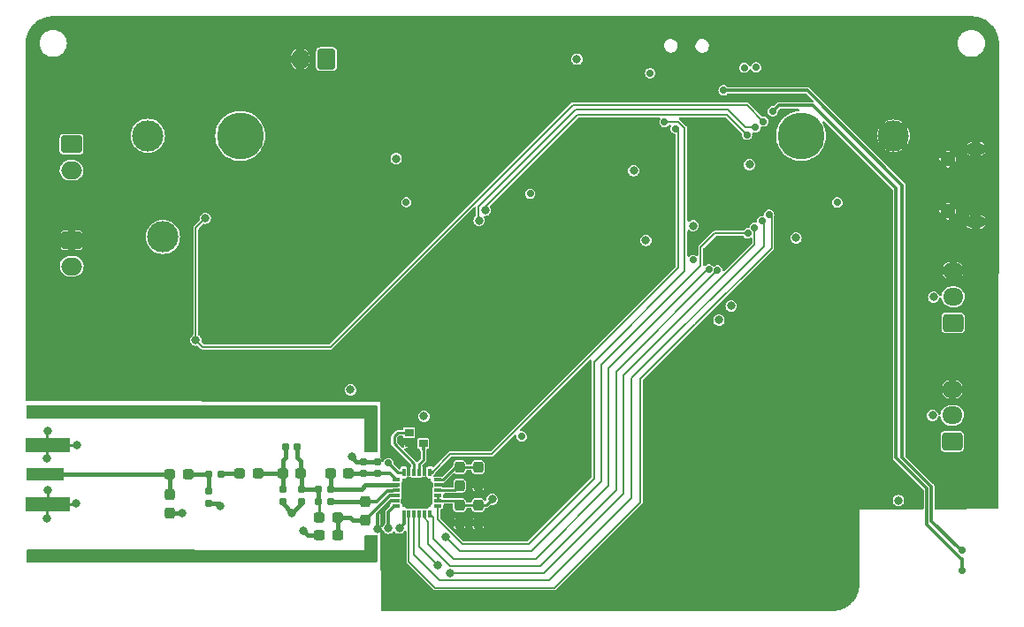
<source format=gbl>
G04 #@! TF.GenerationSoftware,KiCad,Pcbnew,7.0.11-2.fc39*
G04 #@! TF.CreationDate,2024-05-02T20:43:30+03:00*
G04 #@! TF.ProjectId,mainboard_v1.1,6d61696e-626f-4617-9264-5f76312e312e,rev?*
G04 #@! TF.SameCoordinates,Original*
G04 #@! TF.FileFunction,Copper,L4,Bot*
G04 #@! TF.FilePolarity,Positive*
%FSLAX46Y46*%
G04 Gerber Fmt 4.6, Leading zero omitted, Abs format (unit mm)*
G04 Created by KiCad (PCBNEW 7.0.11-2.fc39) date 2024-05-02 20:43:30*
%MOMM*%
%LPD*%
G01*
G04 APERTURE LIST*
G04 Aperture macros list*
%AMRoundRect*
0 Rectangle with rounded corners*
0 $1 Rounding radius*
0 $2 $3 $4 $5 $6 $7 $8 $9 X,Y pos of 4 corners*
0 Add a 4 corners polygon primitive as box body*
4,1,4,$2,$3,$4,$5,$6,$7,$8,$9,$2,$3,0*
0 Add four circle primitives for the rounded corners*
1,1,$1+$1,$2,$3*
1,1,$1+$1,$4,$5*
1,1,$1+$1,$6,$7*
1,1,$1+$1,$8,$9*
0 Add four rect primitives between the rounded corners*
20,1,$1+$1,$2,$3,$4,$5,0*
20,1,$1+$1,$4,$5,$6,$7,0*
20,1,$1+$1,$6,$7,$8,$9,0*
20,1,$1+$1,$8,$9,$2,$3,0*%
G04 Aperture macros list end*
G04 #@! TA.AperFunction,ComponentPad*
%ADD10C,0.700000*%
G04 #@! TD*
G04 #@! TA.AperFunction,ComponentPad*
%ADD11RoundRect,0.250000X0.600000X0.750000X-0.600000X0.750000X-0.600000X-0.750000X0.600000X-0.750000X0*%
G04 #@! TD*
G04 #@! TA.AperFunction,ComponentPad*
%ADD12O,1.700000X2.000000*%
G04 #@! TD*
G04 #@! TA.AperFunction,ComponentPad*
%ADD13RoundRect,0.250000X-0.750000X0.600000X-0.750000X-0.600000X0.750000X-0.600000X0.750000X0.600000X0*%
G04 #@! TD*
G04 #@! TA.AperFunction,ComponentPad*
%ADD14O,2.000000X1.700000*%
G04 #@! TD*
G04 #@! TA.AperFunction,ComponentPad*
%ADD15O,1.900000X1.200000*%
G04 #@! TD*
G04 #@! TA.AperFunction,ComponentPad*
%ADD16C,1.450000*%
G04 #@! TD*
G04 #@! TA.AperFunction,ComponentPad*
%ADD17RoundRect,0.250000X0.725000X-0.600000X0.725000X0.600000X-0.725000X0.600000X-0.725000X-0.600000X0*%
G04 #@! TD*
G04 #@! TA.AperFunction,ComponentPad*
%ADD18O,1.950000X1.700000*%
G04 #@! TD*
G04 #@! TA.AperFunction,SMDPad,CuDef*
%ADD19RoundRect,0.237500X0.287500X0.237500X-0.287500X0.237500X-0.287500X-0.237500X0.287500X-0.237500X0*%
G04 #@! TD*
G04 #@! TA.AperFunction,SMDPad,CuDef*
%ADD20RoundRect,0.237500X0.300000X0.237500X-0.300000X0.237500X-0.300000X-0.237500X0.300000X-0.237500X0*%
G04 #@! TD*
G04 #@! TA.AperFunction,SMDPad,CuDef*
%ADD21RoundRect,0.237500X0.237500X-0.300000X0.237500X0.300000X-0.237500X0.300000X-0.237500X-0.300000X0*%
G04 #@! TD*
G04 #@! TA.AperFunction,SMDPad,CuDef*
%ADD22RoundRect,0.155000X0.155000X-0.212500X0.155000X0.212500X-0.155000X0.212500X-0.155000X-0.212500X0*%
G04 #@! TD*
G04 #@! TA.AperFunction,SMDPad,CuDef*
%ADD23RoundRect,0.155000X-0.155000X0.212500X-0.155000X-0.212500X0.155000X-0.212500X0.155000X0.212500X0*%
G04 #@! TD*
G04 #@! TA.AperFunction,SMDPad,CuDef*
%ADD24RoundRect,0.237500X0.237500X-0.287500X0.237500X0.287500X-0.237500X0.287500X-0.237500X-0.287500X0*%
G04 #@! TD*
G04 #@! TA.AperFunction,WasherPad*
%ADD25C,4.500000*%
G04 #@! TD*
G04 #@! TA.AperFunction,WasherPad*
%ADD26C,3.000000*%
G04 #@! TD*
G04 #@! TA.AperFunction,ComponentPad*
%ADD27C,3.000000*%
G04 #@! TD*
G04 #@! TA.AperFunction,SMDPad,CuDef*
%ADD28RoundRect,0.155000X0.212500X0.155000X-0.212500X0.155000X-0.212500X-0.155000X0.212500X-0.155000X0*%
G04 #@! TD*
G04 #@! TA.AperFunction,SMDPad,CuDef*
%ADD29R,0.300000X0.800000*%
G04 #@! TD*
G04 #@! TA.AperFunction,SMDPad,CuDef*
%ADD30R,0.675000X0.675000*%
G04 #@! TD*
G04 #@! TA.AperFunction,SMDPad,CuDef*
%ADD31R,0.800000X0.300000*%
G04 #@! TD*
G04 #@! TA.AperFunction,SMDPad,CuDef*
%ADD32RoundRect,0.237500X-0.237500X0.287500X-0.237500X-0.287500X0.237500X-0.287500X0.237500X0.287500X0*%
G04 #@! TD*
G04 #@! TA.AperFunction,SMDPad,CuDef*
%ADD33R,3.600000X1.270000*%
G04 #@! TD*
G04 #@! TA.AperFunction,SMDPad,CuDef*
%ADD34R,4.200000X1.350000*%
G04 #@! TD*
G04 #@! TA.AperFunction,SMDPad,CuDef*
%ADD35RoundRect,0.237500X-0.237500X0.300000X-0.237500X-0.300000X0.237500X-0.300000X0.237500X0.300000X0*%
G04 #@! TD*
G04 #@! TA.AperFunction,SMDPad,CuDef*
%ADD36R,0.850000X0.750000*%
G04 #@! TD*
G04 #@! TA.AperFunction,ViaPad*
%ADD37C,0.700000*%
G04 #@! TD*
G04 #@! TA.AperFunction,ViaPad*
%ADD38C,0.800000*%
G04 #@! TD*
G04 #@! TA.AperFunction,Conductor*
%ADD39C,0.250000*%
G04 #@! TD*
G04 #@! TA.AperFunction,Conductor*
%ADD40C,0.381242*%
G04 #@! TD*
G04 #@! TA.AperFunction,Conductor*
%ADD41C,0.300000*%
G04 #@! TD*
G04 #@! TA.AperFunction,Conductor*
%ADD42C,0.200000*%
G04 #@! TD*
G04 APERTURE END LIST*
D10*
X160166250Y-69483750D03*
D11*
X155300000Y-39200000D03*
D12*
X152800000Y-39200000D03*
D10*
X145306250Y-64163750D03*
D13*
X130910000Y-56570000D03*
D14*
X130910000Y-59070000D03*
D13*
X130900000Y-47360000D03*
D14*
X130900000Y-49860000D03*
D15*
X217477500Y-54810000D03*
D16*
X214777500Y-53810000D03*
X214777500Y-48810000D03*
D15*
X217477500Y-47810000D03*
D17*
X215220000Y-75860000D03*
D18*
X215220000Y-73360000D03*
X215220000Y-70860000D03*
D17*
X215295000Y-64490000D03*
D18*
X215295000Y-61990000D03*
X215295000Y-59490000D03*
D19*
X156385000Y-83190000D03*
X154635000Y-83190000D03*
D20*
X156362500Y-84830000D03*
X154637500Y-84830000D03*
D19*
X157441250Y-78941250D03*
X155691250Y-78941250D03*
X142061250Y-79001250D03*
X140311250Y-79001250D03*
X148741250Y-78951250D03*
X146991250Y-78951250D03*
D21*
X169826250Y-83686250D03*
X169826250Y-81961250D03*
D22*
X158876250Y-78948750D03*
X158876250Y-77813750D03*
D23*
X152896250Y-80473750D03*
X152896250Y-81608750D03*
D24*
X158986250Y-83398750D03*
X158986250Y-81648750D03*
D19*
X152871250Y-78951250D03*
X151121250Y-78951250D03*
D25*
X200746250Y-46553750D03*
X147046250Y-46553750D03*
D26*
X139646250Y-56253750D03*
D27*
X138196250Y-46553750D03*
X209596250Y-46553750D03*
D21*
X168046250Y-83686250D03*
X168046250Y-81961250D03*
D28*
X152503750Y-76341250D03*
X151368750Y-76341250D03*
X155683750Y-80421250D03*
X154548750Y-80421250D03*
X145193750Y-78961250D03*
X144058750Y-78961250D03*
D29*
X162706250Y-78803750D03*
X163206250Y-78803750D03*
D30*
X164968750Y-79791250D03*
X164293750Y-79791250D03*
X163618750Y-79791250D03*
X162943750Y-79791250D03*
D10*
X164631250Y-80128750D03*
X163281250Y-80128750D03*
D30*
X164968750Y-80466250D03*
X164293750Y-80466250D03*
X163618750Y-80466250D03*
X162943750Y-80466250D03*
X164968750Y-81141250D03*
X164293750Y-81141250D03*
X163618750Y-81141250D03*
X162943750Y-81141250D03*
D10*
X164631250Y-81478750D03*
X163281250Y-81478750D03*
D30*
X164968750Y-81816250D03*
X164293750Y-81816250D03*
X163618750Y-81816250D03*
X162943750Y-81816250D03*
D29*
X163706250Y-78803750D03*
X164206250Y-78803750D03*
X164706250Y-78803750D03*
X165206250Y-78803750D03*
D31*
X165956250Y-79553750D03*
X165956250Y-80053750D03*
X165956250Y-80553750D03*
X165956250Y-81053750D03*
X165956250Y-81553750D03*
X165956250Y-82053750D03*
D29*
X165206250Y-82803750D03*
X164706250Y-82803750D03*
X164206250Y-82803750D03*
X163706250Y-82803750D03*
X163206250Y-82803750D03*
X162706250Y-82803750D03*
D31*
X161956250Y-82053750D03*
X161956250Y-81553750D03*
X161956250Y-81053750D03*
X161956250Y-80553750D03*
X161956250Y-80053750D03*
X161956250Y-79553750D03*
D32*
X168066250Y-78328750D03*
X168066250Y-80078750D03*
D33*
X128392500Y-79040000D03*
D34*
X128592500Y-81865000D03*
X128592500Y-76215000D03*
D35*
X169826250Y-78323750D03*
X169826250Y-80048750D03*
D23*
X144046250Y-80633750D03*
X144046250Y-81768750D03*
D22*
X160196250Y-78948750D03*
X160196250Y-77813750D03*
D36*
X164571250Y-76068750D03*
X163221250Y-76068750D03*
X163221250Y-75018750D03*
X164571250Y-75018750D03*
D35*
X140316250Y-80968750D03*
X140316250Y-82693750D03*
D23*
X151106250Y-80473750D03*
X151106250Y-81608750D03*
D28*
X155683750Y-81631250D03*
X154548750Y-81631250D03*
D37*
X155506250Y-48133750D03*
D38*
X144000000Y-73050000D03*
D37*
X148093750Y-63093750D03*
D38*
X128560000Y-77510000D03*
X152760000Y-37340000D03*
D37*
X167140000Y-62590000D03*
D38*
X182670000Y-54010000D03*
X150930000Y-39140000D03*
D37*
X143946250Y-66123750D03*
D38*
X155890000Y-73050000D03*
D37*
X163360000Y-45190000D03*
X184190000Y-61610000D03*
X193430000Y-40270000D03*
X184440000Y-47490000D03*
X198340000Y-61010000D03*
X130870000Y-54740000D03*
X167229665Y-42798741D03*
X127580000Y-69420000D03*
X154250000Y-65320000D03*
D38*
X162218750Y-77531250D03*
D37*
X161410000Y-57640000D03*
D38*
X168980000Y-84930000D03*
X213380000Y-70950000D03*
X159550000Y-85540000D03*
X182840000Y-36970000D03*
D37*
X153240000Y-44770000D03*
X139420000Y-61350000D03*
D38*
X159590000Y-86800000D03*
X151810000Y-73030000D03*
X169510000Y-51480000D03*
D37*
X184410000Y-55350000D03*
D38*
X139830000Y-73050000D03*
X152030000Y-82700000D03*
X131750000Y-73080000D03*
D37*
X205980000Y-55475000D03*
D38*
X153120000Y-84450000D03*
X214050000Y-81490000D03*
X214080000Y-49740000D03*
X127450000Y-86930000D03*
X196716250Y-49816250D03*
X139700000Y-86890000D03*
X165326750Y-77523750D03*
X159550000Y-74790000D03*
X211170000Y-81520000D03*
X135660000Y-73050000D03*
X131350000Y-81790000D03*
D37*
X132870000Y-56520000D03*
X136376250Y-64233750D03*
X190522500Y-39170000D03*
X181170000Y-52620000D03*
D38*
X128600000Y-74870000D03*
X141530000Y-82750000D03*
D37*
X128890000Y-56530000D03*
D38*
X167820000Y-55810000D03*
X171150000Y-80170000D03*
X145130000Y-82050000D03*
D37*
X177280000Y-48260000D03*
X182440000Y-47490000D03*
X202910000Y-49510000D03*
D38*
X127860000Y-73040000D03*
X193086250Y-58356250D03*
D37*
X164440000Y-69390000D03*
D38*
X159480000Y-73010000D03*
D37*
X164540000Y-42790000D03*
X164740000Y-66190000D03*
D38*
X155890000Y-86890000D03*
X170970000Y-57010000D03*
D37*
X213480000Y-59370000D03*
D38*
X147850000Y-73050000D03*
X151870000Y-86870000D03*
D37*
X163696250Y-77103750D03*
D38*
X135490000Y-86850000D03*
X157720000Y-77350000D03*
D37*
X195190000Y-61010000D03*
D38*
X187482500Y-46640000D03*
X128580000Y-80530000D03*
X148020000Y-86930000D03*
X143660000Y-86890000D03*
X152700000Y-41410000D03*
X159590000Y-76270000D03*
X131530000Y-86890000D03*
D37*
X181220000Y-49880000D03*
D38*
X131410000Y-76210000D03*
X128560000Y-83240000D03*
D37*
X180140000Y-47490000D03*
X162270000Y-53650000D03*
X159040000Y-71490000D03*
X166237500Y-52982500D03*
D38*
X160216250Y-84213750D03*
X165980000Y-87730000D03*
D37*
X174000000Y-75380000D03*
D38*
X164640000Y-73440000D03*
D37*
X195302500Y-40030000D03*
X174810000Y-52120000D03*
X186290000Y-40550000D03*
D38*
X200266250Y-56346250D03*
D37*
X196436250Y-39996250D03*
D38*
X185886250Y-56586250D03*
X195812500Y-49320000D03*
X213440000Y-62010000D03*
X210070000Y-81520000D03*
D37*
X161246250Y-77933750D03*
D38*
X184712500Y-49900000D03*
X213340000Y-73360000D03*
X171176250Y-81413750D03*
X157616250Y-70913750D03*
X179280000Y-39210000D03*
D37*
X204220000Y-52950000D03*
D38*
X194060000Y-62870000D03*
D37*
X190410000Y-58470000D03*
X216203750Y-86326250D03*
X193322500Y-42190000D03*
X216163750Y-88206250D03*
X198020000Y-44220000D03*
X195570000Y-46460000D03*
D38*
X170520000Y-53690000D03*
D37*
X196350000Y-45770000D03*
D38*
X169920000Y-54690000D03*
D37*
X197150000Y-45180000D03*
D38*
X142796250Y-66153750D03*
X143700000Y-54460000D03*
D37*
X162946250Y-52923750D03*
D38*
X161975000Y-48750000D03*
D37*
X188740000Y-45870000D03*
X187670000Y-45240000D03*
X191913945Y-59373995D03*
X192750000Y-59450000D03*
X197000000Y-54730000D03*
X197690000Y-54130000D03*
D38*
X162286250Y-84163750D03*
D37*
X196310000Y-55340000D03*
D38*
X167110000Y-88520000D03*
X161246250Y-84173750D03*
D37*
X195660000Y-55910000D03*
D38*
X166734055Y-85005945D03*
X190410000Y-55170000D03*
X192880000Y-64220000D03*
D39*
X128572500Y-81855000D02*
X128572500Y-83227500D01*
D40*
X151106250Y-81608750D02*
X151106250Y-81776250D01*
D39*
X131350000Y-81790000D02*
X131285000Y-81855000D01*
D40*
X153500000Y-84830000D02*
X153120000Y-84450000D01*
D41*
X166820252Y-80053750D02*
X165956250Y-80053750D01*
X168991250Y-79213750D02*
X167660252Y-79213750D01*
D39*
X128572500Y-74897500D02*
X128600000Y-74870000D01*
D41*
X163206250Y-78343626D02*
X162373983Y-77511359D01*
D39*
X128560000Y-77510000D02*
X128560000Y-76217500D01*
X131410000Y-76210000D02*
X131405000Y-76205000D01*
X128572500Y-83227500D02*
X128560000Y-83240000D01*
D41*
X164706250Y-78144250D02*
X164706250Y-78803750D01*
X160216250Y-84213750D02*
X160216250Y-82833626D01*
D39*
X128580000Y-80530000D02*
X128580000Y-81847500D01*
D41*
X163221250Y-76628750D02*
X163696250Y-77103750D01*
X161496126Y-81553750D02*
X161956250Y-81553750D01*
D40*
X151106250Y-81776250D02*
X152030000Y-82700000D01*
X144046250Y-81768750D02*
X144848750Y-81768750D01*
D41*
X167660252Y-79213750D02*
X166820252Y-80053750D01*
D40*
X141473750Y-82693750D02*
X141530000Y-82750000D01*
D39*
X128580000Y-81847500D02*
X128572500Y-81855000D01*
D40*
X144848750Y-81768750D02*
X145130000Y-82050000D01*
X152896250Y-81608750D02*
X152896250Y-81833750D01*
X152896250Y-81833750D02*
X152030000Y-82700000D01*
X158876250Y-77813750D02*
X158183750Y-77813750D01*
D39*
X128560000Y-76217500D02*
X128572500Y-76205000D01*
D40*
X158183750Y-77813750D02*
X157720000Y-77350000D01*
D41*
X163221250Y-76068750D02*
X163221250Y-76628750D01*
D39*
X131285000Y-81855000D02*
X128572500Y-81855000D01*
D41*
X169826250Y-80048750D02*
X168991250Y-79213750D01*
D39*
X131405000Y-76205000D02*
X128572500Y-76205000D01*
D40*
X160196250Y-77813750D02*
X158876250Y-77813750D01*
X154637500Y-84830000D02*
X153500000Y-84830000D01*
D41*
X162373983Y-77511359D02*
X162218750Y-77531250D01*
X165326750Y-77523750D02*
X164706250Y-78144250D01*
D39*
X128572500Y-76205000D02*
X128572500Y-74897500D01*
D40*
X140316250Y-82693750D02*
X141473750Y-82693750D01*
D41*
X162218750Y-77531250D02*
X162236385Y-77511359D01*
X163206250Y-78803750D02*
X163206250Y-78343626D01*
X160216250Y-82833626D02*
X161496126Y-81553750D01*
X168046250Y-84183750D02*
X168046250Y-83686250D01*
D42*
X164206250Y-82803750D02*
X164206250Y-85956250D01*
X164865000Y-86615000D02*
X165980000Y-87730000D01*
X164206250Y-85956250D02*
X164865000Y-86615000D01*
D39*
X166446250Y-79553750D02*
X165956250Y-79553750D01*
X167671250Y-78328750D02*
X166446250Y-79553750D01*
X169826250Y-78323750D02*
X168071250Y-78323750D01*
X168071250Y-78323750D02*
X168066250Y-78328750D01*
X168066250Y-78328750D02*
X167671250Y-78328750D01*
X167638750Y-81553750D02*
X168046250Y-81961250D01*
X165956250Y-81553750D02*
X167036250Y-81553750D01*
X162036250Y-78723750D02*
X161246250Y-77933750D01*
X170628750Y-81961250D02*
X171176250Y-81413750D01*
X167036250Y-81553750D02*
X167638750Y-81553750D01*
X165956250Y-81053750D02*
X165956250Y-81553750D01*
X169826250Y-81961250D02*
X170628750Y-81961250D01*
X162706250Y-78803750D02*
X162116250Y-78803750D01*
X168046250Y-81961250D02*
X169826250Y-81961250D01*
X162116250Y-78803750D02*
X162036250Y-78723750D01*
D41*
X161346250Y-78943750D02*
X160976250Y-78943750D01*
D40*
X157448750Y-78948750D02*
X157441250Y-78941250D01*
X158876250Y-78948750D02*
X157448750Y-78948750D01*
D41*
X161956250Y-79553750D02*
X161346250Y-78943750D01*
X160971250Y-78948750D02*
X160196250Y-78948750D01*
X160976250Y-78943750D02*
X160971250Y-78948750D01*
D40*
X160196250Y-78948750D02*
X158876250Y-78948750D01*
X161956250Y-80053750D02*
X159016250Y-80053750D01*
X155683750Y-78948750D02*
X155691250Y-78941250D01*
X158643750Y-80421250D02*
X155683750Y-80421250D01*
X155683750Y-80421250D02*
X155683750Y-78948750D01*
X158646250Y-80423750D02*
X158643750Y-80421250D01*
X159016250Y-80053750D02*
X158646250Y-80423750D01*
X152871250Y-77738750D02*
X152496250Y-77363750D01*
X154548750Y-81631250D02*
X154548750Y-80421250D01*
X152496250Y-77363750D02*
X152503750Y-77356250D01*
D39*
X154635000Y-83190000D02*
X154635000Y-81717500D01*
D40*
X152896250Y-78976250D02*
X152871250Y-78951250D01*
X152503750Y-77356250D02*
X152503750Y-76341250D01*
X152871250Y-78951250D02*
X152871250Y-77738750D01*
X152948750Y-80421250D02*
X152896250Y-80473750D01*
X154548750Y-80421250D02*
X152948750Y-80421250D01*
D39*
X154635000Y-81717500D02*
X154548750Y-81631250D01*
D40*
X152896250Y-80473750D02*
X152896250Y-78976250D01*
X155683750Y-81631250D02*
X158968750Y-81631250D01*
D41*
X161169853Y-80578750D02*
X160099853Y-81648750D01*
D42*
X161956250Y-80553750D02*
X161706250Y-80553750D01*
D40*
X158968750Y-81631250D02*
X158986250Y-81648750D01*
D42*
X161706250Y-80553750D02*
X161681250Y-80578750D01*
D41*
X160099853Y-81648750D02*
X158986250Y-81648750D01*
X161681250Y-80578750D02*
X161169853Y-80578750D01*
D40*
X156385000Y-84757500D02*
X156302500Y-84840000D01*
D42*
X161956250Y-81053750D02*
X161706250Y-81053750D01*
D41*
X161681250Y-81028750D02*
X161356250Y-81028750D01*
D40*
X156385000Y-83190000D02*
X156385000Y-84757500D01*
D41*
X161356250Y-81028750D02*
X158986250Y-83398750D01*
D40*
X157612500Y-83190000D02*
X156385000Y-83190000D01*
X157821250Y-83398750D02*
X157612500Y-83190000D01*
X157821250Y-83398750D02*
X158986250Y-83398750D01*
D42*
X161706250Y-81053750D02*
X161681250Y-81028750D01*
D40*
X151106250Y-78966250D02*
X151121250Y-78951250D01*
X151368750Y-77401250D02*
X151121250Y-77648750D01*
X151121250Y-78951250D02*
X148741250Y-78951250D01*
X151368750Y-76341250D02*
X151368750Y-77401250D01*
X151106250Y-80473750D02*
X151106250Y-78966250D01*
X151121250Y-77648750D02*
X151121250Y-78951250D01*
X146991250Y-78951250D02*
X145203750Y-78951250D01*
X145203750Y-78951250D02*
X145193750Y-78961250D01*
X144058750Y-78961250D02*
X142101250Y-78961250D01*
X144058750Y-78961250D02*
X144058750Y-80621250D01*
X142101250Y-78961250D02*
X142061250Y-79001250D01*
X144058750Y-80621250D02*
X144046250Y-80633750D01*
X140311250Y-79001250D02*
X128401250Y-79001250D01*
X128401250Y-79001250D02*
X128372500Y-79030000D01*
X140311250Y-79001250D02*
X140311250Y-80963750D01*
X140311250Y-80963750D02*
X140316250Y-80968750D01*
D39*
X167591250Y-80553750D02*
X168066250Y-80078750D01*
X165956250Y-80553750D02*
X167591250Y-80553750D01*
D41*
X213220000Y-83480000D02*
X216066250Y-86326250D01*
X216066250Y-86326250D02*
X216203750Y-86326250D01*
X201350000Y-42190000D02*
X210450000Y-51290000D01*
X210450000Y-51290000D02*
X210450000Y-77420000D01*
X213220000Y-80190000D02*
X213220000Y-83480000D01*
X193322500Y-42190000D02*
X201350000Y-42190000D01*
X210450000Y-77420000D02*
X213220000Y-80190000D01*
X198600000Y-43640000D02*
X198020000Y-44220000D01*
X212780000Y-80372254D02*
X209830000Y-77422254D01*
X209830000Y-51600000D02*
X201870000Y-43640000D01*
X216163750Y-87173750D02*
X216100000Y-87110000D01*
X216163750Y-88206250D02*
X216163750Y-87173750D01*
X216082403Y-87110000D02*
X212780000Y-83807597D01*
X201870000Y-43640000D02*
X198600000Y-43640000D01*
X212780000Y-83807597D02*
X212780000Y-80372254D01*
X216100000Y-87110000D02*
X216082403Y-87110000D01*
X209830000Y-77422254D02*
X209830000Y-51600000D01*
D42*
X179370000Y-44540000D02*
X193650000Y-44540000D01*
X193650000Y-44540000D02*
X195570000Y-46460000D01*
X170520000Y-53690000D02*
X170520000Y-53390000D01*
X170520000Y-53390000D02*
X179370000Y-44540000D01*
X179150000Y-44070000D02*
X193715613Y-44070000D01*
X169880000Y-54650000D02*
X169880000Y-53340000D01*
X169880000Y-53340000D02*
X179150000Y-44070000D01*
X169920000Y-54690000D02*
X169880000Y-54650000D01*
X195415613Y-45770000D02*
X196350000Y-45770000D01*
X193715613Y-44070000D02*
X195415613Y-45770000D01*
X143432500Y-66790000D02*
X142796250Y-66153750D01*
X195560000Y-43590000D02*
X178890000Y-43590000D01*
X197150000Y-45180000D02*
X195560000Y-43590000D01*
X155690000Y-66790000D02*
X143432500Y-66790000D01*
X142796250Y-66153750D02*
X142796250Y-55363750D01*
X178890000Y-43590000D02*
X155690000Y-66790000D01*
X142796250Y-55363750D02*
X143700000Y-54460000D01*
D39*
X161776250Y-76063750D02*
X161776250Y-75373750D01*
X163706250Y-77993750D02*
X161776250Y-76063750D01*
X163706250Y-78803750D02*
X163706250Y-77993750D01*
X161776250Y-75373750D02*
X162131250Y-75018750D01*
X162131250Y-75018750D02*
X163221250Y-75018750D01*
X164586250Y-77633750D02*
X164586250Y-76643750D01*
D41*
X164571250Y-76068750D02*
X164571250Y-76628750D01*
D39*
X164206250Y-78013750D02*
X164586250Y-77633750D01*
X164206250Y-78803750D02*
X164206250Y-78013750D01*
D41*
X164571250Y-76628750D02*
X164586250Y-76643750D01*
X165416250Y-78803750D02*
X165206250Y-78803750D01*
D42*
X171108750Y-77081250D02*
X167138750Y-77081250D01*
X189005389Y-46135389D02*
X189005389Y-59184611D01*
X189005389Y-59184611D02*
X171108750Y-77081250D01*
X188740000Y-45870000D02*
X189005389Y-46135389D01*
X167138750Y-77081250D02*
X165416250Y-78803750D01*
X180940000Y-79390000D02*
X174670000Y-85660000D01*
X180940000Y-68230000D02*
X180940000Y-79390000D01*
X189620500Y-45850500D02*
X189620500Y-59549500D01*
X187670000Y-45240000D02*
X189010000Y-45240000D01*
X189620500Y-59549500D02*
X180940000Y-68230000D01*
X165956250Y-83323750D02*
X165956250Y-82053750D01*
X168292500Y-85660000D02*
X165956250Y-83323750D01*
X189010000Y-45240000D02*
X189620500Y-45850500D01*
X174670000Y-85660000D02*
X168292500Y-85660000D01*
X175340000Y-87090000D02*
X167480000Y-87090000D01*
X191913945Y-59373995D02*
X191816005Y-59373995D01*
X165570000Y-83167500D02*
X165206250Y-82803750D01*
X165570000Y-85180000D02*
X165570000Y-83167500D01*
X191816005Y-59373995D02*
X182340000Y-68850000D01*
X167480000Y-87090000D02*
X165570000Y-85180000D01*
X182340000Y-80090000D02*
X175340000Y-87090000D01*
X182340000Y-68850000D02*
X182340000Y-80090000D01*
X165060000Y-85720000D02*
X165060000Y-83546912D01*
X192750000Y-59460000D02*
X183040000Y-69170000D01*
X183040000Y-69170000D02*
X183040000Y-80490000D01*
X175740000Y-87790000D02*
X167130000Y-87790000D01*
X183040000Y-80490000D02*
X175740000Y-87790000D01*
X165060000Y-83546912D02*
X164706250Y-83193162D01*
X164706250Y-83193162D02*
X164706250Y-82803750D01*
X167130000Y-87790000D02*
X165060000Y-85720000D01*
X192750000Y-59450000D02*
X192750000Y-59460000D01*
X184540000Y-81290000D02*
X184540000Y-69780000D01*
X184540000Y-69780000D02*
X197160000Y-57160000D01*
X176640000Y-89190000D02*
X184540000Y-81290000D01*
X163706250Y-82803750D02*
X163706250Y-86746250D01*
X166150000Y-89190000D02*
X176640000Y-89190000D01*
X197160000Y-54890000D02*
X197000000Y-54730000D01*
X163706250Y-86746250D02*
X166150000Y-89190000D01*
X197160000Y-57160000D02*
X197160000Y-54890000D01*
X197930000Y-57310000D02*
X197930000Y-54370000D01*
X197930000Y-54370000D02*
X197690000Y-54130000D01*
X190260000Y-64980000D02*
X190260000Y-64975613D01*
X185340000Y-81690000D02*
X185340000Y-69900000D01*
X165740000Y-89890000D02*
X177140000Y-89890000D01*
X177140000Y-89890000D02*
X185340000Y-81690000D01*
X190260000Y-64975613D02*
X190605613Y-64630000D01*
X190605613Y-64630000D02*
X190610000Y-64630000D01*
X185340000Y-69900000D02*
X190260000Y-64980000D01*
X190610000Y-64630000D02*
X197930000Y-57310000D01*
X163206250Y-82803750D02*
X163206250Y-87356250D01*
X163206250Y-87356250D02*
X165740000Y-89890000D01*
X167140000Y-88490000D02*
X176140000Y-88490000D01*
X183740000Y-69530000D02*
X196310000Y-56960000D01*
X196310000Y-55340000D02*
X196306250Y-55336250D01*
X183740000Y-80890000D02*
X183740000Y-69530000D01*
X176140000Y-88490000D02*
X183740000Y-80890000D01*
D41*
X162706250Y-83743750D02*
X162706250Y-82803750D01*
D42*
X167110000Y-88520000D02*
X167140000Y-88490000D01*
D41*
X162286250Y-84163750D02*
X162706250Y-83743750D01*
D42*
X196310000Y-56960000D02*
X196310000Y-55340000D01*
X196306250Y-55336250D02*
X196196250Y-55336250D01*
D41*
X161246250Y-84173750D02*
X161246250Y-82653750D01*
X161846250Y-82053750D02*
X161956250Y-82053750D01*
D42*
X174950000Y-86380000D02*
X168108110Y-86380000D01*
X191140000Y-57250000D02*
X191140000Y-59040000D01*
X181640000Y-68540000D02*
X181640000Y-79690000D01*
X195660000Y-55910000D02*
X192480000Y-55910000D01*
X192480000Y-55910000D02*
X191140000Y-57250000D01*
D41*
X161246250Y-82653750D02*
X161846250Y-82053750D01*
D42*
X181640000Y-79690000D02*
X174950000Y-86380000D01*
X168108110Y-86380000D02*
X166734055Y-85005945D01*
X191140000Y-59040000D02*
X181640000Y-68540000D01*
G04 #@! TA.AperFunction,Conductor*
G36*
X160152203Y-84830147D02*
G01*
X160198379Y-84882583D01*
X160210000Y-84934995D01*
X160210000Y-87306000D01*
X160190315Y-87373039D01*
X160137511Y-87418794D01*
X160086000Y-87430000D01*
X126674000Y-87430000D01*
X126606961Y-87410315D01*
X126561206Y-87357511D01*
X126550000Y-87306000D01*
X126550000Y-86364076D01*
X126569685Y-86297037D01*
X126622489Y-86251282D01*
X126674074Y-86240076D01*
X158960000Y-86260000D01*
X158960000Y-84943011D01*
X158979685Y-84875972D01*
X159032489Y-84830217D01*
X159083003Y-84819015D01*
X160085011Y-84810999D01*
X160152203Y-84830147D01*
G37*
G04 #@! TD.AperFunction*
G04 #@! TA.AperFunction,Conductor*
G36*
X160113039Y-72399685D02*
G01*
X160158794Y-72452489D01*
X160170000Y-72504000D01*
X160170000Y-76797028D01*
X160150315Y-76864067D01*
X160097511Y-76909822D01*
X160047033Y-76921024D01*
X159095033Y-76928958D01*
X159027832Y-76909833D01*
X158981639Y-76857412D01*
X158970000Y-76804962D01*
X158970000Y-73650000D01*
X126684000Y-73650000D01*
X126616961Y-73630315D01*
X126571206Y-73577511D01*
X126560000Y-73526000D01*
X126560000Y-72504000D01*
X126579685Y-72436961D01*
X126632489Y-72391206D01*
X126684000Y-72380000D01*
X160046000Y-72380000D01*
X160113039Y-72399685D01*
G37*
G04 #@! TD.AperFunction*
G04 #@! TA.AperFunction,Conductor*
G36*
X217101950Y-35090695D02*
G01*
X217110660Y-35091184D01*
X217212344Y-35096893D01*
X217389993Y-35107651D01*
X217403252Y-35109174D01*
X217535740Y-35131683D01*
X217537121Y-35131927D01*
X217688776Y-35159718D01*
X217700713Y-35162524D01*
X217834853Y-35201168D01*
X217837332Y-35201912D01*
X217979410Y-35246185D01*
X217989972Y-35250009D01*
X218120828Y-35304210D01*
X218124243Y-35305685D01*
X218258011Y-35365888D01*
X218267070Y-35370420D01*
X218372172Y-35428508D01*
X218391998Y-35439465D01*
X218396136Y-35441857D01*
X218520785Y-35517209D01*
X218528355Y-35522175D01*
X218645216Y-35605090D01*
X218649893Y-35608578D01*
X218745787Y-35683706D01*
X218764148Y-35698091D01*
X218770302Y-35703242D01*
X218877300Y-35798861D01*
X218882353Y-35803639D01*
X218984838Y-35906122D01*
X218989617Y-35911176D01*
X219085249Y-36018187D01*
X219090401Y-36024342D01*
X219179892Y-36138569D01*
X219183410Y-36143286D01*
X219266305Y-36260115D01*
X219271286Y-36267710D01*
X219346626Y-36392337D01*
X219349036Y-36396505D01*
X219418058Y-36521389D01*
X219422601Y-36530469D01*
X219435637Y-36559432D01*
X219482797Y-36664217D01*
X219484282Y-36667654D01*
X219538487Y-36798514D01*
X219542311Y-36809078D01*
X219586561Y-36951082D01*
X219587330Y-36953645D01*
X219625965Y-37087751D01*
X219628780Y-37099726D01*
X219656554Y-37251283D01*
X219656833Y-37252864D01*
X219679317Y-37385191D01*
X219680843Y-37398475D01*
X219691783Y-37579343D01*
X219691814Y-37579877D01*
X219697781Y-37686120D01*
X219697976Y-37693126D01*
X219678876Y-82214392D01*
X219659163Y-82281423D01*
X219606339Y-82327155D01*
X219555425Y-82338338D01*
X213635049Y-82364534D01*
X213567923Y-82345146D01*
X213521935Y-82292545D01*
X213510500Y-82240535D01*
X213510500Y-80255201D01*
X213511689Y-80238071D01*
X213512698Y-80230833D01*
X213512697Y-80230832D01*
X213512699Y-80230830D01*
X213510632Y-80186130D01*
X213510500Y-80180404D01*
X213510500Y-80163080D01*
X213509986Y-80157539D01*
X213508861Y-80147846D01*
X213508550Y-80141120D01*
X213507682Y-80122339D01*
X213505171Y-80116654D01*
X213496716Y-80089348D01*
X213495575Y-80083242D01*
X213491792Y-80077132D01*
X213482135Y-80061534D01*
X213474127Y-80046341D01*
X213463816Y-80022989D01*
X213463815Y-80022987D01*
X213463814Y-80022985D01*
X213459420Y-80018591D01*
X213441672Y-79996184D01*
X213438401Y-79990900D01*
X213418019Y-79975509D01*
X213405065Y-79964236D01*
X210776819Y-77335990D01*
X210743334Y-77274667D01*
X210740500Y-77248309D01*
X210740500Y-76490739D01*
X214104500Y-76490739D01*
X214118981Y-76582170D01*
X214118981Y-76582171D01*
X214118982Y-76582174D01*
X214118983Y-76582175D01*
X214171491Y-76685228D01*
X214175142Y-76692392D01*
X214175145Y-76692396D01*
X214262603Y-76779854D01*
X214262605Y-76779855D01*
X214262609Y-76779859D01*
X214372825Y-76836017D01*
X214372826Y-76836017D01*
X214372828Y-76836018D01*
X214402707Y-76840750D01*
X214464265Y-76850500D01*
X215975734Y-76850499D01*
X215975739Y-76850499D01*
X215975739Y-76850498D01*
X216021454Y-76843258D01*
X216067170Y-76836018D01*
X216067171Y-76836018D01*
X216067172Y-76836017D01*
X216067175Y-76836017D01*
X216177391Y-76779859D01*
X216264859Y-76692391D01*
X216321017Y-76582175D01*
X216321017Y-76582173D01*
X216321018Y-76582172D01*
X216321018Y-76582171D01*
X216327638Y-76540372D01*
X216335500Y-76490735D01*
X216335499Y-75229266D01*
X216335499Y-75229264D01*
X216335499Y-75229260D01*
X216321018Y-75137829D01*
X216321018Y-75137828D01*
X216321017Y-75137826D01*
X216321017Y-75137825D01*
X216264859Y-75027609D01*
X216264857Y-75027607D01*
X216264854Y-75027603D01*
X216177396Y-74940145D01*
X216177393Y-74940143D01*
X216177391Y-74940141D01*
X216067175Y-74883983D01*
X216067174Y-74883982D01*
X216067171Y-74883981D01*
X215975735Y-74869500D01*
X214464260Y-74869500D01*
X214464260Y-74869501D01*
X214372829Y-74883981D01*
X214372828Y-74883981D01*
X214262607Y-74940142D01*
X214262603Y-74940145D01*
X214175145Y-75027603D01*
X214175142Y-75027608D01*
X214118981Y-75137827D01*
X214118981Y-75137828D01*
X214104500Y-75229264D01*
X214104500Y-76490739D01*
X210740500Y-76490739D01*
X210740500Y-73360000D01*
X212794836Y-73360000D01*
X212813411Y-73501097D01*
X212813413Y-73501102D01*
X212867871Y-73632577D01*
X212867871Y-73632578D01*
X212867873Y-73632581D01*
X212867874Y-73632582D01*
X212954511Y-73745489D01*
X213067418Y-73832126D01*
X213067421Y-73832127D01*
X213067422Y-73832128D01*
X213133159Y-73859357D01*
X213198901Y-73886588D01*
X213269450Y-73895876D01*
X213339999Y-73905164D01*
X213340000Y-73905164D01*
X213340001Y-73905164D01*
X213387033Y-73898972D01*
X213481099Y-73886588D01*
X213612577Y-73832128D01*
X213612578Y-73832128D01*
X213612578Y-73832127D01*
X213612582Y-73832126D01*
X213725489Y-73745489D01*
X213812126Y-73632582D01*
X213866588Y-73501099D01*
X213867543Y-73493843D01*
X213895809Y-73429947D01*
X213954133Y-73391475D01*
X214023998Y-73390643D01*
X214083221Y-73427715D01*
X214113001Y-73490921D01*
X214113052Y-73491251D01*
X214131173Y-73609544D01*
X214131176Y-73609556D01*
X214201136Y-73798454D01*
X214201140Y-73798461D01*
X214307694Y-73969414D01*
X214307698Y-73969420D01*
X214446483Y-74115422D01*
X214446486Y-74115424D01*
X214446488Y-74115426D01*
X214611829Y-74230506D01*
X214796952Y-74309949D01*
X214994276Y-74350500D01*
X215395232Y-74350500D01*
X215545415Y-74335228D01*
X215737615Y-74274925D01*
X215737615Y-74274924D01*
X215737624Y-74274922D01*
X215913759Y-74177159D01*
X216066609Y-74045941D01*
X216189917Y-73886641D01*
X216278634Y-73705780D01*
X216329127Y-73510763D01*
X216339330Y-73309573D01*
X216308825Y-73110448D01*
X216238861Y-72921540D01*
X216132303Y-72750582D01*
X216132301Y-72750579D01*
X215993516Y-72604577D01*
X215828170Y-72489493D01*
X215643048Y-72410051D01*
X215445724Y-72369500D01*
X215044769Y-72369500D01*
X215044768Y-72369500D01*
X214894584Y-72384771D01*
X214702384Y-72445074D01*
X214702374Y-72445079D01*
X214526239Y-72542842D01*
X214526238Y-72542842D01*
X214373392Y-72674057D01*
X214373390Y-72674059D01*
X214250085Y-72833354D01*
X214250084Y-72833357D01*
X214250083Y-72833358D01*
X214250083Y-72833359D01*
X214250057Y-72833412D01*
X214161366Y-73014219D01*
X214110871Y-73209244D01*
X214110523Y-73211519D01*
X214109984Y-73212670D01*
X214109297Y-73215325D01*
X214108802Y-73215196D01*
X214080915Y-73274805D01*
X214021792Y-73312037D01*
X213951926Y-73311395D01*
X213893497Y-73273082D01*
X213868178Y-73224836D01*
X213866587Y-73218898D01*
X213812128Y-73087422D01*
X213812128Y-73087421D01*
X213786875Y-73054511D01*
X213725489Y-72974511D01*
X213612582Y-72887874D01*
X213612579Y-72887873D01*
X213612577Y-72887871D01*
X213481102Y-72833413D01*
X213481097Y-72833411D01*
X213340001Y-72814836D01*
X213339999Y-72814836D01*
X213198902Y-72833411D01*
X213198897Y-72833413D01*
X213067422Y-72887871D01*
X213067421Y-72887871D01*
X212954511Y-72974511D01*
X212867871Y-73087421D01*
X212867871Y-73087422D01*
X212813413Y-73218897D01*
X212813411Y-73218902D01*
X212794836Y-73359999D01*
X212794836Y-73360000D01*
X210740500Y-73360000D01*
X210740500Y-71210000D01*
X214265659Y-71210000D01*
X214311286Y-71312481D01*
X214422487Y-71465535D01*
X214563081Y-71592127D01*
X214726917Y-71686717D01*
X214726919Y-71686718D01*
X214869999Y-71733207D01*
X214870000Y-71733207D01*
X214870000Y-71210000D01*
X214265659Y-71210000D01*
X210740500Y-71210000D01*
X210740500Y-70928295D01*
X214745000Y-70928295D01*
X214783481Y-71059351D01*
X214857327Y-71174258D01*
X214960555Y-71263705D01*
X215084801Y-71320446D01*
X215186025Y-71335000D01*
X215253975Y-71335000D01*
X215355199Y-71320446D01*
X215479445Y-71263705D01*
X215541424Y-71210000D01*
X215570000Y-71210000D01*
X215570000Y-71733207D01*
X215713080Y-71686718D01*
X215713082Y-71686717D01*
X215876918Y-71592126D01*
X216017509Y-71465539D01*
X216017511Y-71465536D01*
X216128717Y-71312477D01*
X216174342Y-71210000D01*
X215570000Y-71210000D01*
X215541424Y-71210000D01*
X215582673Y-71174258D01*
X215656519Y-71059351D01*
X215695000Y-70928295D01*
X215695000Y-70791705D01*
X215656519Y-70660649D01*
X215582673Y-70545742D01*
X215479445Y-70456295D01*
X215355199Y-70399554D01*
X215253975Y-70385000D01*
X215186025Y-70385000D01*
X215084801Y-70399554D01*
X214960555Y-70456295D01*
X214857327Y-70545742D01*
X214783481Y-70660649D01*
X214745000Y-70791705D01*
X214745000Y-70928295D01*
X210740500Y-70928295D01*
X210740500Y-70510000D01*
X214265658Y-70510000D01*
X214870000Y-70510000D01*
X214870000Y-69986791D01*
X214869999Y-69986790D01*
X215570000Y-69986790D01*
X215570000Y-70510000D01*
X216174341Y-70510000D01*
X216128713Y-70407518D01*
X216017512Y-70254464D01*
X215876918Y-70127872D01*
X215876915Y-70127870D01*
X215713084Y-70033283D01*
X215713072Y-70033278D01*
X215570000Y-69986790D01*
X214869999Y-69986790D01*
X214726927Y-70033278D01*
X214726915Y-70033283D01*
X214563084Y-70127870D01*
X214563081Y-70127872D01*
X214422490Y-70254460D01*
X214422488Y-70254463D01*
X214311282Y-70407522D01*
X214265658Y-70509999D01*
X214265658Y-70510000D01*
X210740500Y-70510000D01*
X210740500Y-65120739D01*
X214179500Y-65120739D01*
X214193981Y-65212170D01*
X214193981Y-65212171D01*
X214250142Y-65322392D01*
X214250145Y-65322396D01*
X214337603Y-65409854D01*
X214337605Y-65409855D01*
X214337609Y-65409859D01*
X214447825Y-65466017D01*
X214447826Y-65466017D01*
X214447828Y-65466018D01*
X214482947Y-65471579D01*
X214539265Y-65480500D01*
X216050734Y-65480499D01*
X216050739Y-65480499D01*
X216050739Y-65480498D01*
X216096454Y-65473258D01*
X216142170Y-65466018D01*
X216142171Y-65466018D01*
X216142172Y-65466017D01*
X216142175Y-65466017D01*
X216252391Y-65409859D01*
X216339859Y-65322391D01*
X216396017Y-65212175D01*
X216396017Y-65212173D01*
X216396018Y-65212172D01*
X216396018Y-65212171D01*
X216399901Y-65187650D01*
X216410500Y-65120735D01*
X216410499Y-63859266D01*
X216410499Y-63859264D01*
X216410499Y-63859260D01*
X216396018Y-63767829D01*
X216396018Y-63767828D01*
X216396017Y-63767826D01*
X216396017Y-63767825D01*
X216339859Y-63657609D01*
X216339857Y-63657607D01*
X216339854Y-63657603D01*
X216252396Y-63570145D01*
X216252393Y-63570143D01*
X216252391Y-63570141D01*
X216142175Y-63513983D01*
X216142174Y-63513982D01*
X216142171Y-63513981D01*
X216050735Y-63499500D01*
X214539260Y-63499500D01*
X214539260Y-63499501D01*
X214447829Y-63513981D01*
X214447828Y-63513981D01*
X214337607Y-63570142D01*
X214337603Y-63570145D01*
X214250145Y-63657603D01*
X214250143Y-63657607D01*
X214250141Y-63657609D01*
X214231899Y-63693411D01*
X214193981Y-63767827D01*
X214193981Y-63767828D01*
X214179500Y-63859264D01*
X214179500Y-65120739D01*
X210740500Y-65120739D01*
X210740500Y-62010000D01*
X212894836Y-62010000D01*
X212913411Y-62151097D01*
X212913413Y-62151102D01*
X212967871Y-62282577D01*
X212967871Y-62282578D01*
X212967873Y-62282580D01*
X212967874Y-62282582D01*
X213054511Y-62395489D01*
X213167418Y-62482126D01*
X213167421Y-62482127D01*
X213167422Y-62482128D01*
X213233159Y-62509357D01*
X213298901Y-62536588D01*
X213369450Y-62545876D01*
X213439999Y-62555164D01*
X213440000Y-62555164D01*
X213440001Y-62555164D01*
X213487033Y-62548972D01*
X213581099Y-62536588D01*
X213712577Y-62482128D01*
X213712578Y-62482128D01*
X213712578Y-62482127D01*
X213712582Y-62482126D01*
X213825489Y-62395489D01*
X213912126Y-62282582D01*
X213961697Y-62162905D01*
X214005535Y-62108507D01*
X214071829Y-62086441D01*
X214139528Y-62103720D01*
X214187139Y-62154856D01*
X214198826Y-62191584D01*
X214206173Y-62239545D01*
X214206176Y-62239556D01*
X214276136Y-62428454D01*
X214276140Y-62428461D01*
X214382694Y-62599414D01*
X214382698Y-62599420D01*
X214521483Y-62745422D01*
X214521486Y-62745424D01*
X214521488Y-62745426D01*
X214686829Y-62860506D01*
X214871952Y-62939949D01*
X215069276Y-62980500D01*
X215470232Y-62980500D01*
X215620415Y-62965228D01*
X215812615Y-62904925D01*
X215812615Y-62904924D01*
X215812624Y-62904922D01*
X215988759Y-62807159D01*
X216141609Y-62675941D01*
X216264917Y-62516641D01*
X216353634Y-62335780D01*
X216404127Y-62140763D01*
X216414330Y-61939573D01*
X216383825Y-61740448D01*
X216313861Y-61551540D01*
X216207303Y-61380582D01*
X216207301Y-61380579D01*
X216068516Y-61234577D01*
X215903170Y-61119493D01*
X215718048Y-61040051D01*
X215520724Y-60999500D01*
X215119769Y-60999500D01*
X215119768Y-60999500D01*
X214969584Y-61014771D01*
X214777384Y-61075074D01*
X214777374Y-61075079D01*
X214601239Y-61172842D01*
X214601238Y-61172842D01*
X214448392Y-61304057D01*
X214448390Y-61304059D01*
X214325085Y-61463354D01*
X214325084Y-61463357D01*
X214325083Y-61463358D01*
X214325083Y-61463359D01*
X214322012Y-61469618D01*
X214236364Y-61644223D01*
X214189646Y-61824660D01*
X214153787Y-61884626D01*
X214091200Y-61915684D01*
X214021756Y-61907975D01*
X213967505Y-61863946D01*
X213955044Y-61841031D01*
X213912128Y-61737422D01*
X213912128Y-61737421D01*
X213912126Y-61737418D01*
X213825489Y-61624511D01*
X213712582Y-61537874D01*
X213712579Y-61537873D01*
X213712577Y-61537871D01*
X213581102Y-61483413D01*
X213581097Y-61483411D01*
X213440001Y-61464836D01*
X213439999Y-61464836D01*
X213298902Y-61483411D01*
X213298897Y-61483413D01*
X213167422Y-61537871D01*
X213167421Y-61537871D01*
X213054511Y-61624511D01*
X212967871Y-61737421D01*
X212967871Y-61737422D01*
X212913413Y-61868897D01*
X212913411Y-61868902D01*
X212894836Y-62009999D01*
X212894836Y-62010000D01*
X210740500Y-62010000D01*
X210740500Y-59840000D01*
X214340659Y-59840000D01*
X214386286Y-59942481D01*
X214497487Y-60095535D01*
X214638081Y-60222127D01*
X214801917Y-60316717D01*
X214801919Y-60316718D01*
X214944999Y-60363207D01*
X214945000Y-60363207D01*
X214945000Y-59840000D01*
X214340659Y-59840000D01*
X210740500Y-59840000D01*
X210740500Y-59558295D01*
X214820000Y-59558295D01*
X214858481Y-59689351D01*
X214932327Y-59804258D01*
X215035555Y-59893705D01*
X215159801Y-59950446D01*
X215261025Y-59965000D01*
X215328975Y-59965000D01*
X215430199Y-59950446D01*
X215554445Y-59893705D01*
X215616424Y-59840000D01*
X215645000Y-59840000D01*
X215645000Y-60363207D01*
X215788080Y-60316718D01*
X215788082Y-60316717D01*
X215951918Y-60222126D01*
X216092509Y-60095539D01*
X216092511Y-60095536D01*
X216203717Y-59942477D01*
X216249342Y-59840000D01*
X215645000Y-59840000D01*
X215616424Y-59840000D01*
X215657673Y-59804258D01*
X215731519Y-59689351D01*
X215770000Y-59558295D01*
X215770000Y-59421705D01*
X215731519Y-59290649D01*
X215657673Y-59175742D01*
X215554445Y-59086295D01*
X215430199Y-59029554D01*
X215328975Y-59015000D01*
X215261025Y-59015000D01*
X215159801Y-59029554D01*
X215035555Y-59086295D01*
X214932327Y-59175742D01*
X214858481Y-59290649D01*
X214820000Y-59421705D01*
X214820000Y-59558295D01*
X210740500Y-59558295D01*
X210740500Y-59140000D01*
X214340658Y-59140000D01*
X214945000Y-59140000D01*
X214945000Y-58616791D01*
X214944999Y-58616790D01*
X215645000Y-58616790D01*
X215645000Y-59140000D01*
X216249341Y-59140000D01*
X216203713Y-59037518D01*
X216092512Y-58884464D01*
X215951918Y-58757872D01*
X215951915Y-58757870D01*
X215788084Y-58663283D01*
X215788072Y-58663278D01*
X215645000Y-58616790D01*
X214944999Y-58616790D01*
X214801927Y-58663278D01*
X214801915Y-58663283D01*
X214638084Y-58757870D01*
X214638081Y-58757872D01*
X214497490Y-58884460D01*
X214497488Y-58884463D01*
X214386282Y-59037522D01*
X214340658Y-59139999D01*
X214340658Y-59140000D01*
X210740500Y-59140000D01*
X210740500Y-55160000D01*
X216579774Y-55160000D01*
X216622686Y-55227619D01*
X216742399Y-55340037D01*
X216742407Y-55340043D01*
X216886313Y-55419156D01*
X216886323Y-55419159D01*
X217045382Y-55459999D01*
X217045390Y-55460000D01*
X217127500Y-55460000D01*
X217127500Y-55160000D01*
X217827500Y-55160000D01*
X217827500Y-55460000D01*
X217868392Y-55460000D01*
X217868403Y-55459999D01*
X217990432Y-55444582D01*
X217990434Y-55444582D01*
X218143127Y-55384126D01*
X218143132Y-55384123D01*
X218275994Y-55287592D01*
X218275995Y-55287591D01*
X218380675Y-55161054D01*
X218381171Y-55160000D01*
X217827500Y-55160000D01*
X217127500Y-55160000D01*
X216579774Y-55160000D01*
X210740500Y-55160000D01*
X210740500Y-54781840D01*
X216823605Y-54781840D01*
X216833954Y-54893521D01*
X216883948Y-54993922D01*
X216966834Y-55069484D01*
X217071420Y-55110000D01*
X217855302Y-55110000D01*
X217937750Y-55094588D01*
X218033110Y-55035543D01*
X218100701Y-54946038D01*
X218131395Y-54838160D01*
X218121046Y-54726479D01*
X218071052Y-54626078D01*
X217988166Y-54550516D01*
X217883580Y-54510000D01*
X217099698Y-54510000D01*
X217017250Y-54525412D01*
X216921890Y-54584457D01*
X216854299Y-54673962D01*
X216823605Y-54781840D01*
X210740500Y-54781840D01*
X210740500Y-54546546D01*
X214535928Y-54546546D01*
X214603958Y-54570351D01*
X214777496Y-54589904D01*
X214777504Y-54589904D01*
X214951037Y-54570351D01*
X214951047Y-54570349D01*
X215019071Y-54546546D01*
X215019071Y-54546545D01*
X214932526Y-54460000D01*
X216573829Y-54460000D01*
X217127500Y-54460000D01*
X217127500Y-54160000D01*
X217827500Y-54160000D01*
X217827500Y-54460000D01*
X218375226Y-54460000D01*
X218375226Y-54459999D01*
X218332313Y-54392380D01*
X218212600Y-54279962D01*
X218212592Y-54279956D01*
X218068686Y-54200843D01*
X218068676Y-54200840D01*
X217909617Y-54160000D01*
X217827500Y-54160000D01*
X217127500Y-54160000D01*
X217086596Y-54160000D01*
X216964567Y-54175417D01*
X216964565Y-54175417D01*
X216811872Y-54235873D01*
X216811867Y-54235876D01*
X216679005Y-54332407D01*
X216679004Y-54332408D01*
X216574324Y-54458945D01*
X216573829Y-54460000D01*
X214932526Y-54460000D01*
X214777501Y-54304975D01*
X214535928Y-54546546D01*
X210740500Y-54546546D01*
X210740500Y-53810002D01*
X213997596Y-53810002D01*
X214017149Y-53983542D01*
X214040952Y-54051570D01*
X214282523Y-53810000D01*
X214347202Y-53810000D01*
X214368262Y-53942969D01*
X214429382Y-54062923D01*
X214524577Y-54158118D01*
X214644531Y-54219238D01*
X214744049Y-54235000D01*
X214810951Y-54235000D01*
X214910469Y-54219238D01*
X215030423Y-54158118D01*
X215125618Y-54062923D01*
X215186738Y-53942969D01*
X215207798Y-53810001D01*
X215272475Y-53810001D01*
X215514045Y-54051571D01*
X215514046Y-54051571D01*
X215537849Y-53983547D01*
X215537851Y-53983537D01*
X215557404Y-53810003D01*
X215557404Y-53809996D01*
X215537851Y-53636458D01*
X215514046Y-53568428D01*
X215272475Y-53810000D01*
X215272475Y-53810001D01*
X215207798Y-53810001D01*
X215207798Y-53810000D01*
X215186738Y-53677031D01*
X215125618Y-53557077D01*
X215030423Y-53461882D01*
X214910469Y-53400762D01*
X214810951Y-53385000D01*
X214744049Y-53385000D01*
X214644531Y-53400762D01*
X214524577Y-53461882D01*
X214429382Y-53557077D01*
X214368262Y-53677031D01*
X214347202Y-53810000D01*
X214282523Y-53810000D01*
X214282524Y-53809999D01*
X214040952Y-53568427D01*
X214040952Y-53568428D01*
X214017149Y-53636455D01*
X213997596Y-53809997D01*
X213997596Y-53810002D01*
X210740500Y-53810002D01*
X210740500Y-53073452D01*
X214535927Y-53073452D01*
X214777499Y-53315024D01*
X215019070Y-53073452D01*
X214951042Y-53049649D01*
X214777503Y-53030096D01*
X214777497Y-53030096D01*
X214603955Y-53049649D01*
X214535928Y-53073452D01*
X214535927Y-53073452D01*
X210740500Y-53073452D01*
X210740500Y-51355193D01*
X210741689Y-51338062D01*
X210742697Y-51330831D01*
X210742698Y-51330829D01*
X210740632Y-51286141D01*
X210740500Y-51280416D01*
X210740500Y-51263085D01*
X210739982Y-51257507D01*
X210738860Y-51247836D01*
X210737682Y-51222338D01*
X210735172Y-51216655D01*
X210726715Y-51189343D01*
X210725575Y-51183242D01*
X210712135Y-51161535D01*
X210704127Y-51146343D01*
X210693814Y-51122987D01*
X210693813Y-51122984D01*
X210689420Y-51118591D01*
X210671672Y-51096184D01*
X210668401Y-51090900D01*
X210648019Y-51075509D01*
X210635065Y-51064236D01*
X209117375Y-49546546D01*
X214535928Y-49546546D01*
X214603958Y-49570351D01*
X214777496Y-49589904D01*
X214777504Y-49589904D01*
X214951037Y-49570351D01*
X214951047Y-49570349D01*
X215019071Y-49546546D01*
X215019071Y-49546545D01*
X214777501Y-49304975D01*
X214535928Y-49546546D01*
X209117375Y-49546546D01*
X208380831Y-48810002D01*
X213997596Y-48810002D01*
X214017149Y-48983542D01*
X214040952Y-49051570D01*
X214282523Y-48810000D01*
X214347202Y-48810000D01*
X214368262Y-48942969D01*
X214429382Y-49062923D01*
X214524577Y-49158118D01*
X214644531Y-49219238D01*
X214744049Y-49235000D01*
X214810951Y-49235000D01*
X214910469Y-49219238D01*
X215030423Y-49158118D01*
X215125618Y-49062923D01*
X215186738Y-48942969D01*
X215207798Y-48810001D01*
X215272475Y-48810001D01*
X215514045Y-49051571D01*
X215514046Y-49051571D01*
X215537849Y-48983547D01*
X215537851Y-48983537D01*
X215557404Y-48810003D01*
X215557404Y-48809996D01*
X215537851Y-48636458D01*
X215514046Y-48568428D01*
X215272475Y-48810000D01*
X215272475Y-48810001D01*
X215207798Y-48810001D01*
X215207798Y-48810000D01*
X215186738Y-48677031D01*
X215125618Y-48557077D01*
X215030423Y-48461882D01*
X214910469Y-48400762D01*
X214810951Y-48385000D01*
X214744049Y-48385000D01*
X214644531Y-48400762D01*
X214524577Y-48461882D01*
X214429382Y-48557077D01*
X214368262Y-48677031D01*
X214347202Y-48810000D01*
X214282523Y-48810000D01*
X214282524Y-48809999D01*
X214040952Y-48568427D01*
X214040952Y-48568428D01*
X214017149Y-48636455D01*
X213997596Y-48809997D01*
X213997596Y-48810002D01*
X208380831Y-48810002D01*
X206124579Y-46553750D01*
X208041457Y-46553750D01*
X208060598Y-46796969D01*
X208117553Y-47034207D01*
X208210918Y-47259611D01*
X208281020Y-47374005D01*
X208762092Y-46892933D01*
X208812534Y-47006228D01*
X208923736Y-47159284D01*
X209064330Y-47285876D01*
X209228171Y-47380469D01*
X209255593Y-47389379D01*
X208775993Y-47868978D01*
X208775993Y-47868979D01*
X208890388Y-47939081D01*
X209115792Y-48032446D01*
X209353030Y-48089401D01*
X209353029Y-48089401D01*
X209596250Y-48108542D01*
X209839469Y-48089401D01*
X209905902Y-48073452D01*
X214535927Y-48073452D01*
X214777499Y-48315024D01*
X214932522Y-48160000D01*
X216579774Y-48160000D01*
X216622686Y-48227619D01*
X216742399Y-48340037D01*
X216742407Y-48340043D01*
X216886313Y-48419156D01*
X216886323Y-48419159D01*
X217045382Y-48459999D01*
X217045390Y-48460000D01*
X217127500Y-48460000D01*
X217127500Y-48160000D01*
X217827500Y-48160000D01*
X217827500Y-48460000D01*
X217868392Y-48460000D01*
X217868403Y-48459999D01*
X217990432Y-48444582D01*
X217990434Y-48444582D01*
X218143127Y-48384126D01*
X218143132Y-48384123D01*
X218275994Y-48287592D01*
X218275995Y-48287591D01*
X218380675Y-48161054D01*
X218381171Y-48160000D01*
X217827500Y-48160000D01*
X217127500Y-48160000D01*
X216579774Y-48160000D01*
X214932522Y-48160000D01*
X215019070Y-48073452D01*
X214951042Y-48049649D01*
X214777503Y-48030096D01*
X214777497Y-48030096D01*
X214603955Y-48049649D01*
X214535928Y-48073452D01*
X214535927Y-48073452D01*
X209905902Y-48073452D01*
X210076707Y-48032446D01*
X210302107Y-47939082D01*
X210416504Y-47868978D01*
X210329366Y-47781840D01*
X216823605Y-47781840D01*
X216833954Y-47893521D01*
X216883948Y-47993922D01*
X216966834Y-48069484D01*
X217071420Y-48110000D01*
X217855302Y-48110000D01*
X217937750Y-48094588D01*
X218033110Y-48035543D01*
X218100701Y-47946038D01*
X218131395Y-47838160D01*
X218121046Y-47726479D01*
X218071052Y-47626078D01*
X217988166Y-47550516D01*
X217883580Y-47510000D01*
X217099698Y-47510000D01*
X217017250Y-47525412D01*
X216921890Y-47584457D01*
X216854299Y-47673962D01*
X216823605Y-47781840D01*
X210329366Y-47781840D01*
X210007526Y-47460000D01*
X216573829Y-47460000D01*
X217127500Y-47460000D01*
X217127500Y-47160000D01*
X217827500Y-47160000D01*
X217827500Y-47460000D01*
X218375226Y-47460000D01*
X218375226Y-47459999D01*
X218332313Y-47392380D01*
X218212600Y-47279962D01*
X218212592Y-47279956D01*
X218068686Y-47200843D01*
X218068676Y-47200840D01*
X217909617Y-47160000D01*
X217827500Y-47160000D01*
X217127500Y-47160000D01*
X217086596Y-47160000D01*
X216964567Y-47175417D01*
X216964565Y-47175417D01*
X216811872Y-47235873D01*
X216811867Y-47235876D01*
X216679005Y-47332407D01*
X216679004Y-47332408D01*
X216574324Y-47458945D01*
X216573829Y-47460000D01*
X210007526Y-47460000D01*
X209936905Y-47389379D01*
X209964329Y-47380469D01*
X210128170Y-47285876D01*
X210268764Y-47159284D01*
X210379966Y-47006229D01*
X210430407Y-46892933D01*
X210911478Y-47374004D01*
X210981582Y-47259607D01*
X211074946Y-47034207D01*
X211131901Y-46796969D01*
X211151042Y-46553750D01*
X211131901Y-46310530D01*
X211074946Y-46073292D01*
X210981581Y-45847888D01*
X210911478Y-45733493D01*
X210430407Y-46214565D01*
X210379966Y-46101272D01*
X210268764Y-45948216D01*
X210128170Y-45821624D01*
X209964329Y-45727031D01*
X209936904Y-45718120D01*
X210416505Y-45238520D01*
X210302111Y-45168418D01*
X210076707Y-45075053D01*
X209839469Y-45018098D01*
X209839470Y-45018098D01*
X209596250Y-44998957D01*
X209353030Y-45018098D01*
X209115792Y-45075053D01*
X208890388Y-45168418D01*
X208775993Y-45238520D01*
X209255594Y-45718120D01*
X209228171Y-45727031D01*
X209064330Y-45821624D01*
X208923736Y-45948216D01*
X208812534Y-46101271D01*
X208762092Y-46214565D01*
X208281020Y-45733493D01*
X208210918Y-45847888D01*
X208117553Y-46073292D01*
X208060598Y-46310530D01*
X208041457Y-46553750D01*
X206124579Y-46553750D01*
X201601516Y-42030687D01*
X201590241Y-42017731D01*
X201585841Y-42011904D01*
X201585840Y-42011902D01*
X201552778Y-41981762D01*
X201548656Y-41977827D01*
X201536381Y-41965552D01*
X201536380Y-41965551D01*
X201536377Y-41965548D01*
X201532134Y-41962025D01*
X201524454Y-41955942D01*
X201505578Y-41938734D01*
X201505576Y-41938733D01*
X201499774Y-41936485D01*
X201474501Y-41923163D01*
X201469373Y-41919651D01*
X201469372Y-41919650D01*
X201444510Y-41913802D01*
X201428112Y-41908723D01*
X201404305Y-41899500D01*
X201404304Y-41899500D01*
X201398090Y-41899500D01*
X201369699Y-41896206D01*
X201363649Y-41894783D01*
X201338357Y-41898311D01*
X201321227Y-41899500D01*
X193776434Y-41899500D01*
X193709395Y-41879815D01*
X193682722Y-41856704D01*
X193677138Y-41850260D01*
X193647012Y-41815493D01*
X193647010Y-41815491D01*
X193528354Y-41739235D01*
X193393025Y-41699500D01*
X193393023Y-41699500D01*
X193251977Y-41699500D01*
X193251974Y-41699500D01*
X193116646Y-41739235D01*
X193116645Y-41739235D01*
X192997989Y-41815491D01*
X192905622Y-41922089D01*
X192905619Y-41922092D01*
X192847030Y-42050385D01*
X192847028Y-42050393D01*
X192826956Y-42190000D01*
X192847028Y-42329606D01*
X192847030Y-42329614D01*
X192905619Y-42457907D01*
X192905621Y-42457909D01*
X192905622Y-42457911D01*
X192997988Y-42564507D01*
X192997990Y-42564508D01*
X192997989Y-42564508D01*
X193116645Y-42640764D01*
X193251974Y-42680499D01*
X193251976Y-42680500D01*
X193251977Y-42680500D01*
X193393024Y-42680500D01*
X193393024Y-42680499D01*
X193528353Y-42640764D01*
X193528354Y-42640764D01*
X193647010Y-42564508D01*
X193647012Y-42564507D01*
X193682722Y-42523296D01*
X193741501Y-42485522D01*
X193776434Y-42480500D01*
X201178309Y-42480500D01*
X201245348Y-42500185D01*
X201265990Y-42516819D01*
X201886990Y-43137819D01*
X201920475Y-43199142D01*
X201915491Y-43268834D01*
X201873619Y-43324767D01*
X201808155Y-43349184D01*
X201799309Y-43349500D01*
X198665190Y-43349500D01*
X198648058Y-43348311D01*
X198640831Y-43347302D01*
X198640830Y-43347302D01*
X198640828Y-43347302D01*
X198596143Y-43349368D01*
X198590418Y-43349500D01*
X198573082Y-43349500D01*
X198573077Y-43349500D01*
X198567557Y-43350012D01*
X198557853Y-43351138D01*
X198532337Y-43352318D01*
X198526646Y-43354831D01*
X198499359Y-43363281D01*
X198493246Y-43364424D01*
X198493244Y-43364424D01*
X198493242Y-43364425D01*
X198493240Y-43364425D01*
X198493240Y-43364426D01*
X198471524Y-43377871D01*
X198456342Y-43385872D01*
X198449863Y-43388734D01*
X198432981Y-43396188D01*
X198428582Y-43400587D01*
X198406192Y-43418322D01*
X198400905Y-43421595D01*
X198400900Y-43421600D01*
X198385509Y-43441980D01*
X198374239Y-43454930D01*
X198135989Y-43693181D01*
X198074666Y-43726666D01*
X198048308Y-43729500D01*
X197949474Y-43729500D01*
X197814146Y-43769235D01*
X197814145Y-43769235D01*
X197695489Y-43845491D01*
X197603122Y-43952089D01*
X197603119Y-43952092D01*
X197544530Y-44080385D01*
X197544528Y-44080393D01*
X197524456Y-44220000D01*
X197544528Y-44359606D01*
X197544530Y-44359614D01*
X197603119Y-44487907D01*
X197603121Y-44487909D01*
X197603122Y-44487911D01*
X197695488Y-44594507D01*
X197695490Y-44594508D01*
X197695489Y-44594508D01*
X197814145Y-44670764D01*
X197949474Y-44710499D01*
X197949476Y-44710500D01*
X197949477Y-44710500D01*
X198090524Y-44710500D01*
X198090524Y-44710499D01*
X198225853Y-44670764D01*
X198225854Y-44670764D01*
X198344510Y-44594508D01*
X198344509Y-44594508D01*
X198344512Y-44594507D01*
X198436878Y-44487911D01*
X198495471Y-44359611D01*
X198515544Y-44220000D01*
X198513728Y-44207370D01*
X198523671Y-44138213D01*
X198548779Y-44102049D01*
X198684012Y-43966817D01*
X198745335Y-43933334D01*
X198771692Y-43930500D01*
X200467334Y-43930500D01*
X200534373Y-43950185D01*
X200580128Y-44002989D01*
X200590072Y-44072147D01*
X200561047Y-44135703D01*
X200502269Y-44173477D01*
X200482875Y-44177522D01*
X200297434Y-44200948D01*
X200006079Y-44275756D01*
X199726420Y-44386480D01*
X199726412Y-44386484D01*
X199462830Y-44531389D01*
X199462812Y-44531401D01*
X199219483Y-44708190D01*
X199219473Y-44708198D01*
X199000203Y-44914106D01*
X199000201Y-44914108D01*
X198808472Y-45145868D01*
X198808469Y-45145872D01*
X198647301Y-45399833D01*
X198647295Y-45399844D01*
X198519227Y-45672002D01*
X198519225Y-45672007D01*
X198426275Y-45958077D01*
X198369910Y-46253552D01*
X198369909Y-46253559D01*
X198351024Y-46553744D01*
X198351024Y-46553755D01*
X198369909Y-46853940D01*
X198369910Y-46853947D01*
X198388328Y-46950499D01*
X198404296Y-47034207D01*
X198426275Y-47149422D01*
X198519225Y-47435492D01*
X198519227Y-47435497D01*
X198647295Y-47707655D01*
X198647301Y-47707666D01*
X198808469Y-47961627D01*
X198808472Y-47961631D01*
X199000201Y-48193391D01*
X199000203Y-48193393D01*
X199000205Y-48193395D01*
X199156370Y-48340043D01*
X199219473Y-48399301D01*
X199219483Y-48399309D01*
X199462812Y-48576098D01*
X199462830Y-48576110D01*
X199726412Y-48721015D01*
X199726420Y-48721019D01*
X199951160Y-48809999D01*
X200006084Y-48831745D01*
X200297429Y-48906550D01*
X200297431Y-48906550D01*
X200297434Y-48906551D01*
X200595841Y-48944249D01*
X200595850Y-48944249D01*
X200595853Y-48944250D01*
X200595855Y-48944250D01*
X200896645Y-48944250D01*
X200896647Y-48944250D01*
X200896650Y-48944249D01*
X200896658Y-48944249D01*
X201195065Y-48906551D01*
X201195066Y-48906550D01*
X201195071Y-48906550D01*
X201486416Y-48831745D01*
X201630152Y-48774836D01*
X201766079Y-48721019D01*
X201766083Y-48721016D01*
X201766088Y-48721015D01*
X202029676Y-48576106D01*
X202273025Y-48399303D01*
X202492295Y-48193395D01*
X202684029Y-47961629D01*
X202845203Y-47707659D01*
X202973275Y-47435491D01*
X203066226Y-47149418D01*
X203122589Y-46853951D01*
X203122590Y-46853940D01*
X203141476Y-46553755D01*
X203141476Y-46553744D01*
X203122590Y-46253559D01*
X203122589Y-46253552D01*
X203122589Y-46253549D01*
X203066226Y-45958082D01*
X202973275Y-45672009D01*
X202972564Y-45670499D01*
X202903297Y-45523297D01*
X202845203Y-45399841D01*
X202842442Y-45395491D01*
X202797773Y-45325103D01*
X202778472Y-45257953D01*
X202798539Y-45191027D01*
X202851604Y-45145574D01*
X202920818Y-45136026D01*
X202984207Y-45165413D01*
X202990151Y-45170980D01*
X209503181Y-51684010D01*
X209536666Y-51745333D01*
X209539500Y-51771691D01*
X209539500Y-77357057D01*
X209538312Y-77374183D01*
X209537302Y-77381422D01*
X209539368Y-77426109D01*
X209539500Y-77431835D01*
X209539500Y-77449170D01*
X209540012Y-77454697D01*
X209541138Y-77464402D01*
X209542318Y-77489918D01*
X209544830Y-77495608D01*
X209553280Y-77522895D01*
X209554422Y-77529007D01*
X209554424Y-77529012D01*
X209567866Y-77550721D01*
X209575872Y-77565909D01*
X209586188Y-77589272D01*
X209590580Y-77593664D01*
X209608325Y-77616066D01*
X209611596Y-77621349D01*
X209611597Y-77621350D01*
X209611599Y-77621353D01*
X209628016Y-77633750D01*
X209631978Y-77636742D01*
X209644932Y-77648015D01*
X212453181Y-80456264D01*
X212486666Y-80517587D01*
X212489500Y-80543945D01*
X212489500Y-82246150D01*
X212469815Y-82313189D01*
X212417011Y-82358944D01*
X212366049Y-82370149D01*
X207993192Y-82389499D01*
X207992643Y-82389500D01*
X206354760Y-82389500D01*
X206354554Y-82389459D01*
X206327742Y-82389459D01*
X206320340Y-82396901D01*
X206327630Y-89549668D01*
X206327435Y-89556748D01*
X206323023Y-89635297D01*
X206322992Y-89635829D01*
X206312378Y-89811318D01*
X206310852Y-89824604D01*
X206288049Y-89958803D01*
X206287770Y-89960382D01*
X206260341Y-90110063D01*
X206257526Y-90122039D01*
X206218565Y-90257278D01*
X206217796Y-90259842D01*
X206173902Y-90400701D01*
X206170078Y-90411263D01*
X206115519Y-90542978D01*
X206114034Y-90546416D01*
X206054236Y-90679283D01*
X206049688Y-90688373D01*
X205980264Y-90813987D01*
X205977852Y-90818157D01*
X205902967Y-90942030D01*
X205897981Y-90949634D01*
X205814646Y-91067085D01*
X205811127Y-91071803D01*
X205722129Y-91185400D01*
X205716978Y-91191554D01*
X205620863Y-91299107D01*
X205616084Y-91304161D01*
X205514161Y-91406084D01*
X205509107Y-91410863D01*
X205401554Y-91506978D01*
X205395400Y-91512129D01*
X205281803Y-91601127D01*
X205277085Y-91604646D01*
X205159634Y-91687981D01*
X205152030Y-91692967D01*
X205028157Y-91767852D01*
X205023987Y-91770264D01*
X204898373Y-91839688D01*
X204889283Y-91844236D01*
X204756416Y-91904034D01*
X204752978Y-91905519D01*
X204621263Y-91960078D01*
X204610701Y-91963902D01*
X204469842Y-92007796D01*
X204467278Y-92008565D01*
X204332039Y-92047526D01*
X204320063Y-92050341D01*
X204170382Y-92077770D01*
X204168803Y-92078049D01*
X204034603Y-92100852D01*
X204021318Y-92102378D01*
X203845838Y-92112992D01*
X203845304Y-92113023D01*
X203733485Y-92119303D01*
X203726505Y-92119498D01*
X160642436Y-92110119D01*
X160575401Y-92090420D01*
X160529657Y-92037606D01*
X160518465Y-91986488D01*
X160496237Y-84399197D01*
X160515724Y-84332105D01*
X160568393Y-84286196D01*
X160637522Y-84276050D01*
X160701163Y-84304889D01*
X160734796Y-84351386D01*
X160766026Y-84426783D01*
X160774124Y-84446332D01*
X160860761Y-84559239D01*
X160973668Y-84645876D01*
X160973671Y-84645877D01*
X160973672Y-84645878D01*
X161039409Y-84673107D01*
X161105151Y-84700338D01*
X161170292Y-84708914D01*
X161246249Y-84718914D01*
X161246250Y-84718914D01*
X161246251Y-84718914D01*
X161293283Y-84712722D01*
X161387349Y-84700338D01*
X161518827Y-84645878D01*
X161518828Y-84645878D01*
X161518828Y-84645877D01*
X161518832Y-84645876D01*
X161631739Y-84559239D01*
X161671713Y-84507144D01*
X161728137Y-84465943D01*
X161797883Y-84461788D01*
X161858803Y-84495999D01*
X161868453Y-84507134D01*
X161900761Y-84549239D01*
X162013668Y-84635876D01*
X162013671Y-84635877D01*
X162013672Y-84635878D01*
X162079409Y-84663107D01*
X162145151Y-84690338D01*
X162215700Y-84699626D01*
X162286249Y-84708914D01*
X162286250Y-84708914D01*
X162286251Y-84708914D01*
X162351391Y-84700338D01*
X162427349Y-84690338D01*
X162558827Y-84635878D01*
X162558828Y-84635878D01*
X162558828Y-84635877D01*
X162558832Y-84635876D01*
X162671739Y-84549239D01*
X162743375Y-84455880D01*
X162799802Y-84414679D01*
X162869548Y-84410524D01*
X162930468Y-84444736D01*
X162963221Y-84506454D01*
X162965750Y-84531368D01*
X162965750Y-87346702D01*
X162965580Y-87353192D01*
X162963404Y-87394711D01*
X162963404Y-87394712D01*
X162971443Y-87415654D01*
X162976969Y-87434309D01*
X162981634Y-87456257D01*
X162983477Y-87458793D01*
X162998920Y-87487235D01*
X163000042Y-87490159D01*
X163000044Y-87490162D01*
X163015902Y-87506020D01*
X163028538Y-87520814D01*
X163041728Y-87538969D01*
X163044438Y-87540533D01*
X163070124Y-87560242D01*
X165563194Y-90053313D01*
X165567645Y-90058002D01*
X165595479Y-90088915D01*
X165615972Y-90098039D01*
X165633065Y-90107319D01*
X165651888Y-90119543D01*
X165654974Y-90120031D01*
X165686020Y-90129226D01*
X165688880Y-90130500D01*
X165711315Y-90130500D01*
X165730711Y-90132026D01*
X165752868Y-90135536D01*
X165755895Y-90134724D01*
X165787987Y-90130500D01*
X177130453Y-90130500D01*
X177136942Y-90130669D01*
X177178462Y-90132846D01*
X177199411Y-90124803D01*
X177218058Y-90119280D01*
X177240006Y-90114616D01*
X177242536Y-90112778D01*
X177270990Y-90097327D01*
X177273912Y-90096206D01*
X177289776Y-90080340D01*
X177304566Y-90067709D01*
X177322719Y-90054521D01*
X177324283Y-90051811D01*
X177343989Y-90026127D01*
X185503319Y-81866797D01*
X185507991Y-81862363D01*
X185538915Y-81834521D01*
X185548041Y-81814020D01*
X185557318Y-81796934D01*
X185569542Y-81778113D01*
X185570030Y-81775026D01*
X185579230Y-81743971D01*
X185580500Y-81741120D01*
X185580500Y-81718685D01*
X185582027Y-81699286D01*
X185585536Y-81677132D01*
X185585535Y-81677129D01*
X185584725Y-81674103D01*
X185580500Y-81642012D01*
X185580500Y-81520000D01*
X209524836Y-81520000D01*
X209543411Y-81661097D01*
X209543413Y-81661102D01*
X209597871Y-81792577D01*
X209597871Y-81792578D01*
X209597873Y-81792581D01*
X209597874Y-81792582D01*
X209684511Y-81905489D01*
X209797418Y-81992126D01*
X209797421Y-81992127D01*
X209797422Y-81992128D01*
X209863159Y-82019357D01*
X209928901Y-82046588D01*
X209938024Y-82047789D01*
X210069999Y-82065164D01*
X210070000Y-82065164D01*
X210070001Y-82065164D01*
X210117033Y-82058972D01*
X210211099Y-82046588D01*
X210342577Y-81992128D01*
X210342578Y-81992128D01*
X210342578Y-81992127D01*
X210342582Y-81992126D01*
X210455489Y-81905489D01*
X210542126Y-81792582D01*
X210596588Y-81661099D01*
X210615164Y-81520000D01*
X210596588Y-81378901D01*
X210565822Y-81304625D01*
X210542128Y-81247422D01*
X210542128Y-81247421D01*
X210542126Y-81247418D01*
X210455489Y-81134511D01*
X210342582Y-81047874D01*
X210342579Y-81047873D01*
X210342577Y-81047871D01*
X210211102Y-80993413D01*
X210211097Y-80993411D01*
X210070001Y-80974836D01*
X210069999Y-80974836D01*
X209928902Y-80993411D01*
X209928897Y-80993413D01*
X209797422Y-81047871D01*
X209797421Y-81047871D01*
X209684511Y-81134511D01*
X209597871Y-81247421D01*
X209597871Y-81247422D01*
X209543413Y-81378897D01*
X209543411Y-81378902D01*
X209524836Y-81519999D01*
X209524836Y-81520000D01*
X185580500Y-81520000D01*
X185580500Y-70050980D01*
X185600185Y-69983941D01*
X185616819Y-69963299D01*
X187584730Y-67995388D01*
X190423329Y-65156788D01*
X190428001Y-65152354D01*
X190458915Y-65124521D01*
X190458918Y-65124513D01*
X190466577Y-65113974D01*
X190467449Y-65114608D01*
X190481348Y-65094381D01*
X190722186Y-64853543D01*
X190742338Y-64837227D01*
X190743904Y-64836208D01*
X190743912Y-64836206D01*
X190759776Y-64820340D01*
X190774566Y-64807709D01*
X190792719Y-64794521D01*
X190794283Y-64791811D01*
X190813989Y-64766127D01*
X191360116Y-64220000D01*
X192334836Y-64220000D01*
X192353411Y-64361097D01*
X192353413Y-64361102D01*
X192407871Y-64492577D01*
X192407871Y-64492578D01*
X192407873Y-64492581D01*
X192407874Y-64492582D01*
X192494511Y-64605489D01*
X192607418Y-64692126D01*
X192607421Y-64692127D01*
X192607422Y-64692128D01*
X192673159Y-64719357D01*
X192738901Y-64746588D01*
X192809450Y-64755876D01*
X192879999Y-64765164D01*
X192880000Y-64765164D01*
X192880001Y-64765164D01*
X192927033Y-64758972D01*
X193021099Y-64746588D01*
X193152577Y-64692128D01*
X193152578Y-64692128D01*
X193152578Y-64692127D01*
X193152582Y-64692126D01*
X193265489Y-64605489D01*
X193352126Y-64492582D01*
X193406588Y-64361099D01*
X193425164Y-64220000D01*
X193406588Y-64078901D01*
X193352128Y-63947422D01*
X193352128Y-63947421D01*
X193352126Y-63947418D01*
X193265489Y-63834511D01*
X193152582Y-63747874D01*
X193152579Y-63747873D01*
X193152577Y-63747871D01*
X193021102Y-63693413D01*
X193021097Y-63693411D01*
X192880001Y-63674836D01*
X192879999Y-63674836D01*
X192738902Y-63693411D01*
X192738897Y-63693413D01*
X192607422Y-63747871D01*
X192607421Y-63747871D01*
X192494511Y-63834511D01*
X192407871Y-63947421D01*
X192407871Y-63947422D01*
X192353413Y-64078897D01*
X192353411Y-64078902D01*
X192334836Y-64219999D01*
X192334836Y-64220000D01*
X191360116Y-64220000D01*
X192710116Y-62870000D01*
X193514836Y-62870000D01*
X193533411Y-63011097D01*
X193533413Y-63011102D01*
X193587871Y-63142577D01*
X193587871Y-63142578D01*
X193587873Y-63142581D01*
X193587874Y-63142582D01*
X193674511Y-63255489D01*
X193787418Y-63342126D01*
X193787421Y-63342127D01*
X193787422Y-63342128D01*
X193853159Y-63369357D01*
X193918901Y-63396588D01*
X193989450Y-63405876D01*
X194059999Y-63415164D01*
X194060000Y-63415164D01*
X194060001Y-63415164D01*
X194107033Y-63408972D01*
X194201099Y-63396588D01*
X194332577Y-63342128D01*
X194332578Y-63342128D01*
X194332578Y-63342127D01*
X194332582Y-63342126D01*
X194445489Y-63255489D01*
X194532126Y-63142582D01*
X194586588Y-63011099D01*
X194605164Y-62870000D01*
X194586588Y-62728901D01*
X194559357Y-62663159D01*
X194532128Y-62597422D01*
X194532128Y-62597421D01*
X194485449Y-62536588D01*
X194445489Y-62484511D01*
X194332582Y-62397874D01*
X194332579Y-62397873D01*
X194332577Y-62397871D01*
X194201102Y-62343413D01*
X194201097Y-62343411D01*
X194060001Y-62324836D01*
X194059999Y-62324836D01*
X193918902Y-62343411D01*
X193918897Y-62343413D01*
X193787422Y-62397871D01*
X193787421Y-62397871D01*
X193674511Y-62484511D01*
X193587871Y-62597421D01*
X193587871Y-62597422D01*
X193533413Y-62728897D01*
X193533411Y-62728902D01*
X193514836Y-62869999D01*
X193514836Y-62870000D01*
X192710116Y-62870000D01*
X198093319Y-57486797D01*
X198097991Y-57482363D01*
X198128915Y-57454521D01*
X198138041Y-57434020D01*
X198147318Y-57416934D01*
X198159542Y-57398113D01*
X198160030Y-57395026D01*
X198169230Y-57363971D01*
X198170500Y-57361120D01*
X198170500Y-57338685D01*
X198172027Y-57319286D01*
X198175536Y-57297132D01*
X198175535Y-57297129D01*
X198174725Y-57294103D01*
X198170500Y-57262012D01*
X198170500Y-56346250D01*
X199721086Y-56346250D01*
X199739661Y-56487347D01*
X199739663Y-56487352D01*
X199794121Y-56618827D01*
X199794121Y-56618828D01*
X199794123Y-56618831D01*
X199794124Y-56618832D01*
X199880761Y-56731739D01*
X199993668Y-56818376D01*
X199993671Y-56818377D01*
X199993672Y-56818378D01*
X200059409Y-56845607D01*
X200125151Y-56872838D01*
X200195700Y-56882126D01*
X200266249Y-56891414D01*
X200266250Y-56891414D01*
X200266251Y-56891414D01*
X200313283Y-56885222D01*
X200407349Y-56872838D01*
X200538827Y-56818378D01*
X200538828Y-56818378D01*
X200538828Y-56818377D01*
X200538832Y-56818376D01*
X200651739Y-56731739D01*
X200738376Y-56618832D01*
X200792838Y-56487349D01*
X200811414Y-56346250D01*
X200792838Y-56205151D01*
X200765607Y-56139409D01*
X200738378Y-56073672D01*
X200738378Y-56073671D01*
X200735561Y-56070000D01*
X200651739Y-55960761D01*
X200538832Y-55874124D01*
X200538829Y-55874123D01*
X200538827Y-55874121D01*
X200407352Y-55819663D01*
X200407347Y-55819661D01*
X200266251Y-55801086D01*
X200266249Y-55801086D01*
X200125152Y-55819661D01*
X200125147Y-55819663D01*
X199993672Y-55874121D01*
X199993671Y-55874121D01*
X199880761Y-55960761D01*
X199794121Y-56073671D01*
X199794121Y-56073672D01*
X199739663Y-56205147D01*
X199739661Y-56205152D01*
X199721086Y-56346249D01*
X199721086Y-56346250D01*
X198170500Y-56346250D01*
X198170500Y-54379538D01*
X198170670Y-54373047D01*
X198171590Y-54355491D01*
X198172846Y-54331537D01*
X198172571Y-54330822D01*
X198172178Y-54327324D01*
X198170807Y-54318665D01*
X198171198Y-54318602D01*
X198165596Y-54268738D01*
X198185544Y-54130000D01*
X198165471Y-53990389D01*
X198139451Y-53933413D01*
X198106880Y-53862092D01*
X198106878Y-53862090D01*
X198106878Y-53862089D01*
X198014512Y-53755493D01*
X198014509Y-53755491D01*
X198014510Y-53755491D01*
X197895854Y-53679235D01*
X197760525Y-53639500D01*
X197760523Y-53639500D01*
X197619477Y-53639500D01*
X197619474Y-53639500D01*
X197484146Y-53679235D01*
X197484145Y-53679235D01*
X197365489Y-53755491D01*
X197273122Y-53862089D01*
X197273119Y-53862092D01*
X197214530Y-53990385D01*
X197214528Y-53990393D01*
X197205732Y-54051571D01*
X197194457Y-54129999D01*
X197194004Y-54133147D01*
X197164979Y-54196702D01*
X197106201Y-54234477D01*
X197071266Y-54239500D01*
X196929474Y-54239500D01*
X196794146Y-54279235D01*
X196794145Y-54279235D01*
X196675489Y-54355491D01*
X196583122Y-54462089D01*
X196583119Y-54462092D01*
X196524530Y-54590385D01*
X196524528Y-54590393D01*
X196503194Y-54738778D01*
X196500663Y-54738414D01*
X196484771Y-54792539D01*
X196431967Y-54838294D01*
X196380456Y-54849500D01*
X196239474Y-54849500D01*
X196104146Y-54889235D01*
X196104145Y-54889235D01*
X195985489Y-54965491D01*
X195893122Y-55072089D01*
X195893119Y-55072092D01*
X195834530Y-55200385D01*
X195834528Y-55200393D01*
X195818317Y-55313147D01*
X195789292Y-55376703D01*
X195730514Y-55414477D01*
X195695579Y-55419500D01*
X195589474Y-55419500D01*
X195454146Y-55459235D01*
X195454145Y-55459235D01*
X195335489Y-55535491D01*
X195256454Y-55626703D01*
X195197675Y-55664477D01*
X195162741Y-55669500D01*
X192489540Y-55669500D01*
X192483049Y-55669330D01*
X192441539Y-55667154D01*
X192441538Y-55667154D01*
X192441536Y-55667154D01*
X192441534Y-55667155D01*
X192420589Y-55675194D01*
X192401944Y-55680717D01*
X192379994Y-55685383D01*
X192379991Y-55685385D01*
X192377450Y-55687231D01*
X192349020Y-55702668D01*
X192346088Y-55703793D01*
X192330223Y-55719658D01*
X192315434Y-55732288D01*
X192297284Y-55745475D01*
X192297280Y-55745480D01*
X192295712Y-55748196D01*
X192276010Y-55773870D01*
X190976694Y-57073186D01*
X190971987Y-57077654D01*
X190941084Y-57105479D01*
X190931959Y-57125975D01*
X190922676Y-57143072D01*
X190910458Y-57161886D01*
X190910457Y-57161889D01*
X190909966Y-57164989D01*
X190900778Y-57196007D01*
X190899501Y-57198875D01*
X190899500Y-57198881D01*
X190899500Y-57221314D01*
X190897973Y-57240712D01*
X190894463Y-57262867D01*
X190894463Y-57262868D01*
X190895275Y-57265895D01*
X190899500Y-57297988D01*
X190899500Y-57974435D01*
X190879815Y-58041474D01*
X190827011Y-58087229D01*
X190757853Y-58097173D01*
X190708460Y-58078750D01*
X190615854Y-58019235D01*
X190480525Y-57979500D01*
X190480523Y-57979500D01*
X190339477Y-57979500D01*
X190339474Y-57979500D01*
X190204146Y-58019235D01*
X190204145Y-58019235D01*
X190085489Y-58095491D01*
X190085488Y-58095492D01*
X190078711Y-58103314D01*
X190019933Y-58141087D01*
X189950063Y-58141085D01*
X189891286Y-58103310D01*
X189862262Y-58039754D01*
X189861000Y-58022109D01*
X189861000Y-55681469D01*
X189880685Y-55614430D01*
X189933489Y-55568675D01*
X190002647Y-55558731D01*
X190060485Y-55583093D01*
X190081337Y-55599093D01*
X190137416Y-55642125D01*
X190137422Y-55642128D01*
X190191378Y-55664477D01*
X190268901Y-55696588D01*
X190323629Y-55703793D01*
X190409999Y-55715164D01*
X190410000Y-55715164D01*
X190410001Y-55715164D01*
X190457033Y-55708972D01*
X190551099Y-55696588D01*
X190682577Y-55642128D01*
X190682578Y-55642128D01*
X190682578Y-55642127D01*
X190682582Y-55642126D01*
X190795489Y-55555489D01*
X190882126Y-55442582D01*
X190936588Y-55311099D01*
X190955164Y-55170000D01*
X190953847Y-55160000D01*
X190936588Y-55028902D01*
X190936586Y-55028897D01*
X190931580Y-55016812D01*
X190902265Y-54946038D01*
X190882128Y-54897422D01*
X190882128Y-54897421D01*
X190882126Y-54897418D01*
X190795489Y-54784511D01*
X190682582Y-54697874D01*
X190682579Y-54697873D01*
X190682577Y-54697871D01*
X190551102Y-54643413D01*
X190551097Y-54643411D01*
X190410001Y-54624836D01*
X190409999Y-54624836D01*
X190268902Y-54643411D01*
X190268897Y-54643413D01*
X190137422Y-54697871D01*
X190137417Y-54697874D01*
X190060486Y-54756906D01*
X189995317Y-54782100D01*
X189926872Y-54768062D01*
X189876883Y-54719248D01*
X189861000Y-54658530D01*
X189861000Y-52950000D01*
X203724456Y-52950000D01*
X203744528Y-53089606D01*
X203744530Y-53089614D01*
X203803119Y-53217907D01*
X203803121Y-53217909D01*
X203803122Y-53217911D01*
X203895488Y-53324507D01*
X203895490Y-53324508D01*
X203895489Y-53324508D01*
X204014145Y-53400764D01*
X204149474Y-53440499D01*
X204149476Y-53440500D01*
X204149477Y-53440500D01*
X204290524Y-53440500D01*
X204290524Y-53440499D01*
X204425853Y-53400764D01*
X204425854Y-53400764D01*
X204425858Y-53400762D01*
X204544512Y-53324507D01*
X204636878Y-53217911D01*
X204695471Y-53089611D01*
X204715544Y-52950000D01*
X204695471Y-52810389D01*
X204682831Y-52782711D01*
X204636880Y-52682092D01*
X204636878Y-52682090D01*
X204636878Y-52682089D01*
X204544512Y-52575493D01*
X204544509Y-52575491D01*
X204544510Y-52575491D01*
X204425854Y-52499235D01*
X204290525Y-52459500D01*
X204290523Y-52459500D01*
X204149477Y-52459500D01*
X204149474Y-52459500D01*
X204014146Y-52499235D01*
X204014145Y-52499235D01*
X203895489Y-52575491D01*
X203803122Y-52682089D01*
X203803119Y-52682092D01*
X203744530Y-52810385D01*
X203744528Y-52810393D01*
X203724456Y-52950000D01*
X189861000Y-52950000D01*
X189861000Y-49320000D01*
X195267336Y-49320000D01*
X195285911Y-49461097D01*
X195285913Y-49461102D01*
X195340371Y-49592577D01*
X195340371Y-49592578D01*
X195340373Y-49592581D01*
X195340374Y-49592582D01*
X195427011Y-49705489D01*
X195539918Y-49792126D01*
X195539921Y-49792127D01*
X195539922Y-49792128D01*
X195582036Y-49809572D01*
X195671401Y-49846588D01*
X195741950Y-49855876D01*
X195812499Y-49865164D01*
X195812500Y-49865164D01*
X195812501Y-49865164D01*
X195859533Y-49858972D01*
X195953599Y-49846588D01*
X196085077Y-49792128D01*
X196085078Y-49792128D01*
X196085078Y-49792127D01*
X196085082Y-49792126D01*
X196197989Y-49705489D01*
X196284626Y-49592582D01*
X196339088Y-49461099D01*
X196357664Y-49320000D01*
X196351948Y-49276586D01*
X196339088Y-49178902D01*
X196339086Y-49178897D01*
X196337081Y-49174057D01*
X196308301Y-49104574D01*
X196284628Y-49047422D01*
X196284628Y-49047421D01*
X196284626Y-49047418D01*
X196197989Y-48934511D01*
X196085082Y-48847874D01*
X196085079Y-48847873D01*
X196085077Y-48847871D01*
X195953602Y-48793413D01*
X195953597Y-48793411D01*
X195812501Y-48774836D01*
X195812499Y-48774836D01*
X195671402Y-48793411D01*
X195671397Y-48793413D01*
X195539922Y-48847871D01*
X195539921Y-48847871D01*
X195427011Y-48934511D01*
X195340371Y-49047421D01*
X195340371Y-49047422D01*
X195285913Y-49178897D01*
X195285911Y-49178902D01*
X195267336Y-49319999D01*
X195267336Y-49320000D01*
X189861000Y-49320000D01*
X189861000Y-45860038D01*
X189861170Y-45853547D01*
X189862843Y-45821624D01*
X189863346Y-45812037D01*
X189855304Y-45791087D01*
X189849779Y-45772436D01*
X189845116Y-45750494D01*
X189843273Y-45747957D01*
X189827826Y-45719506D01*
X189826706Y-45716588D01*
X189810844Y-45700726D01*
X189798206Y-45685929D01*
X189785021Y-45667781D01*
X189785019Y-45667780D01*
X189785019Y-45667779D01*
X189782304Y-45666212D01*
X189756626Y-45646508D01*
X189186813Y-45076695D01*
X189182343Y-45071985D01*
X189154520Y-45041084D01*
X189154519Y-45041083D01*
X189134023Y-45031958D01*
X189116933Y-45022680D01*
X189098113Y-45010458D01*
X189098110Y-45010457D01*
X189095090Y-45008496D01*
X189049587Y-44955475D01*
X189039972Y-44886270D01*
X189069299Y-44822853D01*
X189128256Y-44785358D01*
X189162625Y-44780500D01*
X193499020Y-44780500D01*
X193566059Y-44800185D01*
X193586701Y-44816819D01*
X195050103Y-46280221D01*
X195083588Y-46341544D01*
X195085160Y-46385548D01*
X195074456Y-46459999D01*
X195094528Y-46599606D01*
X195094530Y-46599614D01*
X195153119Y-46727907D01*
X195153121Y-46727909D01*
X195153122Y-46727911D01*
X195245488Y-46834507D01*
X195245490Y-46834508D01*
X195245489Y-46834508D01*
X195364145Y-46910764D01*
X195499474Y-46950499D01*
X195499476Y-46950500D01*
X195499477Y-46950500D01*
X195640524Y-46950500D01*
X195640524Y-46950499D01*
X195775853Y-46910764D01*
X195775854Y-46910764D01*
X195864257Y-46853951D01*
X195894512Y-46834507D01*
X195986878Y-46727911D01*
X196045471Y-46599611D01*
X196065544Y-46460000D01*
X196053625Y-46377103D01*
X196063568Y-46307947D01*
X196109323Y-46255143D01*
X196176362Y-46235458D01*
X196211298Y-46240481D01*
X196279476Y-46260500D01*
X196279477Y-46260500D01*
X196420524Y-46260500D01*
X196420524Y-46260499D01*
X196555853Y-46220764D01*
X196555854Y-46220764D01*
X196674510Y-46144508D01*
X196674509Y-46144508D01*
X196674512Y-46144507D01*
X196766878Y-46037911D01*
X196825471Y-45909611D01*
X196845544Y-45770000D01*
X196845544Y-45769999D01*
X196845544Y-45767456D01*
X196846260Y-45765015D01*
X196846806Y-45761222D01*
X196847351Y-45761300D01*
X196865229Y-45700417D01*
X196918033Y-45654662D01*
X196987191Y-45644718D01*
X197004479Y-45648479D01*
X197079476Y-45670500D01*
X197079477Y-45670500D01*
X197220524Y-45670500D01*
X197220524Y-45670499D01*
X197355853Y-45630764D01*
X197355854Y-45630764D01*
X197369263Y-45622147D01*
X197474512Y-45554507D01*
X197566878Y-45447911D01*
X197625471Y-45319611D01*
X197645544Y-45180000D01*
X197625471Y-45040389D01*
X197594282Y-44972094D01*
X197566880Y-44912092D01*
X197566878Y-44912090D01*
X197566878Y-44912089D01*
X197474512Y-44805493D01*
X197474509Y-44805491D01*
X197474510Y-44805491D01*
X197355854Y-44729235D01*
X197220525Y-44689500D01*
X197220523Y-44689500D01*
X197079477Y-44689500D01*
X197079473Y-44689500D01*
X197071090Y-44690705D01*
X197001932Y-44680760D01*
X196965766Y-44655648D01*
X195736813Y-43426695D01*
X195732343Y-43421985D01*
X195731996Y-43421600D01*
X195704521Y-43391085D01*
X195704520Y-43391084D01*
X195704519Y-43391083D01*
X195684023Y-43381958D01*
X195666924Y-43372674D01*
X195662267Y-43369650D01*
X195648113Y-43360458D01*
X195645016Y-43359967D01*
X195613980Y-43350773D01*
X195611122Y-43349500D01*
X195611120Y-43349500D01*
X195588685Y-43349500D01*
X195569287Y-43347973D01*
X195547132Y-43344463D01*
X195547131Y-43344463D01*
X195544105Y-43345275D01*
X195512012Y-43349500D01*
X178899547Y-43349500D01*
X178893057Y-43349330D01*
X178890271Y-43349184D01*
X178889233Y-43349129D01*
X178851541Y-43347154D01*
X178851536Y-43347154D01*
X178830588Y-43355195D01*
X178811944Y-43360717D01*
X178789996Y-43365383D01*
X178789989Y-43365386D01*
X178787447Y-43367233D01*
X178759027Y-43382663D01*
X178756093Y-43383789D01*
X178756088Y-43383792D01*
X178740219Y-43399661D01*
X178725432Y-43412290D01*
X178707280Y-43425479D01*
X178705710Y-43428199D01*
X178686009Y-43453870D01*
X155626701Y-66513181D01*
X155565378Y-66546666D01*
X155539020Y-66549500D01*
X143583480Y-66549500D01*
X143516441Y-66529815D01*
X143495799Y-66513181D01*
X143360799Y-66378181D01*
X143327314Y-66316858D01*
X143325541Y-66274314D01*
X143341414Y-66153749D01*
X143322838Y-66012652D01*
X143322836Y-66012647D01*
X143268378Y-65881172D01*
X143268378Y-65881171D01*
X143268376Y-65881168D01*
X143181739Y-65768261D01*
X143159524Y-65751214D01*
X143085263Y-65694231D01*
X143044060Y-65637803D01*
X143036750Y-65595856D01*
X143036750Y-64163750D01*
X145150959Y-64163750D01*
X145171764Y-64241395D01*
X145228605Y-64298236D01*
X145286504Y-64313750D01*
X145325996Y-64313750D01*
X145383895Y-64298236D01*
X145440736Y-64241396D01*
X145461541Y-64163750D01*
X145440736Y-64086105D01*
X145383895Y-64029264D01*
X145325996Y-64013750D01*
X145286504Y-64013750D01*
X145228605Y-64029264D01*
X145171764Y-64086104D01*
X145150959Y-64163750D01*
X143036750Y-64163750D01*
X143036750Y-55514730D01*
X143056435Y-55447691D01*
X143073069Y-55427049D01*
X143272499Y-55227619D01*
X143475570Y-55024547D01*
X143536891Y-54991064D01*
X143579432Y-54989291D01*
X143700000Y-55005164D01*
X143700001Y-55005164D01*
X143755092Y-54997911D01*
X143841099Y-54986588D01*
X143972577Y-54932128D01*
X143972578Y-54932128D01*
X143972578Y-54932127D01*
X143972582Y-54932126D01*
X144085489Y-54845489D01*
X144172126Y-54732582D01*
X144226588Y-54601099D01*
X144245164Y-54460000D01*
X144226588Y-54318901D01*
X144191741Y-54234772D01*
X144172128Y-54187422D01*
X144172128Y-54187421D01*
X144152720Y-54162128D01*
X144085489Y-54074511D01*
X143972582Y-53987874D01*
X143972579Y-53987873D01*
X143972577Y-53987871D01*
X143841102Y-53933413D01*
X143841097Y-53933411D01*
X143700001Y-53914836D01*
X143699999Y-53914836D01*
X143558902Y-53933411D01*
X143558897Y-53933413D01*
X143427422Y-53987871D01*
X143427421Y-53987871D01*
X143314511Y-54074511D01*
X143227871Y-54187421D01*
X143227871Y-54187422D01*
X143173413Y-54318897D01*
X143173411Y-54318902D01*
X143154836Y-54459999D01*
X143154836Y-54460000D01*
X143170708Y-54580563D01*
X143159942Y-54649598D01*
X143135450Y-54684429D01*
X142632943Y-55186937D01*
X142628236Y-55191405D01*
X142597334Y-55219229D01*
X142588209Y-55239725D01*
X142578926Y-55256822D01*
X142566708Y-55275636D01*
X142566707Y-55275639D01*
X142566216Y-55278739D01*
X142557028Y-55309757D01*
X142555751Y-55312625D01*
X142555750Y-55312631D01*
X142555750Y-55335064D01*
X142554223Y-55354462D01*
X142550713Y-55376617D01*
X142550713Y-55376618D01*
X142551525Y-55379645D01*
X142555750Y-55411738D01*
X142555750Y-65595856D01*
X142536065Y-65662895D01*
X142507237Y-65694231D01*
X142410763Y-65768259D01*
X142324121Y-65881171D01*
X142324121Y-65881172D01*
X142269663Y-66012647D01*
X142269661Y-66012652D01*
X142251086Y-66153749D01*
X142251086Y-66153750D01*
X142269661Y-66294847D01*
X142269663Y-66294852D01*
X142324121Y-66426327D01*
X142324121Y-66426328D01*
X142324123Y-66426331D01*
X142324124Y-66426332D01*
X142410761Y-66539239D01*
X142523668Y-66625876D01*
X142523671Y-66625877D01*
X142523672Y-66625878D01*
X142589409Y-66653107D01*
X142655151Y-66680338D01*
X142725700Y-66689626D01*
X142796249Y-66698914D01*
X142796250Y-66698914D01*
X142916815Y-66683041D01*
X142985850Y-66693806D01*
X143020681Y-66718299D01*
X143255685Y-66953303D01*
X143260137Y-66957993D01*
X143287979Y-66988915D01*
X143308480Y-66998042D01*
X143325568Y-67007320D01*
X143344387Y-67019542D01*
X143347481Y-67020032D01*
X143378515Y-67029224D01*
X143381380Y-67030500D01*
X143403821Y-67030500D01*
X143423217Y-67032026D01*
X143445368Y-67035535D01*
X143448391Y-67034724D01*
X143480484Y-67030500D01*
X155680453Y-67030500D01*
X155686942Y-67030669D01*
X155728462Y-67032846D01*
X155749411Y-67024803D01*
X155768058Y-67019280D01*
X155790006Y-67014616D01*
X155792536Y-67012778D01*
X155820990Y-66997327D01*
X155823912Y-66996206D01*
X155839776Y-66980340D01*
X155854566Y-66967709D01*
X155872719Y-66954521D01*
X155874283Y-66951811D01*
X155893989Y-66926127D01*
X166233867Y-56586250D01*
X185341086Y-56586250D01*
X185359661Y-56727347D01*
X185359663Y-56727352D01*
X185414121Y-56858827D01*
X185414121Y-56858828D01*
X185414123Y-56858831D01*
X185414124Y-56858832D01*
X185500761Y-56971739D01*
X185613668Y-57058376D01*
X185613671Y-57058377D01*
X185613672Y-57058378D01*
X185654067Y-57075110D01*
X185745151Y-57112838D01*
X185815700Y-57122126D01*
X185886249Y-57131414D01*
X185886250Y-57131414D01*
X185886251Y-57131414D01*
X185933283Y-57125222D01*
X186027349Y-57112838D01*
X186158827Y-57058378D01*
X186158828Y-57058378D01*
X186158828Y-57058377D01*
X186158832Y-57058376D01*
X186271739Y-56971739D01*
X186358376Y-56858832D01*
X186412838Y-56727349D01*
X186431414Y-56586250D01*
X186412838Y-56445151D01*
X186371872Y-56346250D01*
X186358378Y-56313672D01*
X186358378Y-56313671D01*
X186358376Y-56313668D01*
X186271739Y-56200761D01*
X186158832Y-56114124D01*
X186158829Y-56114123D01*
X186158827Y-56114121D01*
X186027352Y-56059663D01*
X186027347Y-56059661D01*
X185886251Y-56041086D01*
X185886249Y-56041086D01*
X185745152Y-56059661D01*
X185745147Y-56059663D01*
X185613672Y-56114121D01*
X185613671Y-56114121D01*
X185500761Y-56200761D01*
X185414121Y-56313671D01*
X185414121Y-56313672D01*
X185359663Y-56445147D01*
X185359661Y-56445152D01*
X185341086Y-56586249D01*
X185341086Y-56586250D01*
X166233867Y-56586250D01*
X169427819Y-53392298D01*
X169489142Y-53358814D01*
X169558834Y-53363798D01*
X169614767Y-53405670D01*
X169639184Y-53471134D01*
X169639500Y-53479980D01*
X169639500Y-54162799D01*
X169619815Y-54229838D01*
X169590987Y-54261174D01*
X169534514Y-54304507D01*
X169447871Y-54417421D01*
X169447871Y-54417422D01*
X169393413Y-54548897D01*
X169393411Y-54548902D01*
X169374836Y-54689999D01*
X169374836Y-54690000D01*
X169393411Y-54831097D01*
X169393413Y-54831102D01*
X169447871Y-54962577D01*
X169447871Y-54962578D01*
X169447873Y-54962581D01*
X169447874Y-54962582D01*
X169534511Y-55075489D01*
X169647418Y-55162126D01*
X169647421Y-55162127D01*
X169647422Y-55162128D01*
X169707317Y-55186937D01*
X169778901Y-55216588D01*
X169849450Y-55225876D01*
X169919999Y-55235164D01*
X169920000Y-55235164D01*
X169920001Y-55235164D01*
X169977310Y-55227619D01*
X170061099Y-55216588D01*
X170192577Y-55162128D01*
X170192578Y-55162128D01*
X170192578Y-55162127D01*
X170192582Y-55162126D01*
X170305489Y-55075489D01*
X170392126Y-54962582D01*
X170446588Y-54831099D01*
X170465164Y-54690000D01*
X170446588Y-54548901D01*
X170410631Y-54462092D01*
X170389016Y-54409908D01*
X170390885Y-54409133D01*
X170376977Y-54351820D01*
X170399824Y-54285791D01*
X170454742Y-54242597D01*
X170511873Y-54235419D01*
X170511873Y-54235164D01*
X170513903Y-54235164D01*
X170517022Y-54234772D01*
X170520000Y-54235164D01*
X170520001Y-54235164D01*
X170567033Y-54228972D01*
X170661099Y-54216588D01*
X170792577Y-54162128D01*
X170792578Y-54162128D01*
X170792578Y-54162127D01*
X170792582Y-54162126D01*
X170905489Y-54075489D01*
X170992126Y-53962582D01*
X171046588Y-53831099D01*
X171065164Y-53690000D01*
X171046588Y-53548901D01*
X170992126Y-53417418D01*
X170989104Y-53413480D01*
X170963912Y-53348312D01*
X170977951Y-53279867D01*
X170999798Y-53250318D01*
X172130116Y-52120000D01*
X174314456Y-52120000D01*
X174334528Y-52259606D01*
X174334530Y-52259614D01*
X174393119Y-52387907D01*
X174393121Y-52387909D01*
X174393122Y-52387911D01*
X174485488Y-52494507D01*
X174485490Y-52494508D01*
X174485489Y-52494508D01*
X174604145Y-52570764D01*
X174739474Y-52610499D01*
X174739476Y-52610500D01*
X174739477Y-52610500D01*
X174880524Y-52610500D01*
X174880524Y-52610499D01*
X175015853Y-52570764D01*
X175015854Y-52570764D01*
X175049342Y-52549243D01*
X175134512Y-52494507D01*
X175226878Y-52387911D01*
X175285471Y-52259611D01*
X175305544Y-52120000D01*
X175285471Y-51980389D01*
X175272831Y-51952711D01*
X175226880Y-51852092D01*
X175226878Y-51852090D01*
X175226878Y-51852089D01*
X175134512Y-51745493D01*
X175134509Y-51745491D01*
X175134510Y-51745491D01*
X175015854Y-51669235D01*
X174880525Y-51629500D01*
X174880523Y-51629500D01*
X174739477Y-51629500D01*
X174739474Y-51629500D01*
X174604146Y-51669235D01*
X174604145Y-51669235D01*
X174485489Y-51745491D01*
X174393122Y-51852089D01*
X174393119Y-51852092D01*
X174334530Y-51980385D01*
X174334528Y-51980393D01*
X174314456Y-52120000D01*
X172130116Y-52120000D01*
X174350117Y-49900000D01*
X184167336Y-49900000D01*
X184185911Y-50041097D01*
X184185913Y-50041102D01*
X184240371Y-50172577D01*
X184240371Y-50172578D01*
X184240373Y-50172581D01*
X184240374Y-50172582D01*
X184327011Y-50285489D01*
X184439918Y-50372126D01*
X184439921Y-50372127D01*
X184439922Y-50372128D01*
X184474970Y-50386645D01*
X184571401Y-50426588D01*
X184641950Y-50435876D01*
X184712499Y-50445164D01*
X184712500Y-50445164D01*
X184712501Y-50445164D01*
X184759533Y-50438972D01*
X184853599Y-50426588D01*
X184985077Y-50372128D01*
X184985078Y-50372128D01*
X184985078Y-50372127D01*
X184985082Y-50372126D01*
X185097989Y-50285489D01*
X185184626Y-50172582D01*
X185239088Y-50041099D01*
X185257664Y-49900000D01*
X185239088Y-49758901D01*
X185184628Y-49627422D01*
X185184628Y-49627421D01*
X185184626Y-49627418D01*
X185097989Y-49514511D01*
X184985082Y-49427874D01*
X184985079Y-49427873D01*
X184985077Y-49427871D01*
X184853602Y-49373413D01*
X184853597Y-49373411D01*
X184712501Y-49354836D01*
X184712499Y-49354836D01*
X184571402Y-49373411D01*
X184571397Y-49373413D01*
X184439922Y-49427871D01*
X184439921Y-49427871D01*
X184327011Y-49514511D01*
X184240371Y-49627421D01*
X184240371Y-49627422D01*
X184185913Y-49758897D01*
X184185911Y-49758902D01*
X184167336Y-49899999D01*
X184167336Y-49900000D01*
X174350117Y-49900000D01*
X179433299Y-44816819D01*
X179494622Y-44783334D01*
X179520980Y-44780500D01*
X187149160Y-44780500D01*
X187216199Y-44800185D01*
X187261954Y-44852989D01*
X187271898Y-44922147D01*
X187256355Y-44963815D01*
X187256806Y-44964021D01*
X187253931Y-44970314D01*
X187253474Y-44971542D01*
X187253119Y-44972094D01*
X187194530Y-45100385D01*
X187194528Y-45100393D01*
X187174456Y-45240000D01*
X187194528Y-45379606D01*
X187194530Y-45379614D01*
X187253119Y-45507907D01*
X187253121Y-45507909D01*
X187253122Y-45507911D01*
X187345488Y-45614507D01*
X187345490Y-45614508D01*
X187345489Y-45614508D01*
X187464145Y-45690764D01*
X187599474Y-45730499D01*
X187599476Y-45730500D01*
X187599477Y-45730500D01*
X187740524Y-45730500D01*
X187740524Y-45730499D01*
X187875853Y-45690764D01*
X187875854Y-45690764D01*
X187883378Y-45685929D01*
X187994512Y-45614507D01*
X188070162Y-45527201D01*
X188073546Y-45523297D01*
X188132325Y-45485523D01*
X188167259Y-45480500D01*
X188185702Y-45480500D01*
X188252741Y-45500185D01*
X188298496Y-45552989D01*
X188308440Y-45622147D01*
X188298497Y-45656007D01*
X188278217Y-45700417D01*
X188264528Y-45730391D01*
X188264528Y-45730393D01*
X188244456Y-45870000D01*
X188264528Y-46009606D01*
X188264530Y-46009614D01*
X188323119Y-46137907D01*
X188323121Y-46137909D01*
X188323122Y-46137911D01*
X188415488Y-46244507D01*
X188415490Y-46244508D01*
X188415489Y-46244508D01*
X188534145Y-46320764D01*
X188604918Y-46341544D01*
X188669477Y-46360500D01*
X188669478Y-46360500D01*
X188675823Y-46362363D01*
X188734601Y-46400136D01*
X188763627Y-46463692D01*
X188764889Y-46481340D01*
X188764889Y-59033630D01*
X188745204Y-59100669D01*
X188728570Y-59121311D01*
X171045451Y-76804431D01*
X170984128Y-76837916D01*
X170957770Y-76840750D01*
X167148297Y-76840750D01*
X167141807Y-76840580D01*
X167100291Y-76838404D01*
X167100286Y-76838404D01*
X167079338Y-76846445D01*
X167060694Y-76851967D01*
X167038746Y-76856633D01*
X167038739Y-76856636D01*
X167036197Y-76858483D01*
X167007777Y-76873913D01*
X167004843Y-76875039D01*
X167004838Y-76875042D01*
X166988969Y-76890911D01*
X166974182Y-76903540D01*
X166956030Y-76916729D01*
X166954460Y-76919449D01*
X166934759Y-76945120D01*
X165601366Y-78278514D01*
X165540043Y-78311999D01*
X165470351Y-78307015D01*
X165444795Y-78293935D01*
X165411071Y-78271401D01*
X165370091Y-78263250D01*
X165370088Y-78263250D01*
X165042413Y-78263250D01*
X165001429Y-78271401D01*
X164954954Y-78302455D01*
X164946320Y-78311090D01*
X164944630Y-78309400D01*
X164903891Y-78343446D01*
X164854402Y-78353750D01*
X164595750Y-78353750D01*
X164528711Y-78334065D01*
X164482956Y-78281261D01*
X164471750Y-78229750D01*
X164471750Y-78175084D01*
X164491435Y-78108045D01*
X164508065Y-78087407D01*
X164746855Y-77848616D01*
X164765648Y-77833194D01*
X164766798Y-77832425D01*
X164777665Y-77825165D01*
X164836345Y-77737343D01*
X164856952Y-77633750D01*
X164854963Y-77623753D01*
X164854133Y-77619578D01*
X164851750Y-77595386D01*
X164851750Y-76785954D01*
X164858178Y-76746548D01*
X164861880Y-76735503D01*
X164878948Y-76684580D01*
X164878947Y-76684579D01*
X164882599Y-76673686D01*
X164885472Y-76674649D01*
X164906801Y-76627432D01*
X164965423Y-76589417D01*
X165000847Y-76584249D01*
X165010086Y-76584249D01*
X165010090Y-76584249D01*
X165051071Y-76576099D01*
X165097545Y-76545045D01*
X165128599Y-76498571D01*
X165136750Y-76457591D01*
X165136749Y-75679910D01*
X165128599Y-75638929D01*
X165097545Y-75592455D01*
X165051071Y-75561401D01*
X165010091Y-75553250D01*
X165010089Y-75553250D01*
X164132413Y-75553250D01*
X164091429Y-75561401D01*
X164044955Y-75592455D01*
X164034651Y-75607874D01*
X164013901Y-75638928D01*
X164005750Y-75679910D01*
X164005750Y-76457586D01*
X164005751Y-76457589D01*
X164005751Y-76457590D01*
X164013901Y-76498571D01*
X164044955Y-76545045D01*
X164091429Y-76576099D01*
X164132409Y-76584250D01*
X164159980Y-76584249D01*
X164227018Y-76603932D01*
X164272775Y-76656734D01*
X164279737Y-76685510D01*
X164280937Y-76685228D01*
X164283567Y-76696413D01*
X164286080Y-76702104D01*
X164294530Y-76729391D01*
X164295672Y-76735503D01*
X164295673Y-76735505D01*
X164295675Y-76735508D01*
X164302178Y-76746011D01*
X164320750Y-76811287D01*
X164320750Y-77472413D01*
X164301065Y-77539452D01*
X164284431Y-77560094D01*
X164056259Y-77788265D01*
X163994936Y-77821750D01*
X163925244Y-77816766D01*
X163899687Y-77803686D01*
X163885646Y-77794304D01*
X163866856Y-77778883D01*
X162793405Y-76705431D01*
X162759920Y-76644108D01*
X162764904Y-76574416D01*
X162806776Y-76518483D01*
X162872240Y-76494066D01*
X162881086Y-76493750D01*
X163151275Y-76493750D01*
X163151275Y-76493749D01*
X162746250Y-76088724D01*
X162746250Y-76358914D01*
X162726565Y-76425953D01*
X162673761Y-76471708D01*
X162604603Y-76481652D01*
X162541047Y-76452627D01*
X162534569Y-76446595D01*
X162078069Y-75990095D01*
X162044584Y-75928772D01*
X162041750Y-75902414D01*
X162041750Y-75535086D01*
X162061435Y-75468047D01*
X162078069Y-75447405D01*
X162204905Y-75320569D01*
X162266228Y-75287084D01*
X162292586Y-75284250D01*
X162531751Y-75284250D01*
X162598790Y-75303935D01*
X162644545Y-75356739D01*
X162654306Y-75401609D01*
X162655154Y-75401526D01*
X162655750Y-75407586D01*
X162659882Y-75428364D01*
X162663901Y-75448571D01*
X162694955Y-75495045D01*
X162741429Y-75526099D01*
X162782409Y-75534250D01*
X163660090Y-75534249D01*
X163701071Y-75526099D01*
X163747545Y-75495045D01*
X163778599Y-75448571D01*
X163786750Y-75407591D01*
X163786749Y-74629910D01*
X163778599Y-74588929D01*
X163747545Y-74542455D01*
X163701071Y-74511401D01*
X163660091Y-74503250D01*
X163660089Y-74503250D01*
X162782413Y-74503250D01*
X162741429Y-74511401D01*
X162694955Y-74542455D01*
X162684651Y-74557874D01*
X162663901Y-74588928D01*
X162655749Y-74629912D01*
X162655153Y-74635970D01*
X162653815Y-74635838D01*
X162636065Y-74696289D01*
X162583261Y-74742044D01*
X162531750Y-74753250D01*
X162169614Y-74753250D01*
X162145422Y-74750867D01*
X162131251Y-74748048D01*
X162131249Y-74748048D01*
X162044462Y-74765311D01*
X162044462Y-74765312D01*
X162041120Y-74765976D01*
X162027658Y-74768654D01*
X162027656Y-74768656D01*
X161939833Y-74827335D01*
X161931806Y-74839349D01*
X161916387Y-74858137D01*
X161615637Y-75158887D01*
X161596849Y-75174306D01*
X161584839Y-75182330D01*
X161584835Y-75182335D01*
X161570024Y-75204502D01*
X161553481Y-75229260D01*
X161526155Y-75270156D01*
X161523352Y-75284250D01*
X161505548Y-75373750D01*
X161506791Y-75380000D01*
X161508367Y-75387919D01*
X161510750Y-75412113D01*
X161510750Y-76025386D01*
X161508367Y-76049578D01*
X161505548Y-76063749D01*
X161513017Y-76101295D01*
X161513017Y-76101298D01*
X161526154Y-76167343D01*
X161526154Y-76167344D01*
X161584831Y-76255160D01*
X161584832Y-76255161D01*
X161584835Y-76255165D01*
X161594724Y-76261772D01*
X161596849Y-76263192D01*
X161615642Y-76278615D01*
X163404431Y-78067404D01*
X163437916Y-78128727D01*
X163440750Y-78155085D01*
X163440750Y-78229750D01*
X163421065Y-78296789D01*
X163368261Y-78342544D01*
X163316750Y-78353750D01*
X163058098Y-78353750D01*
X162991059Y-78334065D01*
X162966917Y-78310352D01*
X162966180Y-78311090D01*
X162957547Y-78302457D01*
X162957545Y-78302456D01*
X162957545Y-78302455D01*
X162911071Y-78271401D01*
X162870091Y-78263250D01*
X162870088Y-78263250D01*
X162542413Y-78263250D01*
X162501429Y-78271401D01*
X162454955Y-78302455D01*
X162449678Y-78310352D01*
X162423901Y-78348928D01*
X162415750Y-78389910D01*
X162415750Y-78414250D01*
X162396065Y-78481289D01*
X162343261Y-78527044D01*
X162291750Y-78538250D01*
X162277586Y-78538250D01*
X162210547Y-78518565D01*
X162189905Y-78501931D01*
X161770590Y-78082616D01*
X161737105Y-78021293D01*
X161735534Y-77977285D01*
X161741794Y-77933752D01*
X161741794Y-77933751D01*
X161739012Y-77914400D01*
X161721721Y-77794139D01*
X161683043Y-77709446D01*
X161663130Y-77665842D01*
X161663128Y-77665840D01*
X161663128Y-77665839D01*
X161570762Y-77559243D01*
X161570759Y-77559241D01*
X161570760Y-77559241D01*
X161452104Y-77482985D01*
X161316775Y-77443250D01*
X161316773Y-77443250D01*
X161175727Y-77443250D01*
X161175724Y-77443250D01*
X161040396Y-77482985D01*
X161040395Y-77482985D01*
X160921739Y-77559241D01*
X160829372Y-77665839D01*
X160829369Y-77665842D01*
X160793044Y-77745385D01*
X160747289Y-77798189D01*
X160680250Y-77817874D01*
X160613211Y-77798189D01*
X160567456Y-77745385D01*
X160556250Y-77693874D01*
X160556250Y-77581062D01*
X160544355Y-77521260D01*
X160496573Y-77449750D01*
X160475695Y-77383072D01*
X160475677Y-77381382D01*
X160464131Y-73440000D01*
X164094836Y-73440000D01*
X164113411Y-73581097D01*
X164113413Y-73581102D01*
X164167871Y-73712577D01*
X164167871Y-73712578D01*
X164167873Y-73712581D01*
X164167874Y-73712582D01*
X164254511Y-73825489D01*
X164367418Y-73912126D01*
X164367421Y-73912127D01*
X164367422Y-73912128D01*
X164433159Y-73939357D01*
X164498901Y-73966588D01*
X164569450Y-73975876D01*
X164639999Y-73985164D01*
X164640000Y-73985164D01*
X164640001Y-73985164D01*
X164687033Y-73978972D01*
X164781099Y-73966588D01*
X164912577Y-73912128D01*
X164912578Y-73912128D01*
X164912578Y-73912127D01*
X164912582Y-73912126D01*
X165025489Y-73825489D01*
X165112126Y-73712582D01*
X165166588Y-73581099D01*
X165185164Y-73440000D01*
X165183840Y-73429947D01*
X165167993Y-73309572D01*
X165166588Y-73298901D01*
X165112128Y-73167422D01*
X165112128Y-73167421D01*
X165112126Y-73167418D01*
X165025489Y-73054511D01*
X164912582Y-72967874D01*
X164912579Y-72967873D01*
X164912577Y-72967871D01*
X164781102Y-72913413D01*
X164781097Y-72913411D01*
X164640001Y-72894836D01*
X164639999Y-72894836D01*
X164498902Y-72913411D01*
X164498897Y-72913413D01*
X164367422Y-72967871D01*
X164367421Y-72967871D01*
X164254511Y-73054511D01*
X164167871Y-73167421D01*
X164167871Y-73167422D01*
X164113413Y-73298897D01*
X164113411Y-73298902D01*
X164094836Y-73439999D01*
X164094836Y-73440000D01*
X160464131Y-73440000D01*
X160460000Y-72030000D01*
X126608203Y-72000622D01*
X126541181Y-71980879D01*
X126495472Y-71928036D01*
X126484311Y-71876571D01*
X126484724Y-70913750D01*
X157071086Y-70913750D01*
X157089661Y-71054847D01*
X157089663Y-71054852D01*
X157144121Y-71186327D01*
X157144121Y-71186328D01*
X157144123Y-71186331D01*
X157144124Y-71186332D01*
X157230761Y-71299239D01*
X157343668Y-71385876D01*
X157343671Y-71385877D01*
X157343672Y-71385878D01*
X157409409Y-71413107D01*
X157475151Y-71440338D01*
X157545700Y-71449626D01*
X157616249Y-71458914D01*
X157616250Y-71458914D01*
X157616251Y-71458914D01*
X157663283Y-71452722D01*
X157757349Y-71440338D01*
X157888827Y-71385878D01*
X157888828Y-71385878D01*
X157888828Y-71385877D01*
X157888832Y-71385876D01*
X158001739Y-71299239D01*
X158088376Y-71186332D01*
X158142838Y-71054849D01*
X158161414Y-70913750D01*
X158142838Y-70772651D01*
X158115607Y-70706909D01*
X158088378Y-70641172D01*
X158088378Y-70641171D01*
X158088376Y-70641168D01*
X158001739Y-70528261D01*
X157888832Y-70441624D01*
X157888829Y-70441623D01*
X157888827Y-70441621D01*
X157757352Y-70387163D01*
X157757347Y-70387161D01*
X157616251Y-70368586D01*
X157616249Y-70368586D01*
X157475152Y-70387161D01*
X157475147Y-70387163D01*
X157343672Y-70441621D01*
X157343671Y-70441621D01*
X157230761Y-70528261D01*
X157144121Y-70641171D01*
X157144121Y-70641172D01*
X157089663Y-70772647D01*
X157089661Y-70772652D01*
X157071086Y-70913749D01*
X157071086Y-70913750D01*
X126484724Y-70913750D01*
X126485338Y-69483750D01*
X160010959Y-69483750D01*
X160031764Y-69561395D01*
X160088605Y-69618236D01*
X160146504Y-69633750D01*
X160185996Y-69633750D01*
X160243895Y-69618236D01*
X160300736Y-69561396D01*
X160321541Y-69483750D01*
X160300736Y-69406105D01*
X160243895Y-69349264D01*
X160185996Y-69333750D01*
X160146504Y-69333750D01*
X160088605Y-69349264D01*
X160031764Y-69406104D01*
X160010959Y-69483750D01*
X126485338Y-69483750D01*
X126489784Y-59120427D01*
X129765670Y-59120427D01*
X129796173Y-59319544D01*
X129796176Y-59319556D01*
X129866136Y-59508454D01*
X129866138Y-59508457D01*
X129866139Y-59508460D01*
X129883699Y-59536632D01*
X129972694Y-59679414D01*
X129972698Y-59679420D01*
X130111483Y-59825422D01*
X130111486Y-59825424D01*
X130111488Y-59825426D01*
X130276829Y-59940506D01*
X130461952Y-60019949D01*
X130659276Y-60060500D01*
X131110232Y-60060500D01*
X131260415Y-60045228D01*
X131452615Y-59984925D01*
X131452615Y-59984924D01*
X131452624Y-59984922D01*
X131628759Y-59887159D01*
X131781609Y-59755941D01*
X131904917Y-59596641D01*
X131993634Y-59415780D01*
X132044127Y-59220763D01*
X132054330Y-59019573D01*
X132023825Y-58820448D01*
X131965617Y-58663283D01*
X131953863Y-58631545D01*
X131953862Y-58631544D01*
X131953861Y-58631540D01*
X131847303Y-58460582D01*
X131847301Y-58460579D01*
X131708516Y-58314577D01*
X131543170Y-58199493D01*
X131358048Y-58120051D01*
X131160724Y-58079500D01*
X130709769Y-58079500D01*
X130709768Y-58079500D01*
X130559584Y-58094771D01*
X130367384Y-58155074D01*
X130367374Y-58155079D01*
X130191239Y-58252842D01*
X130191238Y-58252842D01*
X130038392Y-58384057D01*
X130038390Y-58384059D01*
X129915085Y-58543354D01*
X129915084Y-58543357D01*
X129826366Y-58724219D01*
X129775873Y-58919236D01*
X129765670Y-59120427D01*
X126489784Y-59120427D01*
X126491028Y-56220000D01*
X129860000Y-56220000D01*
X130550400Y-56220000D01*
X130528239Y-56239202D01*
X130450507Y-56360156D01*
X130410000Y-56498111D01*
X130410000Y-56641889D01*
X130450507Y-56779844D01*
X130528239Y-56900798D01*
X130550400Y-56920000D01*
X129860001Y-56920000D01*
X129860001Y-57214785D01*
X129860002Y-57214808D01*
X129862908Y-57239869D01*
X129862909Y-57239873D01*
X129908211Y-57342474D01*
X129908214Y-57342479D01*
X129987520Y-57421785D01*
X129987525Y-57421788D01*
X130090123Y-57467089D01*
X130115206Y-57469999D01*
X130559999Y-57469999D01*
X130560000Y-57469998D01*
X130560000Y-56928318D01*
X130636900Y-56994952D01*
X130767685Y-57054680D01*
X130874237Y-57070000D01*
X130945763Y-57070000D01*
X131052315Y-57054680D01*
X131183100Y-56994952D01*
X131260000Y-56928318D01*
X131260000Y-57469999D01*
X131704786Y-57469999D01*
X131704808Y-57469997D01*
X131729869Y-57467091D01*
X131729873Y-57467090D01*
X131832474Y-57421788D01*
X131832479Y-57421785D01*
X131911785Y-57342479D01*
X131911788Y-57342474D01*
X131957089Y-57239877D01*
X131957089Y-57239875D01*
X131959999Y-57214794D01*
X131960000Y-57214791D01*
X131960000Y-56920000D01*
X131269600Y-56920000D01*
X131291761Y-56900798D01*
X131369493Y-56779844D01*
X131410000Y-56641889D01*
X131410000Y-56498111D01*
X131369493Y-56360156D01*
X131301110Y-56253750D01*
X138000677Y-56253750D01*
X138020937Y-56511177D01*
X138081214Y-56762250D01*
X138081218Y-56762262D01*
X138180031Y-57000820D01*
X138180033Y-57000824D01*
X138180034Y-57000825D01*
X138314953Y-57220994D01*
X138482654Y-57417346D01*
X138679006Y-57585047D01*
X138899175Y-57719966D01*
X138899177Y-57719966D01*
X138899179Y-57719968D01*
X138973562Y-57750778D01*
X139137740Y-57818783D01*
X139388826Y-57879063D01*
X139646250Y-57899323D01*
X139903674Y-57879063D01*
X140154760Y-57818783D01*
X140393325Y-57719966D01*
X140613494Y-57585047D01*
X140809846Y-57417346D01*
X140977547Y-57220994D01*
X141112466Y-57000825D01*
X141211283Y-56762260D01*
X141271563Y-56511174D01*
X141291823Y-56253750D01*
X141271563Y-55996326D01*
X141211283Y-55745240D01*
X141134028Y-55558731D01*
X141112468Y-55506679D01*
X141085927Y-55463368D01*
X140977547Y-55286506D01*
X140809846Y-55090154D01*
X140613494Y-54922453D01*
X140393325Y-54787534D01*
X140393324Y-54787533D01*
X140393320Y-54787531D01*
X140154762Y-54688718D01*
X140154764Y-54688718D01*
X140154760Y-54688717D01*
X140154756Y-54688716D01*
X140154750Y-54688714D01*
X139903677Y-54628437D01*
X139646250Y-54608177D01*
X139388822Y-54628437D01*
X139137749Y-54688714D01*
X139137737Y-54688718D01*
X138899179Y-54787531D01*
X138679005Y-54922453D01*
X138482654Y-55090154D01*
X138314953Y-55286505D01*
X138180031Y-55506679D01*
X138081218Y-55745237D01*
X138081214Y-55745249D01*
X138020937Y-55996322D01*
X138000677Y-56253750D01*
X131301110Y-56253750D01*
X131291761Y-56239202D01*
X131269600Y-56220000D01*
X131959999Y-56220000D01*
X131959999Y-55925214D01*
X131959997Y-55925191D01*
X131957091Y-55900130D01*
X131957090Y-55900126D01*
X131911788Y-55797525D01*
X131911785Y-55797520D01*
X131832479Y-55718214D01*
X131832474Y-55718211D01*
X131729876Y-55672910D01*
X131704794Y-55670000D01*
X131260000Y-55670000D01*
X131260000Y-56211681D01*
X131183100Y-56145048D01*
X131052315Y-56085320D01*
X130945763Y-56070000D01*
X130874237Y-56070000D01*
X130767685Y-56085320D01*
X130636900Y-56145048D01*
X130560000Y-56211681D01*
X130560000Y-55670000D01*
X130115214Y-55670000D01*
X130115191Y-55670002D01*
X130090130Y-55672908D01*
X130090126Y-55672909D01*
X129987525Y-55718211D01*
X129987520Y-55718214D01*
X129908214Y-55797520D01*
X129908211Y-55797525D01*
X129862910Y-55900122D01*
X129862910Y-55900124D01*
X129860000Y-55925205D01*
X129860000Y-56220000D01*
X126491028Y-56220000D01*
X126492442Y-52923750D01*
X162450706Y-52923750D01*
X162470778Y-53063356D01*
X162470780Y-53063364D01*
X162529369Y-53191657D01*
X162529371Y-53191659D01*
X162529372Y-53191661D01*
X162621738Y-53298257D01*
X162621740Y-53298258D01*
X162621739Y-53298258D01*
X162740395Y-53374514D01*
X162875724Y-53414249D01*
X162875726Y-53414250D01*
X162875727Y-53414250D01*
X163016774Y-53414250D01*
X163016774Y-53414249D01*
X163152103Y-53374514D01*
X163152104Y-53374514D01*
X163168779Y-53363798D01*
X163270762Y-53298257D01*
X163363128Y-53191661D01*
X163421721Y-53063361D01*
X163441794Y-52923750D01*
X163421721Y-52784139D01*
X163409081Y-52756461D01*
X163363130Y-52655842D01*
X163363128Y-52655840D01*
X163363128Y-52655839D01*
X163270762Y-52549243D01*
X163270759Y-52549241D01*
X163270760Y-52549241D01*
X163152104Y-52472985D01*
X163016775Y-52433250D01*
X163016773Y-52433250D01*
X162875727Y-52433250D01*
X162875724Y-52433250D01*
X162740396Y-52472985D01*
X162740395Y-52472985D01*
X162621739Y-52549241D01*
X162529372Y-52655839D01*
X162529369Y-52655842D01*
X162470780Y-52784135D01*
X162470778Y-52784143D01*
X162450706Y-52923750D01*
X126492442Y-52923750D01*
X126493735Y-49910427D01*
X129755670Y-49910427D01*
X129786173Y-50109544D01*
X129786176Y-50109556D01*
X129856136Y-50298454D01*
X129856140Y-50298461D01*
X129962694Y-50469414D01*
X129962698Y-50469420D01*
X130101483Y-50615422D01*
X130101486Y-50615424D01*
X130101488Y-50615426D01*
X130266829Y-50730506D01*
X130451952Y-50809949D01*
X130649276Y-50850500D01*
X131100232Y-50850500D01*
X131250415Y-50835228D01*
X131442615Y-50774925D01*
X131442615Y-50774924D01*
X131442624Y-50774922D01*
X131618759Y-50677159D01*
X131771609Y-50545941D01*
X131894917Y-50386641D01*
X131983634Y-50205780D01*
X132034127Y-50010763D01*
X132044330Y-49809573D01*
X132013825Y-49610448D01*
X131943861Y-49421540D01*
X131837303Y-49250582D01*
X131837301Y-49250579D01*
X131698516Y-49104577D01*
X131533170Y-48989493D01*
X131348048Y-48910051D01*
X131150724Y-48869500D01*
X130699769Y-48869500D01*
X130699768Y-48869500D01*
X130549584Y-48884771D01*
X130357384Y-48945074D01*
X130357374Y-48945079D01*
X130181239Y-49042842D01*
X130181238Y-49042842D01*
X130028392Y-49174057D01*
X130028390Y-49174059D01*
X129905085Y-49333354D01*
X129905084Y-49333357D01*
X129816366Y-49514219D01*
X129765873Y-49709236D01*
X129755670Y-49910427D01*
X126493735Y-49910427D01*
X126494559Y-47990739D01*
X129759500Y-47990739D01*
X129773981Y-48082170D01*
X129773981Y-48082171D01*
X129830142Y-48192392D01*
X129830145Y-48192396D01*
X129917603Y-48279854D01*
X129917605Y-48279855D01*
X129917609Y-48279859D01*
X130027825Y-48336017D01*
X130027826Y-48336017D01*
X130027828Y-48336018D01*
X130062947Y-48341579D01*
X130119265Y-48350500D01*
X131680734Y-48350499D01*
X131680739Y-48350499D01*
X131680739Y-48350498D01*
X131726454Y-48343258D01*
X131772170Y-48336018D01*
X131772171Y-48336018D01*
X131772172Y-48336017D01*
X131772175Y-48336017D01*
X131882391Y-48279859D01*
X131969859Y-48192391D01*
X132026017Y-48082175D01*
X132026017Y-48082173D01*
X132026018Y-48082172D01*
X132026018Y-48082171D01*
X132033893Y-48032446D01*
X132040500Y-47990735D01*
X132040499Y-46729266D01*
X132040499Y-46729264D01*
X132040499Y-46729260D01*
X132026018Y-46637829D01*
X132026018Y-46637828D01*
X132026017Y-46637826D01*
X132026017Y-46637825D01*
X131983179Y-46553750D01*
X136550677Y-46553750D01*
X136570937Y-46811177D01*
X136631214Y-47062250D01*
X136631218Y-47062262D01*
X136730031Y-47300820D01*
X136730033Y-47300824D01*
X136730034Y-47300825D01*
X136864953Y-47520994D01*
X137032654Y-47717346D01*
X137229006Y-47885047D01*
X137449175Y-48019966D01*
X137449177Y-48019966D01*
X137449179Y-48019968D01*
X137479304Y-48032446D01*
X137687740Y-48118783D01*
X137938826Y-48179063D01*
X138196250Y-48199323D01*
X138453674Y-48179063D01*
X138704760Y-48118783D01*
X138943325Y-48019966D01*
X139163494Y-47885047D01*
X139359846Y-47717346D01*
X139527547Y-47520994D01*
X139662466Y-47300825D01*
X139761283Y-47062260D01*
X139821563Y-46811174D01*
X139841823Y-46553755D01*
X144651024Y-46553755D01*
X144669909Y-46853940D01*
X144669910Y-46853947D01*
X144688328Y-46950499D01*
X144704296Y-47034207D01*
X144726275Y-47149422D01*
X144819225Y-47435492D01*
X144819227Y-47435497D01*
X144947295Y-47707655D01*
X144947301Y-47707666D01*
X145108469Y-47961627D01*
X145108472Y-47961631D01*
X145300201Y-48193391D01*
X145300203Y-48193393D01*
X145300205Y-48193395D01*
X145456370Y-48340043D01*
X145519473Y-48399301D01*
X145519483Y-48399309D01*
X145762812Y-48576098D01*
X145762830Y-48576110D01*
X146026412Y-48721015D01*
X146026420Y-48721019D01*
X146251160Y-48809999D01*
X146306084Y-48831745D01*
X146597429Y-48906550D01*
X146597431Y-48906550D01*
X146597434Y-48906551D01*
X146895841Y-48944249D01*
X146895850Y-48944249D01*
X146895853Y-48944250D01*
X146895855Y-48944250D01*
X147196645Y-48944250D01*
X147196647Y-48944250D01*
X147196650Y-48944249D01*
X147196658Y-48944249D01*
X147495065Y-48906551D01*
X147495066Y-48906550D01*
X147495071Y-48906550D01*
X147786416Y-48831745D01*
X147930152Y-48774836D01*
X147992881Y-48750000D01*
X161429836Y-48750000D01*
X161448411Y-48891097D01*
X161448413Y-48891102D01*
X161502871Y-49022577D01*
X161502871Y-49022578D01*
X161502873Y-49022581D01*
X161502874Y-49022582D01*
X161589511Y-49135489D01*
X161702418Y-49222126D01*
X161702421Y-49222127D01*
X161702422Y-49222128D01*
X161768159Y-49249357D01*
X161833901Y-49276588D01*
X161904450Y-49285876D01*
X161974999Y-49295164D01*
X161975000Y-49295164D01*
X161975001Y-49295164D01*
X162022033Y-49288972D01*
X162116099Y-49276588D01*
X162247577Y-49222128D01*
X162247578Y-49222128D01*
X162247578Y-49222127D01*
X162247582Y-49222126D01*
X162360489Y-49135489D01*
X162447126Y-49022582D01*
X162501588Y-48891099D01*
X162520164Y-48750000D01*
X162501588Y-48608901D01*
X162447128Y-48477422D01*
X162447128Y-48477421D01*
X162447126Y-48477418D01*
X162360489Y-48364511D01*
X162247582Y-48277874D01*
X162247579Y-48277873D01*
X162247577Y-48277871D01*
X162116102Y-48223413D01*
X162116097Y-48223411D01*
X161975001Y-48204836D01*
X161974999Y-48204836D01*
X161833902Y-48223411D01*
X161833897Y-48223413D01*
X161702422Y-48277871D01*
X161702421Y-48277871D01*
X161589511Y-48364511D01*
X161502871Y-48477421D01*
X161502871Y-48477422D01*
X161448413Y-48608897D01*
X161448411Y-48608902D01*
X161429836Y-48749999D01*
X161429836Y-48750000D01*
X147992881Y-48750000D01*
X148066079Y-48721019D01*
X148066083Y-48721016D01*
X148066088Y-48721015D01*
X148329676Y-48576106D01*
X148573025Y-48399303D01*
X148792295Y-48193395D01*
X148984029Y-47961629D01*
X149145203Y-47707659D01*
X149273275Y-47435491D01*
X149366226Y-47149418D01*
X149422589Y-46853951D01*
X149422590Y-46853940D01*
X149441476Y-46553755D01*
X149441476Y-46553744D01*
X149422590Y-46253559D01*
X149422589Y-46253552D01*
X149422589Y-46253549D01*
X149366226Y-45958082D01*
X149273275Y-45672009D01*
X149272564Y-45670499D01*
X149203297Y-45523297D01*
X149145203Y-45399841D01*
X149142442Y-45395491D01*
X148984030Y-45145872D01*
X148984027Y-45145868D01*
X148792298Y-44914108D01*
X148792296Y-44914106D01*
X148573026Y-44708198D01*
X148573016Y-44708190D01*
X148329687Y-44531401D01*
X148329669Y-44531389D01*
X148066087Y-44386484D01*
X148066079Y-44386480D01*
X147786420Y-44275756D01*
X147495065Y-44200948D01*
X147196658Y-44163250D01*
X147196647Y-44163250D01*
X146895853Y-44163250D01*
X146895841Y-44163250D01*
X146597434Y-44200948D01*
X146306079Y-44275756D01*
X146026420Y-44386480D01*
X146026412Y-44386484D01*
X145762830Y-44531389D01*
X145762812Y-44531401D01*
X145519483Y-44708190D01*
X145519473Y-44708198D01*
X145300203Y-44914106D01*
X145300201Y-44914108D01*
X145108472Y-45145868D01*
X145108469Y-45145872D01*
X144947301Y-45399833D01*
X144947295Y-45399844D01*
X144819227Y-45672002D01*
X144819225Y-45672007D01*
X144726275Y-45958077D01*
X144669910Y-46253552D01*
X144669909Y-46253559D01*
X144651024Y-46553744D01*
X144651024Y-46553755D01*
X139841823Y-46553755D01*
X139841823Y-46553750D01*
X139821563Y-46296326D01*
X139761283Y-46045240D01*
X139662466Y-45806675D01*
X139527547Y-45586506D01*
X139359846Y-45390154D01*
X139163494Y-45222453D01*
X138943325Y-45087534D01*
X138943324Y-45087533D01*
X138943320Y-45087531D01*
X138730792Y-44999500D01*
X138704760Y-44988717D01*
X138704756Y-44988716D01*
X138704750Y-44988714D01*
X138453677Y-44928437D01*
X138196250Y-44908177D01*
X137938822Y-44928437D01*
X137687749Y-44988714D01*
X137687737Y-44988718D01*
X137449179Y-45087531D01*
X137229005Y-45222453D01*
X137032654Y-45390154D01*
X136864953Y-45586505D01*
X136730031Y-45806679D01*
X136631218Y-46045237D01*
X136631214Y-46045249D01*
X136570937Y-46296322D01*
X136550677Y-46553750D01*
X131983179Y-46553750D01*
X131969859Y-46527609D01*
X131969857Y-46527607D01*
X131969854Y-46527603D01*
X131882396Y-46440145D01*
X131882393Y-46440143D01*
X131882391Y-46440141D01*
X131772175Y-46383983D01*
X131772174Y-46383982D01*
X131772171Y-46383981D01*
X131680735Y-46369500D01*
X130119260Y-46369500D01*
X130119260Y-46369501D01*
X130027829Y-46383981D01*
X130027828Y-46383981D01*
X129917607Y-46440142D01*
X129917603Y-46440145D01*
X129830145Y-46527603D01*
X129830143Y-46527607D01*
X129830141Y-46527609D01*
X129816821Y-46553751D01*
X129773981Y-46637827D01*
X129773981Y-46637828D01*
X129759500Y-46729264D01*
X129759500Y-47990739D01*
X126494559Y-47990739D01*
X126497751Y-40550000D01*
X185794456Y-40550000D01*
X185814528Y-40689606D01*
X185814530Y-40689614D01*
X185873119Y-40817907D01*
X185873121Y-40817909D01*
X185873122Y-40817911D01*
X185965488Y-40924507D01*
X185965490Y-40924508D01*
X185965489Y-40924508D01*
X186084145Y-41000764D01*
X186219474Y-41040499D01*
X186219476Y-41040500D01*
X186219477Y-41040500D01*
X186360524Y-41040500D01*
X186360524Y-41040499D01*
X186495853Y-41000764D01*
X186495854Y-41000764D01*
X186614510Y-40924508D01*
X186614509Y-40924508D01*
X186614512Y-40924507D01*
X186706878Y-40817911D01*
X186765471Y-40689611D01*
X186785544Y-40550000D01*
X186765471Y-40410389D01*
X186726940Y-40326018D01*
X186706880Y-40282092D01*
X186706878Y-40282090D01*
X186706878Y-40282089D01*
X186614512Y-40175493D01*
X186614511Y-40175492D01*
X186614510Y-40175491D01*
X186495854Y-40099235D01*
X186360525Y-40059500D01*
X186360523Y-40059500D01*
X186219477Y-40059500D01*
X186219474Y-40059500D01*
X186084146Y-40099235D01*
X186084145Y-40099235D01*
X185965489Y-40175491D01*
X185873122Y-40282089D01*
X185873119Y-40282092D01*
X185814530Y-40410385D01*
X185814528Y-40410393D01*
X185794456Y-40550000D01*
X126497751Y-40550000D01*
X126498976Y-37693433D01*
X126499073Y-37690001D01*
X127834532Y-37690001D01*
X127854364Y-37916686D01*
X127854366Y-37916697D01*
X127913258Y-38136488D01*
X127913261Y-38136497D01*
X128009431Y-38342732D01*
X128009432Y-38342734D01*
X128139954Y-38529141D01*
X128300858Y-38690045D01*
X128300861Y-38690047D01*
X128487266Y-38820568D01*
X128693504Y-38916739D01*
X128913308Y-38975635D01*
X129083214Y-38990499D01*
X129083215Y-38990500D01*
X129083216Y-38990500D01*
X129196785Y-38990500D01*
X129196785Y-38990499D01*
X129366692Y-38975635D01*
X129586496Y-38916739D01*
X129729619Y-38849999D01*
X151918667Y-38849999D01*
X151918668Y-38850000D01*
X152440400Y-38850000D01*
X152418239Y-38869202D01*
X152340507Y-38990156D01*
X152300000Y-39128111D01*
X152300000Y-39271889D01*
X152340507Y-39409844D01*
X152418239Y-39530798D01*
X152440400Y-39550000D01*
X151918668Y-39550000D01*
X151973278Y-39718072D01*
X151973283Y-39718084D01*
X152067870Y-39881915D01*
X152067872Y-39881918D01*
X152194460Y-40022509D01*
X152194463Y-40022511D01*
X152347522Y-40133717D01*
X152449999Y-40179341D01*
X152450000Y-40179341D01*
X152450000Y-39558318D01*
X152526900Y-39624952D01*
X152657685Y-39684680D01*
X152764237Y-39700000D01*
X152835763Y-39700000D01*
X152942315Y-39684680D01*
X153073100Y-39624952D01*
X153150000Y-39558318D01*
X153150000Y-40179340D01*
X153252477Y-40133715D01*
X153405535Y-40022512D01*
X153443148Y-39980739D01*
X154309500Y-39980739D01*
X154323981Y-40072170D01*
X154323981Y-40072171D01*
X154323982Y-40072174D01*
X154323983Y-40072175D01*
X154378586Y-40179340D01*
X154380142Y-40182392D01*
X154380145Y-40182396D01*
X154467603Y-40269854D01*
X154467605Y-40269855D01*
X154467609Y-40269859D01*
X154577825Y-40326017D01*
X154577826Y-40326017D01*
X154577828Y-40326018D01*
X154612947Y-40331579D01*
X154669265Y-40340500D01*
X155930734Y-40340499D01*
X155930739Y-40340499D01*
X155930739Y-40340498D01*
X155976454Y-40333258D01*
X156022170Y-40326018D01*
X156022171Y-40326018D01*
X156022172Y-40326017D01*
X156022175Y-40326017D01*
X156132391Y-40269859D01*
X156219859Y-40182391D01*
X156276017Y-40072175D01*
X156276017Y-40072173D01*
X156276018Y-40072172D01*
X156276018Y-40072171D01*
X156282697Y-40030000D01*
X194806956Y-40030000D01*
X194827028Y-40169606D01*
X194827030Y-40169614D01*
X194885619Y-40297907D01*
X194885621Y-40297909D01*
X194885622Y-40297911D01*
X194977988Y-40404507D01*
X194977990Y-40404508D01*
X194977989Y-40404508D01*
X195096645Y-40480764D01*
X195231974Y-40520499D01*
X195231976Y-40520500D01*
X195231977Y-40520500D01*
X195373024Y-40520500D01*
X195373024Y-40520499D01*
X195487966Y-40486750D01*
X195508353Y-40480764D01*
X195508354Y-40480764D01*
X195560872Y-40447013D01*
X195627012Y-40404507D01*
X195719378Y-40297911D01*
X195764289Y-40199568D01*
X195810041Y-40146769D01*
X195877080Y-40127084D01*
X195944120Y-40146768D01*
X195989875Y-40199572D01*
X196019372Y-40264161D01*
X196111738Y-40370757D01*
X196111740Y-40370758D01*
X196111739Y-40370758D01*
X196230395Y-40447014D01*
X196365724Y-40486749D01*
X196365726Y-40486750D01*
X196365727Y-40486750D01*
X196506774Y-40486750D01*
X196506774Y-40486749D01*
X196642103Y-40447014D01*
X196642104Y-40447014D01*
X196699088Y-40410393D01*
X196760762Y-40370757D01*
X196853128Y-40264161D01*
X196911721Y-40135861D01*
X196931794Y-39996250D01*
X196911721Y-39856639D01*
X196868543Y-39762092D01*
X196853130Y-39728342D01*
X196853128Y-39728340D01*
X196853128Y-39728339D01*
X196760762Y-39621743D01*
X196760759Y-39621741D01*
X196760760Y-39621741D01*
X196642104Y-39545485D01*
X196506775Y-39505750D01*
X196506773Y-39505750D01*
X196365727Y-39505750D01*
X196365724Y-39505750D01*
X196230396Y-39545485D01*
X196230395Y-39545485D01*
X196111739Y-39621741D01*
X196019372Y-39728339D01*
X196019371Y-39728340D01*
X195974462Y-39826677D01*
X195928707Y-39879481D01*
X195861668Y-39899165D01*
X195794628Y-39879480D01*
X195748875Y-39826678D01*
X195719378Y-39762089D01*
X195627012Y-39655493D01*
X195627009Y-39655491D01*
X195627010Y-39655491D01*
X195508354Y-39579235D01*
X195373025Y-39539500D01*
X195373023Y-39539500D01*
X195231977Y-39539500D01*
X195231974Y-39539500D01*
X195096646Y-39579235D01*
X195096645Y-39579235D01*
X194977989Y-39655491D01*
X194885622Y-39762089D01*
X194885619Y-39762092D01*
X194827030Y-39890385D01*
X194827028Y-39890393D01*
X194806956Y-40030000D01*
X156282697Y-40030000D01*
X156283883Y-40022509D01*
X156290500Y-39980735D01*
X156290500Y-39210000D01*
X178734836Y-39210000D01*
X178753411Y-39351097D01*
X178753413Y-39351102D01*
X178807871Y-39482577D01*
X178807871Y-39482578D01*
X178807873Y-39482581D01*
X178807874Y-39482582D01*
X178894511Y-39595489D01*
X179007418Y-39682126D01*
X179007421Y-39682127D01*
X179007422Y-39682128D01*
X179073159Y-39709357D01*
X179138901Y-39736588D01*
X179209450Y-39745876D01*
X179279999Y-39755164D01*
X179280000Y-39755164D01*
X179280001Y-39755164D01*
X179327033Y-39748972D01*
X179421099Y-39736588D01*
X179552577Y-39682128D01*
X179552578Y-39682128D01*
X179552578Y-39682127D01*
X179552582Y-39682126D01*
X179665489Y-39595489D01*
X179752126Y-39482582D01*
X179806588Y-39351099D01*
X179825164Y-39210000D01*
X179806588Y-39068901D01*
X179752128Y-38937422D01*
X179752128Y-38937421D01*
X179752126Y-38937418D01*
X179665489Y-38824511D01*
X179552582Y-38737874D01*
X179552579Y-38737873D01*
X179552577Y-38737871D01*
X179421102Y-38683413D01*
X179421097Y-38683411D01*
X179280001Y-38664836D01*
X179279999Y-38664836D01*
X179138902Y-38683411D01*
X179138897Y-38683413D01*
X179007422Y-38737871D01*
X179007421Y-38737871D01*
X178894511Y-38824511D01*
X178807871Y-38937421D01*
X178807871Y-38937422D01*
X178753413Y-39068897D01*
X178753411Y-39068902D01*
X178734836Y-39209999D01*
X178734836Y-39210000D01*
X156290500Y-39210000D01*
X156290499Y-38419266D01*
X156290499Y-38419264D01*
X156290499Y-38419260D01*
X156276018Y-38327829D01*
X156276018Y-38327828D01*
X156276017Y-38327826D01*
X156276017Y-38327825D01*
X156219859Y-38217609D01*
X156219857Y-38217607D01*
X156219854Y-38217603D01*
X156132396Y-38130145D01*
X156132393Y-38130143D01*
X156132391Y-38130141D01*
X156022175Y-38073983D01*
X156022174Y-38073982D01*
X156022171Y-38073981D01*
X155930735Y-38059500D01*
X154669260Y-38059500D01*
X154669260Y-38059501D01*
X154577829Y-38073981D01*
X154577828Y-38073981D01*
X154467607Y-38130142D01*
X154467603Y-38130145D01*
X154380145Y-38217603D01*
X154380143Y-38217607D01*
X154380141Y-38217609D01*
X154361421Y-38254347D01*
X154323981Y-38327827D01*
X154323981Y-38327828D01*
X154309500Y-38419264D01*
X154309500Y-39980739D01*
X153443148Y-39980739D01*
X153532127Y-39881918D01*
X153532129Y-39881915D01*
X153626716Y-39718084D01*
X153626721Y-39718072D01*
X153681332Y-39550000D01*
X153159600Y-39550000D01*
X153181761Y-39530798D01*
X153259493Y-39409844D01*
X153300000Y-39271889D01*
X153300000Y-39128111D01*
X153259493Y-38990156D01*
X153181761Y-38869202D01*
X153159600Y-38850000D01*
X153681332Y-38850000D01*
X153681332Y-38849999D01*
X153626721Y-38681927D01*
X153626716Y-38681915D01*
X153532129Y-38518084D01*
X153532127Y-38518081D01*
X153405539Y-38377490D01*
X153405536Y-38377488D01*
X153252478Y-38266283D01*
X153150000Y-38220656D01*
X153150000Y-38841681D01*
X153073100Y-38775048D01*
X152942315Y-38715320D01*
X152835763Y-38700000D01*
X152764237Y-38700000D01*
X152657685Y-38715320D01*
X152526900Y-38775048D01*
X152450000Y-38841681D01*
X152450000Y-38220658D01*
X152347518Y-38266286D01*
X152194464Y-38377487D01*
X152067872Y-38518081D01*
X152067870Y-38518084D01*
X151973283Y-38681915D01*
X151973278Y-38681927D01*
X151918667Y-38849999D01*
X129729619Y-38849999D01*
X129792734Y-38820568D01*
X129979139Y-38690047D01*
X130140047Y-38529139D01*
X130270568Y-38342734D01*
X130366739Y-38136496D01*
X130425635Y-37916692D01*
X130428072Y-37888833D01*
X187625624Y-37888833D01*
X187635944Y-38052860D01*
X187686732Y-38209171D01*
X187686734Y-38209175D01*
X187774798Y-38347940D01*
X187894603Y-38460445D01*
X187894611Y-38460451D01*
X188019558Y-38529141D01*
X188038632Y-38539627D01*
X188197823Y-38580500D01*
X188197827Y-38580500D01*
X188320923Y-38580500D01*
X188320925Y-38580500D01*
X188320930Y-38580499D01*
X188320934Y-38580499D01*
X188334174Y-38578826D01*
X188443058Y-38565071D01*
X188595871Y-38504568D01*
X188595878Y-38504563D01*
X188728835Y-38407965D01*
X188728835Y-38407963D01*
X188728837Y-38407963D01*
X188833600Y-38281326D01*
X188903579Y-38132613D01*
X188934376Y-37971170D01*
X188929196Y-37888833D01*
X190625624Y-37888833D01*
X190635944Y-38052860D01*
X190686732Y-38209171D01*
X190686734Y-38209175D01*
X190774798Y-38347940D01*
X190894603Y-38460445D01*
X190894611Y-38460451D01*
X191019558Y-38529141D01*
X191038632Y-38539627D01*
X191197823Y-38580500D01*
X191197827Y-38580500D01*
X191320923Y-38580500D01*
X191320925Y-38580500D01*
X191320930Y-38580499D01*
X191320934Y-38580499D01*
X191334174Y-38578826D01*
X191443058Y-38565071D01*
X191595871Y-38504568D01*
X191595878Y-38504563D01*
X191728835Y-38407965D01*
X191728835Y-38407963D01*
X191728837Y-38407963D01*
X191833600Y-38281326D01*
X191903579Y-38132613D01*
X191934376Y-37971170D01*
X191924056Y-37807140D01*
X191885996Y-37690001D01*
X215734532Y-37690001D01*
X215754364Y-37916686D01*
X215754366Y-37916697D01*
X215813258Y-38136488D01*
X215813261Y-38136497D01*
X215909431Y-38342732D01*
X215909432Y-38342734D01*
X216039954Y-38529141D01*
X216200858Y-38690045D01*
X216200861Y-38690047D01*
X216387266Y-38820568D01*
X216593504Y-38916739D01*
X216813308Y-38975635D01*
X216983214Y-38990499D01*
X216983215Y-38990500D01*
X216983216Y-38990500D01*
X217096785Y-38990500D01*
X217096785Y-38990499D01*
X217266692Y-38975635D01*
X217486496Y-38916739D01*
X217692734Y-38820568D01*
X217879139Y-38690047D01*
X218040047Y-38529139D01*
X218170568Y-38342734D01*
X218266739Y-38136496D01*
X218325635Y-37916692D01*
X218345468Y-37690000D01*
X218345459Y-37689901D01*
X218325635Y-37463313D01*
X218325635Y-37463308D01*
X218266739Y-37243504D01*
X218170568Y-37037266D01*
X218040047Y-36850861D01*
X218040045Y-36850858D01*
X217879141Y-36689954D01*
X217692734Y-36559432D01*
X217692732Y-36559431D01*
X217486497Y-36463261D01*
X217486488Y-36463258D01*
X217266697Y-36404366D01*
X217266687Y-36404364D01*
X217096785Y-36389500D01*
X217096784Y-36389500D01*
X216983216Y-36389500D01*
X216983215Y-36389500D01*
X216813312Y-36404364D01*
X216813302Y-36404366D01*
X216593511Y-36463258D01*
X216593502Y-36463261D01*
X216387267Y-36559431D01*
X216387265Y-36559432D01*
X216200858Y-36689954D01*
X216039954Y-36850858D01*
X215909432Y-37037265D01*
X215909431Y-37037267D01*
X215813261Y-37243502D01*
X215813258Y-37243511D01*
X215754366Y-37463302D01*
X215754364Y-37463313D01*
X215734532Y-37689998D01*
X215734532Y-37690001D01*
X191885996Y-37690001D01*
X191873268Y-37650829D01*
X191785202Y-37512060D01*
X191733292Y-37463313D01*
X191665396Y-37399554D01*
X191665388Y-37399548D01*
X191521371Y-37320374D01*
X191521361Y-37320371D01*
X191362180Y-37279500D01*
X191362177Y-37279500D01*
X191239075Y-37279500D01*
X191239065Y-37279500D01*
X191116942Y-37294929D01*
X191116939Y-37294929D01*
X190964130Y-37355431D01*
X190964121Y-37355436D01*
X190831164Y-37452034D01*
X190831162Y-37452037D01*
X190726400Y-37578673D01*
X190656420Y-37727387D01*
X190641207Y-37807139D01*
X190625624Y-37888830D01*
X190625624Y-37888832D01*
X190625624Y-37888833D01*
X188929196Y-37888833D01*
X188924056Y-37807140D01*
X188873268Y-37650829D01*
X188785202Y-37512060D01*
X188733292Y-37463313D01*
X188665396Y-37399554D01*
X188665388Y-37399548D01*
X188521371Y-37320374D01*
X188521361Y-37320371D01*
X188362180Y-37279500D01*
X188362177Y-37279500D01*
X188239075Y-37279500D01*
X188239065Y-37279500D01*
X188116942Y-37294929D01*
X188116939Y-37294929D01*
X187964130Y-37355431D01*
X187964121Y-37355436D01*
X187831164Y-37452034D01*
X187831162Y-37452037D01*
X187726400Y-37578673D01*
X187656420Y-37727387D01*
X187641207Y-37807139D01*
X187625624Y-37888830D01*
X187625624Y-37888832D01*
X187625624Y-37888833D01*
X130428072Y-37888833D01*
X130445468Y-37690000D01*
X130445459Y-37689901D01*
X130425635Y-37463313D01*
X130425635Y-37463308D01*
X130366739Y-37243504D01*
X130270568Y-37037266D01*
X130140047Y-36850861D01*
X130140045Y-36850858D01*
X129979141Y-36689954D01*
X129792734Y-36559432D01*
X129792732Y-36559431D01*
X129586497Y-36463261D01*
X129586488Y-36463258D01*
X129366697Y-36404366D01*
X129366687Y-36404364D01*
X129196785Y-36389500D01*
X129196784Y-36389500D01*
X129083216Y-36389500D01*
X129083215Y-36389500D01*
X128913312Y-36404364D01*
X128913302Y-36404366D01*
X128693511Y-36463258D01*
X128693502Y-36463261D01*
X128487267Y-36559431D01*
X128487265Y-36559432D01*
X128300858Y-36689954D01*
X128139954Y-36850858D01*
X128009432Y-37037265D01*
X128009431Y-37037267D01*
X127913261Y-37243502D01*
X127913258Y-37243511D01*
X127854366Y-37463302D01*
X127854364Y-37463313D01*
X127834532Y-37689998D01*
X127834532Y-37690001D01*
X126499073Y-37690001D01*
X126499170Y-37686573D01*
X126505855Y-37567544D01*
X126515987Y-37399343D01*
X126517509Y-37386083D01*
X126541447Y-37245194D01*
X126541681Y-37243870D01*
X126567923Y-37100675D01*
X126570731Y-37088729D01*
X126610943Y-36949154D01*
X126611644Y-36946818D01*
X126654253Y-36810083D01*
X126658058Y-36799573D01*
X126713993Y-36664535D01*
X126715397Y-36661285D01*
X126773805Y-36531512D01*
X126778300Y-36522527D01*
X126849218Y-36394215D01*
X126851571Y-36390146D01*
X126924918Y-36268819D01*
X126929863Y-36261278D01*
X127014813Y-36141555D01*
X127018276Y-36136912D01*
X127105570Y-36025492D01*
X127110665Y-36019405D01*
X127208587Y-35909834D01*
X127213283Y-35904868D01*
X127313310Y-35804844D01*
X127318325Y-35800103D01*
X127427835Y-35702241D01*
X127433953Y-35697119D01*
X127545411Y-35609801D01*
X127549994Y-35606384D01*
X127669759Y-35521409D01*
X127677283Y-35516476D01*
X127798602Y-35443139D01*
X127802674Y-35440784D01*
X127930967Y-35369882D01*
X127940037Y-35365346D01*
X127942059Y-35364435D01*
X128069684Y-35306999D01*
X128073024Y-35305556D01*
X128208057Y-35249627D01*
X128218556Y-35245826D01*
X128355225Y-35203242D01*
X128357607Y-35202527D01*
X128497211Y-35162312D01*
X128509169Y-35159501D01*
X128652270Y-35133281D01*
X128653503Y-35133063D01*
X128794620Y-35109090D01*
X128807866Y-35107570D01*
X128964793Y-35098081D01*
X129096397Y-35090694D01*
X129103338Y-35090500D01*
X217094999Y-35090500D01*
X217101950Y-35090695D01*
G37*
G04 #@! TD.AperFunction*
G04 #@! TA.AperFunction,Conductor*
G36*
X180632258Y-68000372D02*
G01*
X180688191Y-68042244D01*
X180712608Y-68107708D01*
X180711397Y-68135955D01*
X180709967Y-68144982D01*
X180700778Y-68176007D01*
X180699501Y-68178875D01*
X180699500Y-68178881D01*
X180699500Y-68201314D01*
X180697973Y-68220712D01*
X180694463Y-68242867D01*
X180694463Y-68242868D01*
X180695275Y-68245895D01*
X180699500Y-68277988D01*
X180699500Y-79239020D01*
X180679815Y-79306059D01*
X180663181Y-79326701D01*
X174606701Y-85383181D01*
X174545378Y-85416666D01*
X174519020Y-85419500D01*
X168443480Y-85419500D01*
X168376441Y-85399815D01*
X168355799Y-85383181D01*
X167008868Y-84036250D01*
X167522071Y-84036250D01*
X167524039Y-84053212D01*
X167524039Y-84053215D01*
X167567455Y-84151541D01*
X167643457Y-84227543D01*
X167643462Y-84227546D01*
X167696249Y-84250854D01*
X167696250Y-84250854D01*
X167696250Y-84036250D01*
X168396250Y-84036250D01*
X168396250Y-84250854D01*
X168449037Y-84227546D01*
X168449042Y-84227543D01*
X168525044Y-84151541D01*
X168568460Y-84053215D01*
X168568460Y-84053212D01*
X168570429Y-84036250D01*
X169302071Y-84036250D01*
X169304039Y-84053212D01*
X169304039Y-84053215D01*
X169347455Y-84151541D01*
X169423457Y-84227543D01*
X169423462Y-84227546D01*
X169476249Y-84250854D01*
X169476250Y-84250854D01*
X169476250Y-84036250D01*
X170176250Y-84036250D01*
X170176250Y-84250854D01*
X170229037Y-84227546D01*
X170229042Y-84227543D01*
X170305044Y-84151541D01*
X170348460Y-84053215D01*
X170348460Y-84053212D01*
X170350429Y-84036250D01*
X170176250Y-84036250D01*
X169476250Y-84036250D01*
X169302071Y-84036250D01*
X168570429Y-84036250D01*
X168396250Y-84036250D01*
X167696250Y-84036250D01*
X167522071Y-84036250D01*
X167008868Y-84036250D01*
X166308868Y-83336250D01*
X167522071Y-83336250D01*
X167696250Y-83336250D01*
X167696250Y-83121645D01*
X168396250Y-83121645D01*
X168396250Y-83336250D01*
X168570428Y-83336250D01*
X169302071Y-83336250D01*
X169476250Y-83336250D01*
X169476250Y-83121645D01*
X170176250Y-83121645D01*
X170176250Y-83336250D01*
X170350428Y-83336250D01*
X170348460Y-83319287D01*
X170348460Y-83319284D01*
X170305045Y-83220960D01*
X170229040Y-83144954D01*
X170176250Y-83121645D01*
X169476250Y-83121645D01*
X169423459Y-83144954D01*
X169347454Y-83220960D01*
X169304039Y-83319284D01*
X169304039Y-83319287D01*
X169302071Y-83336250D01*
X168570428Y-83336250D01*
X168568460Y-83319287D01*
X168568460Y-83319284D01*
X168525045Y-83220960D01*
X168449040Y-83144954D01*
X168396250Y-83121645D01*
X167696250Y-83121645D01*
X167643459Y-83144954D01*
X167567454Y-83220960D01*
X167524039Y-83319284D01*
X167524039Y-83319287D01*
X167522071Y-83336250D01*
X166308868Y-83336250D01*
X166233069Y-83260451D01*
X166199584Y-83199128D01*
X166196750Y-83172770D01*
X166196750Y-82468249D01*
X166216435Y-82401210D01*
X166269239Y-82355455D01*
X166320750Y-82344249D01*
X166370086Y-82344249D01*
X166370090Y-82344249D01*
X166411071Y-82336099D01*
X166457545Y-82305045D01*
X166488599Y-82258571D01*
X166496750Y-82217591D01*
X166496749Y-81943249D01*
X166516433Y-81876211D01*
X166569237Y-81830456D01*
X166620749Y-81819250D01*
X167010103Y-81819250D01*
X167306750Y-81819250D01*
X167373789Y-81838935D01*
X167419544Y-81891739D01*
X167430750Y-81943250D01*
X167430750Y-82297123D01*
X167441455Y-82370599D01*
X167496862Y-82483936D01*
X167586063Y-82573137D01*
X167586064Y-82573137D01*
X167586066Y-82573139D01*
X167699401Y-82628545D01*
X167772875Y-82639250D01*
X168319624Y-82639249D01*
X168393099Y-82628545D01*
X168506434Y-82573139D01*
X168595639Y-82483934D01*
X168651045Y-82370599D01*
X168654471Y-82347083D01*
X168656542Y-82332872D01*
X168685686Y-82269371D01*
X168744535Y-82231707D01*
X168779246Y-82226750D01*
X169093254Y-82226750D01*
X169160293Y-82246435D01*
X169206048Y-82299239D01*
X169215958Y-82332872D01*
X169221454Y-82370596D01*
X169221454Y-82370597D01*
X169221455Y-82370599D01*
X169261780Y-82453085D01*
X169276862Y-82483936D01*
X169366063Y-82573137D01*
X169366064Y-82573137D01*
X169366066Y-82573139D01*
X169479401Y-82628545D01*
X169552875Y-82639250D01*
X170099624Y-82639249D01*
X170173099Y-82628545D01*
X170286434Y-82573139D01*
X170375639Y-82483934D01*
X170431045Y-82370599D01*
X170434471Y-82347083D01*
X170436542Y-82332872D01*
X170465686Y-82269371D01*
X170524535Y-82231707D01*
X170559246Y-82226750D01*
X170590386Y-82226750D01*
X170614578Y-82229133D01*
X170628749Y-82231952D01*
X170628750Y-82231952D01*
X170732343Y-82211345D01*
X170771053Y-82185480D01*
X170820165Y-82152665D01*
X170828192Y-82140650D01*
X170843610Y-82121862D01*
X170983062Y-81982410D01*
X171044383Y-81948927D01*
X171086924Y-81947154D01*
X171176250Y-81958914D01*
X171176251Y-81958914D01*
X171223283Y-81952722D01*
X171317349Y-81940338D01*
X171448827Y-81885878D01*
X171448828Y-81885878D01*
X171448828Y-81885877D01*
X171448832Y-81885876D01*
X171561739Y-81799239D01*
X171648376Y-81686332D01*
X171702838Y-81554849D01*
X171721414Y-81413750D01*
X171716720Y-81378099D01*
X171706932Y-81303750D01*
X171702838Y-81272651D01*
X171664772Y-81180751D01*
X171648378Y-81141172D01*
X171648378Y-81141171D01*
X171648376Y-81141168D01*
X171561739Y-81028261D01*
X171448832Y-80941624D01*
X171448829Y-80941623D01*
X171448827Y-80941621D01*
X171317352Y-80887163D01*
X171317347Y-80887161D01*
X171176251Y-80868586D01*
X171176249Y-80868586D01*
X171035152Y-80887161D01*
X171035147Y-80887163D01*
X170903672Y-80941621D01*
X170903671Y-80941621D01*
X170790761Y-81028261D01*
X170704121Y-81141171D01*
X170704121Y-81141172D01*
X170649663Y-81272647D01*
X170649661Y-81272652D01*
X170631086Y-81413749D01*
X170631086Y-81421877D01*
X170628777Y-81421877D01*
X170619833Y-81479170D01*
X170573445Y-81531419D01*
X170506173Y-81550294D01*
X170439376Y-81529803D01*
X170396267Y-81480762D01*
X170395283Y-81478750D01*
X170375639Y-81438566D01*
X170375638Y-81438565D01*
X170375638Y-81438564D01*
X170286436Y-81349362D01*
X170173099Y-81293955D01*
X170099625Y-81283250D01*
X170099619Y-81283250D01*
X169552876Y-81283250D01*
X169479400Y-81293955D01*
X169366063Y-81349362D01*
X169276862Y-81438563D01*
X169221454Y-81551902D01*
X169215958Y-81589628D01*
X169186814Y-81653129D01*
X169127965Y-81690793D01*
X169093254Y-81695750D01*
X168779246Y-81695750D01*
X168712207Y-81676065D01*
X168666452Y-81623261D01*
X168656542Y-81589628D01*
X168651045Y-81551903D01*
X168651045Y-81551902D01*
X168651045Y-81551901D01*
X168595639Y-81438566D01*
X168595637Y-81438564D01*
X168595637Y-81438563D01*
X168506436Y-81349362D01*
X168393099Y-81293955D01*
X168319625Y-81283250D01*
X168319619Y-81283250D01*
X167772873Y-81283250D01*
X167717168Y-81291366D01*
X167675103Y-81290279D01*
X167638750Y-81283048D01*
X167638749Y-81283048D01*
X167638748Y-81283048D01*
X167624579Y-81285867D01*
X167600386Y-81288250D01*
X166620750Y-81288250D01*
X166553711Y-81268565D01*
X166507956Y-81215761D01*
X166496750Y-81164251D01*
X166496749Y-80943251D01*
X166516433Y-80876211D01*
X166569237Y-80830456D01*
X166620749Y-80819250D01*
X167552886Y-80819250D01*
X167577078Y-80821633D01*
X167591249Y-80824452D01*
X167591250Y-80824452D01*
X167591252Y-80824452D01*
X167694839Y-80803846D01*
X167694839Y-80803845D01*
X167694843Y-80803845D01*
X167701783Y-80799208D01*
X167752758Y-80765147D01*
X167819434Y-80744269D01*
X167821544Y-80744249D01*
X168339624Y-80744249D01*
X168413099Y-80733545D01*
X168526434Y-80678139D01*
X168615639Y-80588934D01*
X168671045Y-80475599D01*
X168681750Y-80402125D01*
X168681750Y-80398750D01*
X169302071Y-80398750D01*
X169304039Y-80415712D01*
X169304039Y-80415715D01*
X169347455Y-80514041D01*
X169423457Y-80590043D01*
X169423462Y-80590046D01*
X169476249Y-80613354D01*
X169476250Y-80613354D01*
X169476250Y-80398750D01*
X170176250Y-80398750D01*
X170176250Y-80613354D01*
X170229037Y-80590046D01*
X170229042Y-80590043D01*
X170305044Y-80514041D01*
X170348460Y-80415715D01*
X170348460Y-80415712D01*
X170350429Y-80398750D01*
X170176250Y-80398750D01*
X169476250Y-80398750D01*
X169302071Y-80398750D01*
X168681750Y-80398750D01*
X168681749Y-79755376D01*
X168673500Y-79698750D01*
X169302071Y-79698750D01*
X169476250Y-79698750D01*
X169476250Y-79484145D01*
X170176250Y-79484145D01*
X170176250Y-79698750D01*
X170350428Y-79698750D01*
X170348460Y-79681787D01*
X170348460Y-79681784D01*
X170305045Y-79583460D01*
X170229040Y-79507454D01*
X170176250Y-79484145D01*
X169476250Y-79484145D01*
X169423459Y-79507454D01*
X169347454Y-79583460D01*
X169304039Y-79681784D01*
X169304039Y-79681787D01*
X169302071Y-79698750D01*
X168673500Y-79698750D01*
X168671045Y-79681901D01*
X168615639Y-79568566D01*
X168615637Y-79568564D01*
X168615637Y-79568563D01*
X168526436Y-79479362D01*
X168413099Y-79423955D01*
X168339625Y-79413250D01*
X168339619Y-79413250D01*
X167792876Y-79413250D01*
X167719400Y-79423955D01*
X167606063Y-79479362D01*
X167516862Y-79568563D01*
X167461511Y-79681787D01*
X167461455Y-79681901D01*
X167450750Y-79755375D01*
X167450750Y-80019470D01*
X167450751Y-80164250D01*
X167431067Y-80231289D01*
X167378263Y-80277044D01*
X167326751Y-80288250D01*
X166530250Y-80288250D01*
X166463211Y-80268565D01*
X166417456Y-80215761D01*
X166406250Y-80164250D01*
X166406250Y-79934171D01*
X166425935Y-79867132D01*
X166478739Y-79821377D01*
X166506053Y-79812555D01*
X166549843Y-79803845D01*
X166588227Y-79778198D01*
X166637665Y-79745165D01*
X166645692Y-79733150D01*
X166661110Y-79714362D01*
X167439195Y-78936277D01*
X167500516Y-78902794D01*
X167570208Y-78907778D01*
X167598925Y-78923041D01*
X167606063Y-78928137D01*
X167606064Y-78928137D01*
X167606066Y-78928139D01*
X167719401Y-78983545D01*
X167792875Y-78994250D01*
X168339624Y-78994249D01*
X168413099Y-78983545D01*
X168526434Y-78928139D01*
X168615639Y-78838934D01*
X168671045Y-78725599D01*
X168675449Y-78695370D01*
X168704592Y-78631872D01*
X168763441Y-78594208D01*
X168798153Y-78589250D01*
X169093254Y-78589250D01*
X169160293Y-78608935D01*
X169206048Y-78661739D01*
X169215958Y-78695372D01*
X169221454Y-78733096D01*
X169221454Y-78733097D01*
X169221455Y-78733099D01*
X169276861Y-78846434D01*
X169276862Y-78846436D01*
X169366063Y-78935637D01*
X169366064Y-78935637D01*
X169366066Y-78935639D01*
X169479401Y-78991045D01*
X169552875Y-79001750D01*
X170099624Y-79001749D01*
X170173099Y-78991045D01*
X170286434Y-78935639D01*
X170375639Y-78846434D01*
X170431045Y-78733099D01*
X170441750Y-78659625D01*
X170441749Y-77987876D01*
X170431045Y-77914401D01*
X170375639Y-77801066D01*
X170375637Y-77801064D01*
X170375637Y-77801063D01*
X170286436Y-77711862D01*
X170173099Y-77656455D01*
X170099625Y-77645750D01*
X170099619Y-77645750D01*
X169552876Y-77645750D01*
X169479400Y-77656455D01*
X169366063Y-77711862D01*
X169276862Y-77801063D01*
X169221454Y-77914402D01*
X169215958Y-77952128D01*
X169186814Y-78015629D01*
X169127965Y-78053293D01*
X169093254Y-78058250D01*
X168796696Y-78058250D01*
X168729657Y-78038565D01*
X168683902Y-77985761D01*
X168673992Y-77952130D01*
X168671045Y-77931901D01*
X168615639Y-77818566D01*
X168615637Y-77818564D01*
X168615637Y-77818563D01*
X168526436Y-77729362D01*
X168413099Y-77673955D01*
X168339625Y-77663250D01*
X168339619Y-77663250D01*
X167792876Y-77663250D01*
X167719400Y-77673955D01*
X167606063Y-77729362D01*
X167516862Y-77818563D01*
X167461455Y-77931900D01*
X167461185Y-77933751D01*
X167450750Y-78005375D01*
X167450750Y-78005380D01*
X167450750Y-78122413D01*
X167431065Y-78189452D01*
X167414431Y-78210094D01*
X166397593Y-79226931D01*
X166336270Y-79260416D01*
X166309912Y-79263250D01*
X165661773Y-79263250D01*
X165594734Y-79243565D01*
X165548979Y-79190761D01*
X165539035Y-79121603D01*
X165568060Y-79058047D01*
X165596490Y-79033827D01*
X165615349Y-79022151D01*
X165680799Y-78935480D01*
X165694319Y-78887958D01*
X165725902Y-78834214D01*
X167202050Y-77358069D01*
X167263373Y-77324584D01*
X167289731Y-77321750D01*
X171099203Y-77321750D01*
X171105692Y-77321919D01*
X171147212Y-77324096D01*
X171168161Y-77316053D01*
X171186808Y-77310530D01*
X171208756Y-77305866D01*
X171211286Y-77304028D01*
X171239740Y-77288577D01*
X171242662Y-77287456D01*
X171258526Y-77271590D01*
X171273316Y-77258959D01*
X171291469Y-77245771D01*
X171293033Y-77243061D01*
X171312739Y-77217377D01*
X173300519Y-75229597D01*
X173361840Y-75196114D01*
X173431532Y-75201098D01*
X173487465Y-75242970D01*
X173511882Y-75308434D01*
X173510936Y-75334926D01*
X173504456Y-75379998D01*
X173504456Y-75379999D01*
X173524528Y-75519606D01*
X173524530Y-75519614D01*
X173583119Y-75647907D01*
X173583121Y-75647909D01*
X173583122Y-75647911D01*
X173675488Y-75754507D01*
X173675490Y-75754508D01*
X173675489Y-75754508D01*
X173794145Y-75830764D01*
X173929474Y-75870499D01*
X173929476Y-75870500D01*
X173929477Y-75870500D01*
X174070524Y-75870500D01*
X174070524Y-75870499D01*
X174205853Y-75830764D01*
X174205854Y-75830764D01*
X174324510Y-75754508D01*
X174324509Y-75754508D01*
X174324512Y-75754507D01*
X174416878Y-75647911D01*
X174420981Y-75638928D01*
X174429517Y-75620233D01*
X174475471Y-75519611D01*
X174495544Y-75380000D01*
X174475471Y-75240389D01*
X174455251Y-75196114D01*
X174416880Y-75112092D01*
X174416878Y-75112090D01*
X174416878Y-75112089D01*
X174324512Y-75005493D01*
X174324509Y-75005491D01*
X174324510Y-75005491D01*
X174205854Y-74929235D01*
X174070525Y-74889500D01*
X174070523Y-74889500D01*
X173939979Y-74889500D01*
X173872940Y-74869815D01*
X173827185Y-74817011D01*
X173817241Y-74747853D01*
X173846266Y-74684297D01*
X173852298Y-74677819D01*
X177144241Y-71385876D01*
X180501246Y-68028871D01*
X180562566Y-67995388D01*
X180632258Y-68000372D01*
G37*
G04 #@! TD.AperFunction*
G04 #@! TA.AperFunction,Conductor*
G36*
X161425584Y-81472757D02*
G01*
X161481517Y-81514629D01*
X161505934Y-81580093D01*
X161506250Y-81588939D01*
X161506250Y-81701901D01*
X161486565Y-81768940D01*
X161462852Y-81793082D01*
X161463590Y-81793820D01*
X161454957Y-81802452D01*
X161423901Y-81848928D01*
X161415750Y-81889910D01*
X161415750Y-82022058D01*
X161396065Y-82089097D01*
X161379431Y-82109739D01*
X161086934Y-82402235D01*
X161073988Y-82413502D01*
X161068154Y-82417908D01*
X161038012Y-82450971D01*
X161034064Y-82455106D01*
X161021796Y-82467374D01*
X161018285Y-82471602D01*
X161012190Y-82479296D01*
X160994985Y-82498169D01*
X160994984Y-82498172D01*
X160992735Y-82503976D01*
X160979414Y-82529248D01*
X160975899Y-82534379D01*
X160970052Y-82559235D01*
X160964975Y-82575628D01*
X160955750Y-82599441D01*
X160955750Y-82605660D01*
X160952456Y-82634051D01*
X160951033Y-82640098D01*
X160951033Y-82640101D01*
X160954561Y-82665391D01*
X160955750Y-82682522D01*
X160955750Y-83654223D01*
X160936065Y-83721262D01*
X160907237Y-83752598D01*
X160860763Y-83788259D01*
X160860762Y-83788260D01*
X160860761Y-83788261D01*
X160775536Y-83899328D01*
X160774122Y-83901171D01*
X160733486Y-83999275D01*
X160689645Y-84053678D01*
X160623350Y-84075743D01*
X160555651Y-84058464D01*
X160508041Y-84007326D01*
X160494927Y-83952192D01*
X160490255Y-82357293D01*
X160509742Y-82290201D01*
X160526563Y-82269264D01*
X161294571Y-81501256D01*
X161355892Y-81467773D01*
X161425584Y-81472757D01*
G37*
G04 #@! TD.AperFunction*
G04 #@! TA.AperFunction,Conductor*
G36*
X163151693Y-79208520D02*
G01*
X163196042Y-79237021D01*
X163212771Y-79253750D01*
X163354402Y-79253750D01*
X163421441Y-79273435D01*
X163445582Y-79297147D01*
X163446320Y-79296410D01*
X163454952Y-79305042D01*
X163454953Y-79305043D01*
X163454955Y-79305045D01*
X163501429Y-79336099D01*
X163542409Y-79344250D01*
X163870090Y-79344249D01*
X163911071Y-79336099D01*
X163911071Y-79336098D01*
X163923053Y-79333716D01*
X163923402Y-79335471D01*
X163978260Y-79329571D01*
X163998529Y-79335521D01*
X164001426Y-79336097D01*
X164001429Y-79336099D01*
X164042409Y-79344250D01*
X164370090Y-79344249D01*
X164411071Y-79336099D01*
X164457545Y-79305045D01*
X164457547Y-79305041D01*
X164466180Y-79296410D01*
X164467869Y-79298099D01*
X164508609Y-79264054D01*
X164558098Y-79253750D01*
X164699729Y-79253750D01*
X164699729Y-79253749D01*
X164716457Y-79237022D01*
X164777780Y-79203537D01*
X164847472Y-79208521D01*
X164891819Y-79237022D01*
X164934688Y-79279891D01*
X164932299Y-79282279D01*
X164950664Y-79298624D01*
X164954953Y-79305043D01*
X164954954Y-79305043D01*
X164954955Y-79305045D01*
X164983501Y-79324120D01*
X165006826Y-79352030D01*
X165401569Y-79746773D01*
X165417268Y-79754630D01*
X165435879Y-79776498D01*
X165454953Y-79805043D01*
X165454954Y-79805044D01*
X165454955Y-79805045D01*
X165458403Y-79807349D01*
X165461371Y-79809332D01*
X165477173Y-79828241D01*
X165480106Y-79825309D01*
X165522978Y-79868181D01*
X165556463Y-79929504D01*
X165551479Y-79999196D01*
X165522978Y-80043543D01*
X165506250Y-80060270D01*
X165506250Y-80201901D01*
X165486565Y-80268940D01*
X165462852Y-80293082D01*
X165463590Y-80293820D01*
X165454957Y-80302452D01*
X165423901Y-80348928D01*
X165423901Y-80348929D01*
X165416211Y-80387594D01*
X165415750Y-80389911D01*
X165415750Y-80717586D01*
X165415751Y-80717594D01*
X165426283Y-80770551D01*
X165424529Y-80770899D01*
X165430427Y-80825770D01*
X165424478Y-80846027D01*
X165422030Y-80858337D01*
X165416297Y-80887163D01*
X165415750Y-80889911D01*
X165415750Y-81217586D01*
X165415751Y-81217594D01*
X165426283Y-81270551D01*
X165424529Y-81270899D01*
X165430427Y-81325770D01*
X165424478Y-81346027D01*
X165423901Y-81348929D01*
X165417940Y-81378902D01*
X165415750Y-81389911D01*
X165415750Y-81717586D01*
X165415751Y-81717589D01*
X165424215Y-81760153D01*
X165417983Y-81829744D01*
X165390277Y-81872018D01*
X165024518Y-82237777D01*
X164963195Y-82271262D01*
X164912649Y-82271714D01*
X164870091Y-82263250D01*
X164542413Y-82263250D01*
X164542405Y-82263251D01*
X164489449Y-82273783D01*
X164489100Y-82272029D01*
X164434224Y-82277926D01*
X164413972Y-82271978D01*
X164410372Y-82271262D01*
X164370091Y-82263250D01*
X164370088Y-82263250D01*
X164042413Y-82263250D01*
X164042405Y-82263251D01*
X163989449Y-82273783D01*
X163989100Y-82272029D01*
X163934224Y-82277926D01*
X163913972Y-82271978D01*
X163910372Y-82271262D01*
X163870091Y-82263250D01*
X163870088Y-82263250D01*
X163542413Y-82263250D01*
X163542405Y-82263251D01*
X163489449Y-82273783D01*
X163489100Y-82272029D01*
X163434224Y-82277926D01*
X163413972Y-82271978D01*
X163410372Y-82271262D01*
X163370091Y-82263250D01*
X163370088Y-82263250D01*
X163042413Y-82263250D01*
X163042408Y-82263251D01*
X162999845Y-82271715D01*
X162930254Y-82265483D01*
X162887981Y-82237777D01*
X162510922Y-81860718D01*
X162495211Y-81852851D01*
X162476619Y-81831001D01*
X162476255Y-81830456D01*
X162457545Y-81802455D01*
X162457543Y-81802454D01*
X162457543Y-81802453D01*
X162451124Y-81798164D01*
X162435322Y-81779256D01*
X162432391Y-81782188D01*
X162389521Y-81739318D01*
X162356036Y-81677995D01*
X162361020Y-81608303D01*
X162389522Y-81563954D01*
X162406250Y-81547226D01*
X162406250Y-81478750D01*
X163125959Y-81478750D01*
X163146764Y-81556395D01*
X163203605Y-81613236D01*
X163261504Y-81628750D01*
X163300996Y-81628750D01*
X163358895Y-81613236D01*
X163415736Y-81556396D01*
X163436541Y-81478750D01*
X164475959Y-81478750D01*
X164496764Y-81556395D01*
X164553605Y-81613236D01*
X164611504Y-81628750D01*
X164650996Y-81628750D01*
X164708895Y-81613236D01*
X164765736Y-81556396D01*
X164786541Y-81478750D01*
X164765736Y-81401105D01*
X164708895Y-81344264D01*
X164650996Y-81328750D01*
X164611504Y-81328750D01*
X164553605Y-81344264D01*
X164496764Y-81401104D01*
X164475959Y-81478750D01*
X163436541Y-81478750D01*
X163415736Y-81401105D01*
X163358895Y-81344264D01*
X163300996Y-81328750D01*
X163261504Y-81328750D01*
X163203605Y-81344264D01*
X163146764Y-81401104D01*
X163125959Y-81478750D01*
X162406250Y-81478750D01*
X162406250Y-81405598D01*
X162425935Y-81338559D01*
X162449647Y-81314417D01*
X162448910Y-81313680D01*
X162457542Y-81305047D01*
X162457541Y-81305047D01*
X162457545Y-81305045D01*
X162488599Y-81258571D01*
X162496750Y-81217591D01*
X162496749Y-80889910D01*
X162488599Y-80848929D01*
X162488598Y-80848928D01*
X162486216Y-80836947D01*
X162487970Y-80836598D01*
X162482072Y-80781735D01*
X162488021Y-80761473D01*
X162488597Y-80758572D01*
X162488599Y-80758571D01*
X162496750Y-80717591D01*
X162496749Y-80389910D01*
X162488599Y-80348929D01*
X162488598Y-80348928D01*
X162486216Y-80336947D01*
X162487970Y-80336598D01*
X162482072Y-80281735D01*
X162488021Y-80261473D01*
X162488597Y-80258572D01*
X162488599Y-80258571D01*
X162496750Y-80217591D01*
X162496750Y-80128750D01*
X163125959Y-80128750D01*
X163146764Y-80206395D01*
X163203605Y-80263236D01*
X163261504Y-80278750D01*
X163300996Y-80278750D01*
X163358895Y-80263236D01*
X163415736Y-80206396D01*
X163436541Y-80128750D01*
X164475959Y-80128750D01*
X164496764Y-80206395D01*
X164553605Y-80263236D01*
X164611504Y-80278750D01*
X164650996Y-80278750D01*
X164708895Y-80263236D01*
X164765736Y-80206396D01*
X164786541Y-80128750D01*
X164765736Y-80051105D01*
X164708895Y-79994264D01*
X164650996Y-79978750D01*
X164611504Y-79978750D01*
X164553605Y-79994264D01*
X164496764Y-80051104D01*
X164475959Y-80128750D01*
X163436541Y-80128750D01*
X163415736Y-80051105D01*
X163358895Y-79994264D01*
X163300996Y-79978750D01*
X163261504Y-79978750D01*
X163203605Y-79994264D01*
X163146764Y-80051104D01*
X163125959Y-80128750D01*
X162496750Y-80128750D01*
X162496749Y-79889910D01*
X162492219Y-79867132D01*
X162488285Y-79847348D01*
X162494515Y-79777757D01*
X162522222Y-79735481D01*
X162899273Y-79358430D01*
X162907135Y-79342725D01*
X162928990Y-79324124D01*
X162957545Y-79305045D01*
X162961832Y-79298628D01*
X162980740Y-79282826D01*
X162977808Y-79279894D01*
X163020679Y-79237022D01*
X163082001Y-79203536D01*
X163151693Y-79208520D01*
G37*
G04 #@! TD.AperFunction*
G04 #@! TA.AperFunction,Conductor*
G36*
X195229780Y-56170185D02*
G01*
X195256454Y-56193297D01*
X195335489Y-56284508D01*
X195454145Y-56360764D01*
X195589474Y-56400499D01*
X195589476Y-56400500D01*
X195589477Y-56400500D01*
X195730524Y-56400500D01*
X195730524Y-56400499D01*
X195865856Y-56360763D01*
X195878459Y-56352663D01*
X195945496Y-56332977D01*
X196012536Y-56352659D01*
X196058293Y-56405462D01*
X196069500Y-56456977D01*
X196069500Y-56809019D01*
X196049815Y-56876058D01*
X196033181Y-56896700D01*
X193450166Y-59479715D01*
X193388843Y-59513200D01*
X193319151Y-59508216D01*
X193263218Y-59466344D01*
X193239747Y-59409681D01*
X193232477Y-59359116D01*
X193225471Y-59310389D01*
X193208269Y-59272723D01*
X193166880Y-59182092D01*
X193166878Y-59182090D01*
X193166878Y-59182089D01*
X193074512Y-59075493D01*
X193074509Y-59075491D01*
X193074510Y-59075491D01*
X192955854Y-58999235D01*
X192820525Y-58959500D01*
X192820523Y-58959500D01*
X192679477Y-58959500D01*
X192679474Y-58959500D01*
X192544146Y-58999235D01*
X192438046Y-59067422D01*
X192371007Y-59087106D01*
X192303967Y-59067421D01*
X192277296Y-59044311D01*
X192238457Y-58999488D01*
X192238454Y-58999486D01*
X192238455Y-58999486D01*
X192119799Y-58923230D01*
X191984470Y-58883495D01*
X191984468Y-58883495D01*
X191843422Y-58883495D01*
X191843419Y-58883495D01*
X191708091Y-58923230D01*
X191708090Y-58923230D01*
X191589431Y-58999489D01*
X191585701Y-59002721D01*
X191522145Y-59031745D01*
X191452987Y-59021801D01*
X191400184Y-58976045D01*
X191380500Y-58909007D01*
X191380500Y-57400980D01*
X191400185Y-57333941D01*
X191416819Y-57313299D01*
X192543299Y-56186819D01*
X192604622Y-56153334D01*
X192630980Y-56150500D01*
X195162741Y-56150500D01*
X195229780Y-56170185D01*
G37*
G04 #@! TD.AperFunction*
M02*

</source>
